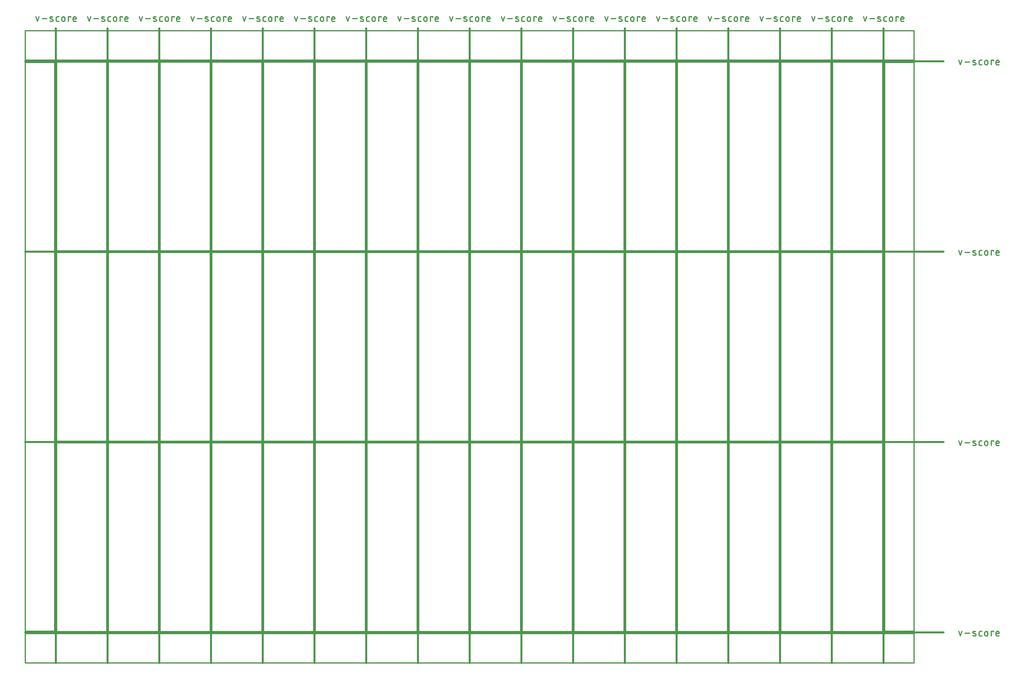
<source format=gko>
G04 EAGLE Gerber RS-274X export*
G75*
%MOMM*%
%FSLAX34Y34*%
%LPD*%
%IN*%
%IPPOS*%
%AMOC8*
5,1,8,0,0,1.08239X$1,22.5*%
G01*
%ADD10C,0.101600*%
%ADD11C,0.381000*%
%ADD12C,0.279400*%
%ADD13C,0.254000*%


D10*
X0Y406400D02*
X0Y0D01*
X106680Y0D01*
X106680Y406400D01*
X0Y406400D01*
X111760Y406400D02*
X111760Y0D01*
X218440Y0D01*
X218440Y406400D01*
X111760Y406400D01*
X223520Y406400D02*
X223520Y0D01*
X330200Y0D01*
X330200Y406400D01*
X223520Y406400D01*
X335280Y406400D02*
X335280Y0D01*
X441960Y0D01*
X441960Y406400D01*
X335280Y406400D01*
X447040Y406400D02*
X447040Y0D01*
X553720Y0D01*
X553720Y406400D01*
X447040Y406400D01*
X558800Y406400D02*
X558800Y0D01*
X665480Y0D01*
X665480Y406400D01*
X558800Y406400D01*
X670560Y406400D02*
X670560Y0D01*
X777240Y0D01*
X777240Y406400D01*
X670560Y406400D01*
X782320Y406400D02*
X782320Y0D01*
X889000Y0D01*
X889000Y406400D01*
X782320Y406400D01*
X894080Y406400D02*
X894080Y0D01*
X1000760Y0D01*
X1000760Y406400D01*
X894080Y406400D01*
X1005840Y406400D02*
X1005840Y0D01*
X1112520Y0D01*
X1112520Y406400D01*
X1005840Y406400D01*
X1117600Y406400D02*
X1117600Y0D01*
X1224280Y0D01*
X1224280Y406400D01*
X1117600Y406400D01*
X1229360Y406400D02*
X1229360Y0D01*
X1336040Y0D01*
X1336040Y406400D01*
X1229360Y406400D01*
X1341120Y406400D02*
X1341120Y0D01*
X1447800Y0D01*
X1447800Y406400D01*
X1341120Y406400D01*
X1452880Y406400D02*
X1452880Y0D01*
X1559560Y0D01*
X1559560Y406400D01*
X1452880Y406400D01*
X1564640Y406400D02*
X1564640Y0D01*
X1671320Y0D01*
X1671320Y406400D01*
X1564640Y406400D01*
X1676400Y406400D02*
X1676400Y0D01*
X1783080Y0D01*
X1783080Y406400D01*
X1676400Y406400D01*
X0Y411480D02*
X0Y817880D01*
X0Y411480D02*
X106680Y411480D01*
X106680Y817880D01*
X0Y817880D01*
X111760Y817880D02*
X111760Y411480D01*
X218440Y411480D01*
X218440Y817880D01*
X111760Y817880D01*
X223520Y817880D02*
X223520Y411480D01*
X330200Y411480D01*
X330200Y817880D01*
X223520Y817880D01*
X335280Y817880D02*
X335280Y411480D01*
X441960Y411480D01*
X441960Y817880D01*
X335280Y817880D01*
X447040Y817880D02*
X447040Y411480D01*
X553720Y411480D01*
X553720Y817880D01*
X447040Y817880D01*
X558800Y817880D02*
X558800Y411480D01*
X665480Y411480D01*
X665480Y817880D01*
X558800Y817880D01*
X670560Y817880D02*
X670560Y411480D01*
X777240Y411480D01*
X777240Y817880D01*
X670560Y817880D01*
X782320Y817880D02*
X782320Y411480D01*
X889000Y411480D01*
X889000Y817880D01*
X782320Y817880D01*
X894080Y817880D02*
X894080Y411480D01*
X1000760Y411480D01*
X1000760Y817880D01*
X894080Y817880D01*
X1005840Y817880D02*
X1005840Y411480D01*
X1112520Y411480D01*
X1112520Y817880D01*
X1005840Y817880D01*
X1117600Y817880D02*
X1117600Y411480D01*
X1224280Y411480D01*
X1224280Y817880D01*
X1117600Y817880D01*
X1229360Y817880D02*
X1229360Y411480D01*
X1336040Y411480D01*
X1336040Y817880D01*
X1229360Y817880D01*
X1341120Y817880D02*
X1341120Y411480D01*
X1447800Y411480D01*
X1447800Y817880D01*
X1341120Y817880D01*
X1452880Y817880D02*
X1452880Y411480D01*
X1559560Y411480D01*
X1559560Y817880D01*
X1452880Y817880D01*
X1564640Y817880D02*
X1564640Y411480D01*
X1671320Y411480D01*
X1671320Y817880D01*
X1564640Y817880D01*
X1676400Y817880D02*
X1676400Y411480D01*
X1783080Y411480D01*
X1783080Y817880D01*
X1676400Y817880D01*
X0Y822960D02*
X0Y1229360D01*
X0Y822960D02*
X106680Y822960D01*
X106680Y1229360D01*
X0Y1229360D01*
X111760Y1229360D02*
X111760Y822960D01*
X218440Y822960D01*
X218440Y1229360D01*
X111760Y1229360D01*
X223520Y1229360D02*
X223520Y822960D01*
X330200Y822960D01*
X330200Y1229360D01*
X223520Y1229360D01*
X335280Y1229360D02*
X335280Y822960D01*
X441960Y822960D01*
X441960Y1229360D01*
X335280Y1229360D01*
X447040Y1229360D02*
X447040Y822960D01*
X553720Y822960D01*
X553720Y1229360D01*
X447040Y1229360D01*
X558800Y1229360D02*
X558800Y822960D01*
X665480Y822960D01*
X665480Y1229360D01*
X558800Y1229360D01*
X670560Y1229360D02*
X670560Y822960D01*
X777240Y822960D01*
X777240Y1229360D01*
X670560Y1229360D01*
X782320Y1229360D02*
X782320Y822960D01*
X889000Y822960D01*
X889000Y1229360D01*
X782320Y1229360D01*
X894080Y1229360D02*
X894080Y822960D01*
X1000760Y822960D01*
X1000760Y1229360D01*
X894080Y1229360D01*
X1005840Y1229360D02*
X1005840Y822960D01*
X1112520Y822960D01*
X1112520Y1229360D01*
X1005840Y1229360D01*
X1117600Y1229360D02*
X1117600Y822960D01*
X1224280Y822960D01*
X1224280Y1229360D01*
X1117600Y1229360D01*
X1229360Y1229360D02*
X1229360Y822960D01*
X1336040Y822960D01*
X1336040Y1229360D01*
X1229360Y1229360D01*
X1341120Y1229360D02*
X1341120Y822960D01*
X1447800Y822960D01*
X1447800Y1229360D01*
X1341120Y1229360D01*
X1452880Y1229360D02*
X1452880Y822960D01*
X1559560Y822960D01*
X1559560Y1229360D01*
X1452880Y1229360D01*
X1564640Y1229360D02*
X1564640Y822960D01*
X1671320Y822960D01*
X1671320Y1229360D01*
X1564640Y1229360D01*
X1676400Y1229360D02*
X1676400Y822960D01*
X1783080Y822960D01*
X1783080Y1229360D01*
X1676400Y1229360D01*
D11*
X-2540Y1303020D02*
X-2540Y-68580D01*
D12*
X-42921Y1318387D02*
X-46251Y1328378D01*
X-39590Y1328378D02*
X-42921Y1318387D01*
X-32806Y1324215D02*
X-22815Y1324215D01*
X-14261Y1324215D02*
X-10098Y1322550D01*
X-14261Y1324214D02*
X-14346Y1324250D01*
X-14429Y1324290D01*
X-14510Y1324333D01*
X-14590Y1324380D01*
X-14667Y1324430D01*
X-14743Y1324483D01*
X-14816Y1324539D01*
X-14886Y1324599D01*
X-14954Y1324661D01*
X-15019Y1324726D01*
X-15081Y1324794D01*
X-15141Y1324865D01*
X-15197Y1324938D01*
X-15250Y1325013D01*
X-15300Y1325091D01*
X-15346Y1325170D01*
X-15389Y1325252D01*
X-15429Y1325335D01*
X-15465Y1325420D01*
X-15497Y1325506D01*
X-15526Y1325594D01*
X-15550Y1325683D01*
X-15571Y1325773D01*
X-15588Y1325863D01*
X-15602Y1325954D01*
X-15611Y1326046D01*
X-15616Y1326138D01*
X-15618Y1326230D01*
X-15616Y1326322D01*
X-15609Y1326414D01*
X-15599Y1326506D01*
X-15585Y1326597D01*
X-15567Y1326688D01*
X-15545Y1326777D01*
X-15519Y1326866D01*
X-15489Y1326953D01*
X-15456Y1327039D01*
X-15419Y1327123D01*
X-15379Y1327206D01*
X-15335Y1327287D01*
X-15288Y1327366D01*
X-15237Y1327443D01*
X-15183Y1327518D01*
X-15126Y1327591D01*
X-15066Y1327661D01*
X-15003Y1327728D01*
X-14937Y1327792D01*
X-14869Y1327854D01*
X-14798Y1327913D01*
X-14724Y1327968D01*
X-14648Y1328021D01*
X-14570Y1328070D01*
X-14490Y1328116D01*
X-14409Y1328158D01*
X-14325Y1328197D01*
X-14240Y1328232D01*
X-14153Y1328263D01*
X-14065Y1328291D01*
X-13976Y1328315D01*
X-13886Y1328335D01*
X-13796Y1328352D01*
X-13704Y1328364D01*
X-13612Y1328373D01*
X-13520Y1328377D01*
X-13428Y1328378D01*
X-13201Y1328372D01*
X-12974Y1328361D01*
X-12747Y1328344D01*
X-12521Y1328321D01*
X-12295Y1328294D01*
X-12070Y1328260D01*
X-11846Y1328222D01*
X-11623Y1328178D01*
X-11401Y1328129D01*
X-11180Y1328074D01*
X-10961Y1328014D01*
X-10743Y1327949D01*
X-10527Y1327878D01*
X-10313Y1327803D01*
X-10100Y1327722D01*
X-9890Y1327636D01*
X-9681Y1327545D01*
X-10098Y1322550D02*
X-10013Y1322514D01*
X-9930Y1322474D01*
X-9849Y1322431D01*
X-9769Y1322384D01*
X-9692Y1322334D01*
X-9616Y1322281D01*
X-9543Y1322225D01*
X-9473Y1322165D01*
X-9405Y1322103D01*
X-9340Y1322038D01*
X-9278Y1321970D01*
X-9218Y1321899D01*
X-9162Y1321826D01*
X-9109Y1321751D01*
X-9059Y1321673D01*
X-9013Y1321594D01*
X-8970Y1321512D01*
X-8930Y1321429D01*
X-8894Y1321344D01*
X-8862Y1321258D01*
X-8833Y1321170D01*
X-8809Y1321081D01*
X-8788Y1320991D01*
X-8771Y1320901D01*
X-8757Y1320810D01*
X-8748Y1320718D01*
X-8743Y1320626D01*
X-8741Y1320534D01*
X-8743Y1320442D01*
X-8750Y1320350D01*
X-8760Y1320258D01*
X-8774Y1320167D01*
X-8792Y1320076D01*
X-8814Y1319987D01*
X-8840Y1319898D01*
X-8870Y1319811D01*
X-8903Y1319725D01*
X-8940Y1319641D01*
X-8980Y1319558D01*
X-9024Y1319477D01*
X-9071Y1319398D01*
X-9122Y1319321D01*
X-9176Y1319246D01*
X-9233Y1319173D01*
X-9293Y1319103D01*
X-9356Y1319036D01*
X-9422Y1318972D01*
X-9490Y1318910D01*
X-9561Y1318851D01*
X-9635Y1318796D01*
X-9711Y1318743D01*
X-9789Y1318694D01*
X-9869Y1318648D01*
X-9950Y1318606D01*
X-10034Y1318567D01*
X-10119Y1318532D01*
X-10206Y1318501D01*
X-10294Y1318473D01*
X-10383Y1318449D01*
X-10473Y1318429D01*
X-10563Y1318412D01*
X-10655Y1318400D01*
X-10747Y1318391D01*
X-10839Y1318387D01*
X-10931Y1318386D01*
X-10931Y1318387D02*
X-11265Y1318396D01*
X-11598Y1318413D01*
X-11931Y1318437D01*
X-12264Y1318470D01*
X-12595Y1318510D01*
X-12926Y1318558D01*
X-13255Y1318614D01*
X-13583Y1318677D01*
X-13909Y1318749D01*
X-14233Y1318828D01*
X-14556Y1318914D01*
X-14876Y1319009D01*
X-15194Y1319111D01*
X-15510Y1319220D01*
X562Y1318387D02*
X3892Y1318387D01*
X562Y1318387D02*
X464Y1318389D01*
X366Y1318395D01*
X268Y1318404D01*
X171Y1318418D01*
X75Y1318435D01*
X-21Y1318456D01*
X-116Y1318481D01*
X-210Y1318509D01*
X-303Y1318541D01*
X-394Y1318577D01*
X-484Y1318616D01*
X-572Y1318659D01*
X-659Y1318706D01*
X-743Y1318755D01*
X-826Y1318808D01*
X-906Y1318864D01*
X-985Y1318923D01*
X-1060Y1318986D01*
X-1134Y1319051D01*
X-1204Y1319119D01*
X-1272Y1319189D01*
X-1338Y1319263D01*
X-1400Y1319339D01*
X-1459Y1319417D01*
X-1515Y1319497D01*
X-1568Y1319580D01*
X-1618Y1319664D01*
X-1664Y1319751D01*
X-1707Y1319839D01*
X-1746Y1319929D01*
X-1782Y1320020D01*
X-1814Y1320113D01*
X-1842Y1320207D01*
X-1867Y1320302D01*
X-1888Y1320398D01*
X-1905Y1320494D01*
X-1919Y1320591D01*
X-1928Y1320689D01*
X-1934Y1320787D01*
X-1936Y1320885D01*
X-1936Y1325880D01*
X-1934Y1325978D01*
X-1928Y1326076D01*
X-1919Y1326174D01*
X-1905Y1326271D01*
X-1888Y1326367D01*
X-1867Y1326463D01*
X-1842Y1326558D01*
X-1814Y1326652D01*
X-1782Y1326745D01*
X-1746Y1326836D01*
X-1707Y1326926D01*
X-1664Y1327014D01*
X-1617Y1327101D01*
X-1568Y1327185D01*
X-1515Y1327268D01*
X-1459Y1327348D01*
X-1400Y1327426D01*
X-1337Y1327502D01*
X-1272Y1327576D01*
X-1204Y1327646D01*
X-1134Y1327714D01*
X-1060Y1327779D01*
X-984Y1327842D01*
X-906Y1327901D01*
X-826Y1327957D01*
X-743Y1328010D01*
X-659Y1328059D01*
X-572Y1328106D01*
X-484Y1328149D01*
X-394Y1328188D01*
X-303Y1328224D01*
X-210Y1328256D01*
X-116Y1328284D01*
X-21Y1328309D01*
X75Y1328330D01*
X171Y1328347D01*
X268Y1328361D01*
X366Y1328370D01*
X464Y1328376D01*
X562Y1328378D01*
X3892Y1328378D01*
X10022Y1325047D02*
X10022Y1321717D01*
X10022Y1325047D02*
X10024Y1325161D01*
X10030Y1325274D01*
X10039Y1325388D01*
X10053Y1325500D01*
X10070Y1325613D01*
X10092Y1325725D01*
X10117Y1325835D01*
X10145Y1325945D01*
X10178Y1326054D01*
X10214Y1326162D01*
X10254Y1326269D01*
X10298Y1326374D01*
X10345Y1326477D01*
X10395Y1326579D01*
X10449Y1326679D01*
X10507Y1326777D01*
X10568Y1326873D01*
X10631Y1326967D01*
X10699Y1327059D01*
X10769Y1327149D01*
X10842Y1327235D01*
X10918Y1327320D01*
X10997Y1327402D01*
X11079Y1327481D01*
X11164Y1327557D01*
X11250Y1327630D01*
X11340Y1327700D01*
X11432Y1327768D01*
X11526Y1327831D01*
X11622Y1327892D01*
X11720Y1327950D01*
X11820Y1328004D01*
X11922Y1328054D01*
X12025Y1328101D01*
X12130Y1328145D01*
X12237Y1328185D01*
X12345Y1328221D01*
X12454Y1328254D01*
X12564Y1328282D01*
X12674Y1328307D01*
X12786Y1328329D01*
X12899Y1328346D01*
X13011Y1328360D01*
X13125Y1328369D01*
X13238Y1328375D01*
X13352Y1328377D01*
X13466Y1328375D01*
X13579Y1328369D01*
X13693Y1328360D01*
X13805Y1328346D01*
X13918Y1328329D01*
X14030Y1328307D01*
X14140Y1328282D01*
X14250Y1328254D01*
X14359Y1328221D01*
X14467Y1328185D01*
X14574Y1328145D01*
X14679Y1328101D01*
X14782Y1328054D01*
X14884Y1328004D01*
X14984Y1327950D01*
X15082Y1327892D01*
X15178Y1327831D01*
X15272Y1327768D01*
X15364Y1327700D01*
X15454Y1327630D01*
X15540Y1327557D01*
X15625Y1327481D01*
X15707Y1327402D01*
X15786Y1327320D01*
X15862Y1327235D01*
X15935Y1327149D01*
X16005Y1327059D01*
X16073Y1326967D01*
X16136Y1326873D01*
X16197Y1326777D01*
X16255Y1326679D01*
X16309Y1326579D01*
X16359Y1326477D01*
X16406Y1326374D01*
X16450Y1326269D01*
X16490Y1326162D01*
X16526Y1326054D01*
X16559Y1325945D01*
X16587Y1325835D01*
X16612Y1325725D01*
X16634Y1325613D01*
X16651Y1325500D01*
X16665Y1325388D01*
X16674Y1325274D01*
X16680Y1325161D01*
X16682Y1325047D01*
X16682Y1321717D01*
X16680Y1321603D01*
X16674Y1321490D01*
X16665Y1321376D01*
X16651Y1321264D01*
X16634Y1321151D01*
X16612Y1321039D01*
X16587Y1320929D01*
X16559Y1320819D01*
X16526Y1320710D01*
X16490Y1320602D01*
X16450Y1320495D01*
X16406Y1320390D01*
X16359Y1320287D01*
X16309Y1320185D01*
X16255Y1320085D01*
X16197Y1319987D01*
X16136Y1319891D01*
X16073Y1319797D01*
X16005Y1319705D01*
X15935Y1319615D01*
X15862Y1319529D01*
X15786Y1319444D01*
X15707Y1319362D01*
X15625Y1319283D01*
X15540Y1319207D01*
X15454Y1319134D01*
X15364Y1319064D01*
X15272Y1318996D01*
X15178Y1318933D01*
X15082Y1318872D01*
X14984Y1318814D01*
X14884Y1318760D01*
X14782Y1318710D01*
X14679Y1318663D01*
X14574Y1318619D01*
X14467Y1318579D01*
X14359Y1318543D01*
X14250Y1318510D01*
X14140Y1318482D01*
X14030Y1318457D01*
X13918Y1318435D01*
X13805Y1318418D01*
X13693Y1318404D01*
X13579Y1318395D01*
X13466Y1318389D01*
X13352Y1318387D01*
X13238Y1318389D01*
X13125Y1318395D01*
X13011Y1318404D01*
X12899Y1318418D01*
X12786Y1318435D01*
X12674Y1318457D01*
X12564Y1318482D01*
X12454Y1318510D01*
X12345Y1318543D01*
X12237Y1318579D01*
X12130Y1318619D01*
X12025Y1318663D01*
X11922Y1318710D01*
X11820Y1318760D01*
X11720Y1318814D01*
X11622Y1318872D01*
X11526Y1318933D01*
X11432Y1318996D01*
X11340Y1319064D01*
X11250Y1319134D01*
X11164Y1319207D01*
X11079Y1319283D01*
X10997Y1319362D01*
X10918Y1319444D01*
X10842Y1319529D01*
X10769Y1319615D01*
X10699Y1319705D01*
X10631Y1319797D01*
X10568Y1319891D01*
X10507Y1319987D01*
X10449Y1320085D01*
X10395Y1320185D01*
X10345Y1320287D01*
X10298Y1320390D01*
X10254Y1320495D01*
X10214Y1320602D01*
X10178Y1320710D01*
X10145Y1320819D01*
X10117Y1320929D01*
X10092Y1321039D01*
X10070Y1321151D01*
X10053Y1321264D01*
X10039Y1321376D01*
X10030Y1321490D01*
X10024Y1321603D01*
X10022Y1321717D01*
X24218Y1318387D02*
X24218Y1328378D01*
X29213Y1328378D01*
X29213Y1326713D01*
X37008Y1318387D02*
X41171Y1318387D01*
X37008Y1318387D02*
X36910Y1318389D01*
X36812Y1318395D01*
X36714Y1318404D01*
X36617Y1318418D01*
X36521Y1318435D01*
X36425Y1318456D01*
X36330Y1318481D01*
X36236Y1318509D01*
X36143Y1318541D01*
X36052Y1318577D01*
X35962Y1318616D01*
X35874Y1318659D01*
X35787Y1318706D01*
X35703Y1318755D01*
X35620Y1318808D01*
X35540Y1318864D01*
X35462Y1318923D01*
X35386Y1318986D01*
X35312Y1319051D01*
X35242Y1319119D01*
X35174Y1319189D01*
X35109Y1319263D01*
X35046Y1319339D01*
X34987Y1319417D01*
X34931Y1319497D01*
X34878Y1319580D01*
X34829Y1319664D01*
X34782Y1319751D01*
X34739Y1319839D01*
X34700Y1319929D01*
X34664Y1320020D01*
X34632Y1320113D01*
X34604Y1320207D01*
X34579Y1320302D01*
X34558Y1320398D01*
X34541Y1320494D01*
X34527Y1320591D01*
X34518Y1320689D01*
X34512Y1320787D01*
X34510Y1320885D01*
X34510Y1325047D01*
X34511Y1325047D02*
X34513Y1325161D01*
X34519Y1325274D01*
X34528Y1325388D01*
X34542Y1325500D01*
X34559Y1325613D01*
X34581Y1325725D01*
X34606Y1325835D01*
X34634Y1325945D01*
X34667Y1326054D01*
X34703Y1326162D01*
X34743Y1326269D01*
X34787Y1326374D01*
X34834Y1326477D01*
X34884Y1326579D01*
X34938Y1326679D01*
X34996Y1326777D01*
X35057Y1326873D01*
X35120Y1326967D01*
X35188Y1327059D01*
X35258Y1327149D01*
X35331Y1327235D01*
X35407Y1327320D01*
X35486Y1327402D01*
X35568Y1327481D01*
X35653Y1327557D01*
X35739Y1327630D01*
X35829Y1327700D01*
X35921Y1327768D01*
X36015Y1327831D01*
X36111Y1327892D01*
X36209Y1327950D01*
X36309Y1328004D01*
X36411Y1328054D01*
X36514Y1328101D01*
X36619Y1328145D01*
X36726Y1328185D01*
X36834Y1328221D01*
X36943Y1328254D01*
X37053Y1328282D01*
X37163Y1328307D01*
X37275Y1328329D01*
X37388Y1328346D01*
X37500Y1328360D01*
X37614Y1328369D01*
X37727Y1328375D01*
X37841Y1328377D01*
X37955Y1328375D01*
X38068Y1328369D01*
X38182Y1328360D01*
X38294Y1328346D01*
X38407Y1328329D01*
X38519Y1328307D01*
X38629Y1328282D01*
X38739Y1328254D01*
X38848Y1328221D01*
X38956Y1328185D01*
X39063Y1328145D01*
X39168Y1328101D01*
X39271Y1328054D01*
X39373Y1328004D01*
X39473Y1327950D01*
X39571Y1327892D01*
X39667Y1327831D01*
X39761Y1327768D01*
X39853Y1327700D01*
X39943Y1327630D01*
X40029Y1327557D01*
X40114Y1327481D01*
X40196Y1327402D01*
X40275Y1327320D01*
X40351Y1327235D01*
X40424Y1327149D01*
X40494Y1327059D01*
X40562Y1326967D01*
X40625Y1326873D01*
X40686Y1326777D01*
X40744Y1326679D01*
X40798Y1326579D01*
X40848Y1326477D01*
X40895Y1326374D01*
X40939Y1326269D01*
X40979Y1326162D01*
X41015Y1326054D01*
X41048Y1325945D01*
X41076Y1325835D01*
X41101Y1325725D01*
X41123Y1325613D01*
X41140Y1325500D01*
X41154Y1325388D01*
X41163Y1325274D01*
X41169Y1325161D01*
X41171Y1325047D01*
X41171Y1323382D01*
X34510Y1323382D01*
D11*
X109220Y1303020D02*
X109220Y-68580D01*
D12*
X68839Y1318387D02*
X65509Y1328378D01*
X72170Y1328378D02*
X68839Y1318387D01*
X78954Y1324215D02*
X88945Y1324215D01*
X97499Y1324215D02*
X101662Y1322550D01*
X97499Y1324214D02*
X97414Y1324250D01*
X97331Y1324290D01*
X97250Y1324333D01*
X97170Y1324380D01*
X97093Y1324430D01*
X97017Y1324483D01*
X96944Y1324539D01*
X96874Y1324599D01*
X96806Y1324661D01*
X96741Y1324726D01*
X96679Y1324794D01*
X96619Y1324865D01*
X96563Y1324938D01*
X96510Y1325013D01*
X96460Y1325091D01*
X96414Y1325170D01*
X96371Y1325252D01*
X96331Y1325335D01*
X96295Y1325420D01*
X96263Y1325506D01*
X96234Y1325594D01*
X96210Y1325683D01*
X96189Y1325773D01*
X96172Y1325863D01*
X96158Y1325954D01*
X96149Y1326046D01*
X96144Y1326138D01*
X96142Y1326230D01*
X96144Y1326322D01*
X96151Y1326414D01*
X96161Y1326506D01*
X96175Y1326597D01*
X96193Y1326688D01*
X96215Y1326777D01*
X96241Y1326866D01*
X96271Y1326953D01*
X96304Y1327039D01*
X96341Y1327123D01*
X96381Y1327206D01*
X96425Y1327287D01*
X96472Y1327366D01*
X96523Y1327443D01*
X96577Y1327518D01*
X96634Y1327591D01*
X96694Y1327661D01*
X96757Y1327728D01*
X96823Y1327792D01*
X96891Y1327854D01*
X96962Y1327913D01*
X97036Y1327968D01*
X97112Y1328021D01*
X97190Y1328070D01*
X97270Y1328116D01*
X97351Y1328158D01*
X97435Y1328197D01*
X97520Y1328232D01*
X97607Y1328263D01*
X97695Y1328291D01*
X97784Y1328315D01*
X97874Y1328335D01*
X97964Y1328352D01*
X98056Y1328364D01*
X98148Y1328373D01*
X98240Y1328377D01*
X98332Y1328378D01*
X98559Y1328372D01*
X98786Y1328361D01*
X99013Y1328344D01*
X99239Y1328321D01*
X99465Y1328294D01*
X99690Y1328260D01*
X99914Y1328222D01*
X100137Y1328178D01*
X100359Y1328129D01*
X100580Y1328074D01*
X100799Y1328014D01*
X101017Y1327949D01*
X101233Y1327878D01*
X101447Y1327803D01*
X101660Y1327722D01*
X101870Y1327636D01*
X102079Y1327545D01*
X101662Y1322550D02*
X101747Y1322514D01*
X101830Y1322474D01*
X101911Y1322431D01*
X101991Y1322384D01*
X102068Y1322334D01*
X102144Y1322281D01*
X102217Y1322225D01*
X102287Y1322165D01*
X102355Y1322103D01*
X102420Y1322038D01*
X102482Y1321970D01*
X102542Y1321899D01*
X102598Y1321826D01*
X102651Y1321751D01*
X102701Y1321673D01*
X102747Y1321594D01*
X102790Y1321512D01*
X102830Y1321429D01*
X102866Y1321344D01*
X102898Y1321258D01*
X102927Y1321170D01*
X102951Y1321081D01*
X102972Y1320991D01*
X102989Y1320901D01*
X103003Y1320810D01*
X103012Y1320718D01*
X103017Y1320626D01*
X103019Y1320534D01*
X103017Y1320442D01*
X103010Y1320350D01*
X103000Y1320258D01*
X102986Y1320167D01*
X102968Y1320076D01*
X102946Y1319987D01*
X102920Y1319898D01*
X102890Y1319811D01*
X102857Y1319725D01*
X102820Y1319641D01*
X102780Y1319558D01*
X102736Y1319477D01*
X102689Y1319398D01*
X102638Y1319321D01*
X102584Y1319246D01*
X102527Y1319173D01*
X102467Y1319103D01*
X102404Y1319036D01*
X102338Y1318972D01*
X102270Y1318910D01*
X102199Y1318851D01*
X102125Y1318796D01*
X102049Y1318743D01*
X101971Y1318694D01*
X101891Y1318648D01*
X101810Y1318606D01*
X101726Y1318567D01*
X101641Y1318532D01*
X101554Y1318501D01*
X101466Y1318473D01*
X101377Y1318449D01*
X101287Y1318429D01*
X101197Y1318412D01*
X101105Y1318400D01*
X101013Y1318391D01*
X100921Y1318387D01*
X100829Y1318386D01*
X100829Y1318387D02*
X100495Y1318396D01*
X100162Y1318413D01*
X99829Y1318437D01*
X99496Y1318470D01*
X99165Y1318510D01*
X98834Y1318558D01*
X98505Y1318614D01*
X98177Y1318677D01*
X97851Y1318749D01*
X97527Y1318828D01*
X97204Y1318914D01*
X96884Y1319009D01*
X96566Y1319111D01*
X96250Y1319220D01*
X112322Y1318387D02*
X115652Y1318387D01*
X112322Y1318387D02*
X112224Y1318389D01*
X112126Y1318395D01*
X112028Y1318404D01*
X111931Y1318418D01*
X111835Y1318435D01*
X111739Y1318456D01*
X111644Y1318481D01*
X111550Y1318509D01*
X111457Y1318541D01*
X111366Y1318577D01*
X111276Y1318616D01*
X111188Y1318659D01*
X111101Y1318706D01*
X111017Y1318755D01*
X110934Y1318808D01*
X110854Y1318864D01*
X110776Y1318923D01*
X110700Y1318986D01*
X110626Y1319051D01*
X110556Y1319119D01*
X110488Y1319189D01*
X110423Y1319263D01*
X110360Y1319339D01*
X110301Y1319417D01*
X110245Y1319497D01*
X110192Y1319580D01*
X110143Y1319664D01*
X110096Y1319751D01*
X110053Y1319839D01*
X110014Y1319929D01*
X109978Y1320020D01*
X109946Y1320113D01*
X109918Y1320207D01*
X109893Y1320302D01*
X109872Y1320398D01*
X109855Y1320494D01*
X109841Y1320591D01*
X109832Y1320689D01*
X109826Y1320787D01*
X109824Y1320885D01*
X109824Y1325880D01*
X109826Y1325978D01*
X109832Y1326076D01*
X109841Y1326174D01*
X109855Y1326271D01*
X109872Y1326367D01*
X109893Y1326463D01*
X109918Y1326558D01*
X109946Y1326652D01*
X109978Y1326745D01*
X110014Y1326836D01*
X110053Y1326926D01*
X110096Y1327014D01*
X110143Y1327101D01*
X110192Y1327185D01*
X110245Y1327268D01*
X110301Y1327348D01*
X110360Y1327427D01*
X110423Y1327502D01*
X110488Y1327576D01*
X110556Y1327646D01*
X110626Y1327714D01*
X110700Y1327780D01*
X110776Y1327842D01*
X110854Y1327901D01*
X110934Y1327957D01*
X111017Y1328010D01*
X111101Y1328060D01*
X111188Y1328106D01*
X111276Y1328149D01*
X111366Y1328188D01*
X111457Y1328224D01*
X111550Y1328256D01*
X111644Y1328284D01*
X111739Y1328309D01*
X111835Y1328330D01*
X111931Y1328347D01*
X112028Y1328361D01*
X112126Y1328370D01*
X112224Y1328376D01*
X112322Y1328378D01*
X115652Y1328378D01*
X121782Y1325047D02*
X121782Y1321717D01*
X121782Y1325047D02*
X121784Y1325161D01*
X121790Y1325274D01*
X121799Y1325388D01*
X121813Y1325500D01*
X121830Y1325613D01*
X121852Y1325725D01*
X121877Y1325835D01*
X121905Y1325945D01*
X121938Y1326054D01*
X121974Y1326162D01*
X122014Y1326269D01*
X122058Y1326374D01*
X122105Y1326477D01*
X122155Y1326579D01*
X122209Y1326679D01*
X122267Y1326777D01*
X122328Y1326873D01*
X122391Y1326967D01*
X122459Y1327059D01*
X122529Y1327149D01*
X122602Y1327235D01*
X122678Y1327320D01*
X122757Y1327402D01*
X122839Y1327481D01*
X122924Y1327557D01*
X123010Y1327630D01*
X123100Y1327700D01*
X123192Y1327768D01*
X123286Y1327831D01*
X123382Y1327892D01*
X123480Y1327950D01*
X123580Y1328004D01*
X123682Y1328054D01*
X123785Y1328101D01*
X123890Y1328145D01*
X123997Y1328185D01*
X124105Y1328221D01*
X124214Y1328254D01*
X124324Y1328282D01*
X124434Y1328307D01*
X124546Y1328329D01*
X124659Y1328346D01*
X124771Y1328360D01*
X124885Y1328369D01*
X124998Y1328375D01*
X125112Y1328377D01*
X125226Y1328375D01*
X125339Y1328369D01*
X125453Y1328360D01*
X125565Y1328346D01*
X125678Y1328329D01*
X125790Y1328307D01*
X125900Y1328282D01*
X126010Y1328254D01*
X126119Y1328221D01*
X126227Y1328185D01*
X126334Y1328145D01*
X126439Y1328101D01*
X126542Y1328054D01*
X126644Y1328004D01*
X126744Y1327950D01*
X126842Y1327892D01*
X126938Y1327831D01*
X127032Y1327768D01*
X127124Y1327700D01*
X127214Y1327630D01*
X127300Y1327557D01*
X127385Y1327481D01*
X127467Y1327402D01*
X127546Y1327320D01*
X127622Y1327235D01*
X127695Y1327149D01*
X127765Y1327059D01*
X127833Y1326967D01*
X127896Y1326873D01*
X127957Y1326777D01*
X128015Y1326679D01*
X128069Y1326579D01*
X128119Y1326477D01*
X128166Y1326374D01*
X128210Y1326269D01*
X128250Y1326162D01*
X128286Y1326054D01*
X128319Y1325945D01*
X128347Y1325835D01*
X128372Y1325725D01*
X128394Y1325613D01*
X128411Y1325500D01*
X128425Y1325388D01*
X128434Y1325274D01*
X128440Y1325161D01*
X128442Y1325047D01*
X128442Y1321717D01*
X128440Y1321603D01*
X128434Y1321490D01*
X128425Y1321376D01*
X128411Y1321264D01*
X128394Y1321151D01*
X128372Y1321039D01*
X128347Y1320929D01*
X128319Y1320819D01*
X128286Y1320710D01*
X128250Y1320602D01*
X128210Y1320495D01*
X128166Y1320390D01*
X128119Y1320287D01*
X128069Y1320185D01*
X128015Y1320085D01*
X127957Y1319987D01*
X127896Y1319891D01*
X127833Y1319797D01*
X127765Y1319705D01*
X127695Y1319615D01*
X127622Y1319529D01*
X127546Y1319444D01*
X127467Y1319362D01*
X127385Y1319283D01*
X127300Y1319207D01*
X127214Y1319134D01*
X127124Y1319064D01*
X127032Y1318996D01*
X126938Y1318933D01*
X126842Y1318872D01*
X126744Y1318814D01*
X126644Y1318760D01*
X126542Y1318710D01*
X126439Y1318663D01*
X126334Y1318619D01*
X126227Y1318579D01*
X126119Y1318543D01*
X126010Y1318510D01*
X125900Y1318482D01*
X125790Y1318457D01*
X125678Y1318435D01*
X125565Y1318418D01*
X125453Y1318404D01*
X125339Y1318395D01*
X125226Y1318389D01*
X125112Y1318387D01*
X124998Y1318389D01*
X124885Y1318395D01*
X124771Y1318404D01*
X124659Y1318418D01*
X124546Y1318435D01*
X124434Y1318457D01*
X124324Y1318482D01*
X124214Y1318510D01*
X124105Y1318543D01*
X123997Y1318579D01*
X123890Y1318619D01*
X123785Y1318663D01*
X123682Y1318710D01*
X123580Y1318760D01*
X123480Y1318814D01*
X123382Y1318872D01*
X123286Y1318933D01*
X123192Y1318996D01*
X123100Y1319064D01*
X123010Y1319134D01*
X122924Y1319207D01*
X122839Y1319283D01*
X122757Y1319362D01*
X122678Y1319444D01*
X122602Y1319529D01*
X122529Y1319615D01*
X122459Y1319705D01*
X122391Y1319797D01*
X122328Y1319891D01*
X122267Y1319987D01*
X122209Y1320085D01*
X122155Y1320185D01*
X122105Y1320287D01*
X122058Y1320390D01*
X122014Y1320495D01*
X121974Y1320602D01*
X121938Y1320710D01*
X121905Y1320819D01*
X121877Y1320929D01*
X121852Y1321039D01*
X121830Y1321151D01*
X121813Y1321264D01*
X121799Y1321376D01*
X121790Y1321490D01*
X121784Y1321603D01*
X121782Y1321717D01*
X135978Y1318387D02*
X135978Y1328378D01*
X140973Y1328378D01*
X140973Y1326713D01*
X148768Y1318387D02*
X152931Y1318387D01*
X148768Y1318387D02*
X148670Y1318389D01*
X148572Y1318395D01*
X148474Y1318404D01*
X148377Y1318418D01*
X148281Y1318435D01*
X148185Y1318456D01*
X148090Y1318481D01*
X147996Y1318509D01*
X147903Y1318541D01*
X147812Y1318577D01*
X147722Y1318616D01*
X147634Y1318659D01*
X147547Y1318706D01*
X147463Y1318755D01*
X147380Y1318808D01*
X147300Y1318864D01*
X147222Y1318923D01*
X147146Y1318986D01*
X147072Y1319051D01*
X147002Y1319119D01*
X146934Y1319189D01*
X146869Y1319263D01*
X146806Y1319339D01*
X146747Y1319417D01*
X146691Y1319497D01*
X146638Y1319580D01*
X146589Y1319664D01*
X146542Y1319751D01*
X146499Y1319839D01*
X146460Y1319929D01*
X146424Y1320020D01*
X146392Y1320113D01*
X146364Y1320207D01*
X146339Y1320302D01*
X146318Y1320398D01*
X146301Y1320494D01*
X146287Y1320591D01*
X146278Y1320689D01*
X146272Y1320787D01*
X146270Y1320885D01*
X146270Y1325047D01*
X146271Y1325047D02*
X146273Y1325161D01*
X146279Y1325274D01*
X146288Y1325388D01*
X146302Y1325500D01*
X146319Y1325613D01*
X146341Y1325725D01*
X146366Y1325835D01*
X146394Y1325945D01*
X146427Y1326054D01*
X146463Y1326162D01*
X146503Y1326269D01*
X146547Y1326374D01*
X146594Y1326477D01*
X146644Y1326579D01*
X146698Y1326679D01*
X146756Y1326777D01*
X146817Y1326873D01*
X146880Y1326967D01*
X146948Y1327059D01*
X147018Y1327149D01*
X147091Y1327235D01*
X147167Y1327320D01*
X147246Y1327402D01*
X147328Y1327481D01*
X147413Y1327557D01*
X147499Y1327630D01*
X147589Y1327700D01*
X147681Y1327768D01*
X147775Y1327831D01*
X147871Y1327892D01*
X147969Y1327950D01*
X148069Y1328004D01*
X148171Y1328054D01*
X148274Y1328101D01*
X148379Y1328145D01*
X148486Y1328185D01*
X148594Y1328221D01*
X148703Y1328254D01*
X148813Y1328282D01*
X148923Y1328307D01*
X149035Y1328329D01*
X149148Y1328346D01*
X149260Y1328360D01*
X149374Y1328369D01*
X149487Y1328375D01*
X149601Y1328377D01*
X149715Y1328375D01*
X149828Y1328369D01*
X149942Y1328360D01*
X150054Y1328346D01*
X150167Y1328329D01*
X150279Y1328307D01*
X150389Y1328282D01*
X150499Y1328254D01*
X150608Y1328221D01*
X150716Y1328185D01*
X150823Y1328145D01*
X150928Y1328101D01*
X151031Y1328054D01*
X151133Y1328004D01*
X151233Y1327950D01*
X151331Y1327892D01*
X151427Y1327831D01*
X151521Y1327768D01*
X151613Y1327700D01*
X151703Y1327630D01*
X151789Y1327557D01*
X151874Y1327481D01*
X151956Y1327402D01*
X152035Y1327320D01*
X152111Y1327235D01*
X152184Y1327149D01*
X152254Y1327059D01*
X152322Y1326967D01*
X152385Y1326873D01*
X152446Y1326777D01*
X152504Y1326679D01*
X152558Y1326579D01*
X152608Y1326477D01*
X152655Y1326374D01*
X152699Y1326269D01*
X152739Y1326162D01*
X152775Y1326054D01*
X152808Y1325945D01*
X152836Y1325835D01*
X152861Y1325725D01*
X152883Y1325613D01*
X152900Y1325500D01*
X152914Y1325388D01*
X152923Y1325274D01*
X152929Y1325161D01*
X152931Y1325047D01*
X152931Y1323382D01*
X146270Y1323382D01*
D11*
X220980Y1303020D02*
X220980Y-68580D01*
D12*
X180599Y1318387D02*
X177269Y1328378D01*
X183930Y1328378D02*
X180599Y1318387D01*
X190714Y1324215D02*
X200705Y1324215D01*
X209259Y1324215D02*
X213422Y1322550D01*
X209259Y1324214D02*
X209174Y1324250D01*
X209091Y1324290D01*
X209010Y1324333D01*
X208930Y1324380D01*
X208853Y1324430D01*
X208777Y1324483D01*
X208704Y1324539D01*
X208634Y1324599D01*
X208566Y1324661D01*
X208501Y1324726D01*
X208439Y1324794D01*
X208379Y1324865D01*
X208323Y1324938D01*
X208270Y1325013D01*
X208220Y1325091D01*
X208174Y1325170D01*
X208131Y1325252D01*
X208091Y1325335D01*
X208055Y1325420D01*
X208023Y1325506D01*
X207994Y1325594D01*
X207970Y1325683D01*
X207949Y1325773D01*
X207932Y1325863D01*
X207918Y1325954D01*
X207909Y1326046D01*
X207904Y1326138D01*
X207902Y1326230D01*
X207904Y1326322D01*
X207911Y1326414D01*
X207921Y1326506D01*
X207935Y1326597D01*
X207953Y1326688D01*
X207975Y1326777D01*
X208001Y1326866D01*
X208031Y1326953D01*
X208064Y1327039D01*
X208101Y1327123D01*
X208141Y1327206D01*
X208185Y1327287D01*
X208232Y1327366D01*
X208283Y1327443D01*
X208337Y1327518D01*
X208394Y1327591D01*
X208454Y1327661D01*
X208517Y1327728D01*
X208583Y1327792D01*
X208651Y1327854D01*
X208722Y1327913D01*
X208796Y1327968D01*
X208872Y1328021D01*
X208950Y1328070D01*
X209030Y1328116D01*
X209111Y1328158D01*
X209195Y1328197D01*
X209280Y1328232D01*
X209367Y1328263D01*
X209455Y1328291D01*
X209544Y1328315D01*
X209634Y1328335D01*
X209724Y1328352D01*
X209816Y1328364D01*
X209908Y1328373D01*
X210000Y1328377D01*
X210092Y1328378D01*
X210319Y1328372D01*
X210546Y1328361D01*
X210773Y1328344D01*
X210999Y1328321D01*
X211225Y1328294D01*
X211450Y1328260D01*
X211674Y1328222D01*
X211897Y1328178D01*
X212119Y1328129D01*
X212340Y1328074D01*
X212559Y1328014D01*
X212777Y1327949D01*
X212993Y1327878D01*
X213207Y1327803D01*
X213420Y1327722D01*
X213630Y1327636D01*
X213839Y1327545D01*
X213422Y1322550D02*
X213507Y1322514D01*
X213590Y1322474D01*
X213671Y1322431D01*
X213751Y1322384D01*
X213828Y1322334D01*
X213904Y1322281D01*
X213977Y1322225D01*
X214047Y1322165D01*
X214115Y1322103D01*
X214180Y1322038D01*
X214242Y1321970D01*
X214302Y1321899D01*
X214358Y1321826D01*
X214411Y1321751D01*
X214461Y1321673D01*
X214507Y1321594D01*
X214550Y1321512D01*
X214590Y1321429D01*
X214626Y1321344D01*
X214658Y1321258D01*
X214687Y1321170D01*
X214711Y1321081D01*
X214732Y1320991D01*
X214749Y1320901D01*
X214763Y1320810D01*
X214772Y1320718D01*
X214777Y1320626D01*
X214779Y1320534D01*
X214777Y1320442D01*
X214770Y1320350D01*
X214760Y1320258D01*
X214746Y1320167D01*
X214728Y1320076D01*
X214706Y1319987D01*
X214680Y1319898D01*
X214650Y1319811D01*
X214617Y1319725D01*
X214580Y1319641D01*
X214540Y1319558D01*
X214496Y1319477D01*
X214449Y1319398D01*
X214398Y1319321D01*
X214344Y1319246D01*
X214287Y1319173D01*
X214227Y1319103D01*
X214164Y1319036D01*
X214098Y1318972D01*
X214030Y1318910D01*
X213959Y1318851D01*
X213885Y1318796D01*
X213809Y1318743D01*
X213731Y1318694D01*
X213651Y1318648D01*
X213570Y1318606D01*
X213486Y1318567D01*
X213401Y1318532D01*
X213314Y1318501D01*
X213226Y1318473D01*
X213137Y1318449D01*
X213047Y1318429D01*
X212957Y1318412D01*
X212865Y1318400D01*
X212773Y1318391D01*
X212681Y1318387D01*
X212589Y1318386D01*
X212589Y1318387D02*
X212255Y1318396D01*
X211922Y1318413D01*
X211589Y1318437D01*
X211256Y1318470D01*
X210925Y1318510D01*
X210594Y1318558D01*
X210265Y1318614D01*
X209937Y1318677D01*
X209611Y1318749D01*
X209287Y1318828D01*
X208964Y1318914D01*
X208644Y1319009D01*
X208326Y1319111D01*
X208010Y1319220D01*
X224082Y1318387D02*
X227412Y1318387D01*
X224082Y1318387D02*
X223984Y1318389D01*
X223886Y1318395D01*
X223788Y1318404D01*
X223691Y1318418D01*
X223595Y1318435D01*
X223499Y1318456D01*
X223404Y1318481D01*
X223310Y1318509D01*
X223217Y1318541D01*
X223126Y1318577D01*
X223036Y1318616D01*
X222948Y1318659D01*
X222861Y1318706D01*
X222777Y1318755D01*
X222694Y1318808D01*
X222614Y1318864D01*
X222536Y1318923D01*
X222460Y1318986D01*
X222386Y1319051D01*
X222316Y1319119D01*
X222248Y1319189D01*
X222183Y1319263D01*
X222120Y1319339D01*
X222061Y1319417D01*
X222005Y1319497D01*
X221952Y1319580D01*
X221903Y1319664D01*
X221856Y1319751D01*
X221813Y1319839D01*
X221774Y1319929D01*
X221738Y1320020D01*
X221706Y1320113D01*
X221678Y1320207D01*
X221653Y1320302D01*
X221632Y1320398D01*
X221615Y1320494D01*
X221601Y1320591D01*
X221592Y1320689D01*
X221586Y1320787D01*
X221584Y1320885D01*
X221584Y1325880D01*
X221586Y1325978D01*
X221592Y1326076D01*
X221601Y1326174D01*
X221615Y1326271D01*
X221632Y1326367D01*
X221653Y1326463D01*
X221678Y1326558D01*
X221706Y1326652D01*
X221738Y1326745D01*
X221774Y1326836D01*
X221813Y1326926D01*
X221856Y1327014D01*
X221903Y1327101D01*
X221952Y1327185D01*
X222005Y1327268D01*
X222061Y1327348D01*
X222120Y1327427D01*
X222183Y1327502D01*
X222248Y1327576D01*
X222316Y1327646D01*
X222386Y1327714D01*
X222460Y1327780D01*
X222536Y1327842D01*
X222614Y1327901D01*
X222694Y1327957D01*
X222777Y1328010D01*
X222861Y1328060D01*
X222948Y1328106D01*
X223036Y1328149D01*
X223126Y1328188D01*
X223217Y1328224D01*
X223310Y1328256D01*
X223404Y1328284D01*
X223499Y1328309D01*
X223595Y1328330D01*
X223691Y1328347D01*
X223788Y1328361D01*
X223886Y1328370D01*
X223984Y1328376D01*
X224082Y1328378D01*
X227412Y1328378D01*
X233542Y1325047D02*
X233542Y1321717D01*
X233542Y1325047D02*
X233544Y1325161D01*
X233550Y1325274D01*
X233559Y1325388D01*
X233573Y1325500D01*
X233590Y1325613D01*
X233612Y1325725D01*
X233637Y1325835D01*
X233665Y1325945D01*
X233698Y1326054D01*
X233734Y1326162D01*
X233774Y1326269D01*
X233818Y1326374D01*
X233865Y1326477D01*
X233915Y1326579D01*
X233969Y1326679D01*
X234027Y1326777D01*
X234088Y1326873D01*
X234151Y1326967D01*
X234219Y1327059D01*
X234289Y1327149D01*
X234362Y1327235D01*
X234438Y1327320D01*
X234517Y1327402D01*
X234599Y1327481D01*
X234684Y1327557D01*
X234770Y1327630D01*
X234860Y1327700D01*
X234952Y1327768D01*
X235046Y1327831D01*
X235142Y1327892D01*
X235240Y1327950D01*
X235340Y1328004D01*
X235442Y1328054D01*
X235545Y1328101D01*
X235650Y1328145D01*
X235757Y1328185D01*
X235865Y1328221D01*
X235974Y1328254D01*
X236084Y1328282D01*
X236194Y1328307D01*
X236306Y1328329D01*
X236419Y1328346D01*
X236531Y1328360D01*
X236645Y1328369D01*
X236758Y1328375D01*
X236872Y1328377D01*
X236986Y1328375D01*
X237099Y1328369D01*
X237213Y1328360D01*
X237325Y1328346D01*
X237438Y1328329D01*
X237550Y1328307D01*
X237660Y1328282D01*
X237770Y1328254D01*
X237879Y1328221D01*
X237987Y1328185D01*
X238094Y1328145D01*
X238199Y1328101D01*
X238302Y1328054D01*
X238404Y1328004D01*
X238504Y1327950D01*
X238602Y1327892D01*
X238698Y1327831D01*
X238792Y1327768D01*
X238884Y1327700D01*
X238974Y1327630D01*
X239060Y1327557D01*
X239145Y1327481D01*
X239227Y1327402D01*
X239306Y1327320D01*
X239382Y1327235D01*
X239455Y1327149D01*
X239525Y1327059D01*
X239593Y1326967D01*
X239656Y1326873D01*
X239717Y1326777D01*
X239775Y1326679D01*
X239829Y1326579D01*
X239879Y1326477D01*
X239926Y1326374D01*
X239970Y1326269D01*
X240010Y1326162D01*
X240046Y1326054D01*
X240079Y1325945D01*
X240107Y1325835D01*
X240132Y1325725D01*
X240154Y1325613D01*
X240171Y1325500D01*
X240185Y1325388D01*
X240194Y1325274D01*
X240200Y1325161D01*
X240202Y1325047D01*
X240202Y1321717D01*
X240200Y1321603D01*
X240194Y1321490D01*
X240185Y1321376D01*
X240171Y1321264D01*
X240154Y1321151D01*
X240132Y1321039D01*
X240107Y1320929D01*
X240079Y1320819D01*
X240046Y1320710D01*
X240010Y1320602D01*
X239970Y1320495D01*
X239926Y1320390D01*
X239879Y1320287D01*
X239829Y1320185D01*
X239775Y1320085D01*
X239717Y1319987D01*
X239656Y1319891D01*
X239593Y1319797D01*
X239525Y1319705D01*
X239455Y1319615D01*
X239382Y1319529D01*
X239306Y1319444D01*
X239227Y1319362D01*
X239145Y1319283D01*
X239060Y1319207D01*
X238974Y1319134D01*
X238884Y1319064D01*
X238792Y1318996D01*
X238698Y1318933D01*
X238602Y1318872D01*
X238504Y1318814D01*
X238404Y1318760D01*
X238302Y1318710D01*
X238199Y1318663D01*
X238094Y1318619D01*
X237987Y1318579D01*
X237879Y1318543D01*
X237770Y1318510D01*
X237660Y1318482D01*
X237550Y1318457D01*
X237438Y1318435D01*
X237325Y1318418D01*
X237213Y1318404D01*
X237099Y1318395D01*
X236986Y1318389D01*
X236872Y1318387D01*
X236758Y1318389D01*
X236645Y1318395D01*
X236531Y1318404D01*
X236419Y1318418D01*
X236306Y1318435D01*
X236194Y1318457D01*
X236084Y1318482D01*
X235974Y1318510D01*
X235865Y1318543D01*
X235757Y1318579D01*
X235650Y1318619D01*
X235545Y1318663D01*
X235442Y1318710D01*
X235340Y1318760D01*
X235240Y1318814D01*
X235142Y1318872D01*
X235046Y1318933D01*
X234952Y1318996D01*
X234860Y1319064D01*
X234770Y1319134D01*
X234684Y1319207D01*
X234599Y1319283D01*
X234517Y1319362D01*
X234438Y1319444D01*
X234362Y1319529D01*
X234289Y1319615D01*
X234219Y1319705D01*
X234151Y1319797D01*
X234088Y1319891D01*
X234027Y1319987D01*
X233969Y1320085D01*
X233915Y1320185D01*
X233865Y1320287D01*
X233818Y1320390D01*
X233774Y1320495D01*
X233734Y1320602D01*
X233698Y1320710D01*
X233665Y1320819D01*
X233637Y1320929D01*
X233612Y1321039D01*
X233590Y1321151D01*
X233573Y1321264D01*
X233559Y1321376D01*
X233550Y1321490D01*
X233544Y1321603D01*
X233542Y1321717D01*
X247738Y1318387D02*
X247738Y1328378D01*
X252733Y1328378D01*
X252733Y1326713D01*
X260528Y1318387D02*
X264691Y1318387D01*
X260528Y1318387D02*
X260430Y1318389D01*
X260332Y1318395D01*
X260234Y1318404D01*
X260137Y1318418D01*
X260041Y1318435D01*
X259945Y1318456D01*
X259850Y1318481D01*
X259756Y1318509D01*
X259663Y1318541D01*
X259572Y1318577D01*
X259482Y1318616D01*
X259394Y1318659D01*
X259307Y1318706D01*
X259223Y1318755D01*
X259140Y1318808D01*
X259060Y1318864D01*
X258982Y1318923D01*
X258906Y1318986D01*
X258832Y1319051D01*
X258762Y1319119D01*
X258694Y1319189D01*
X258629Y1319263D01*
X258566Y1319339D01*
X258507Y1319417D01*
X258451Y1319497D01*
X258398Y1319580D01*
X258349Y1319664D01*
X258302Y1319751D01*
X258259Y1319839D01*
X258220Y1319929D01*
X258184Y1320020D01*
X258152Y1320113D01*
X258124Y1320207D01*
X258099Y1320302D01*
X258078Y1320398D01*
X258061Y1320494D01*
X258047Y1320591D01*
X258038Y1320689D01*
X258032Y1320787D01*
X258030Y1320885D01*
X258030Y1325047D01*
X258031Y1325047D02*
X258033Y1325161D01*
X258039Y1325274D01*
X258048Y1325388D01*
X258062Y1325500D01*
X258079Y1325613D01*
X258101Y1325725D01*
X258126Y1325835D01*
X258154Y1325945D01*
X258187Y1326054D01*
X258223Y1326162D01*
X258263Y1326269D01*
X258307Y1326374D01*
X258354Y1326477D01*
X258404Y1326579D01*
X258458Y1326679D01*
X258516Y1326777D01*
X258577Y1326873D01*
X258640Y1326967D01*
X258708Y1327059D01*
X258778Y1327149D01*
X258851Y1327235D01*
X258927Y1327320D01*
X259006Y1327402D01*
X259088Y1327481D01*
X259173Y1327557D01*
X259259Y1327630D01*
X259349Y1327700D01*
X259441Y1327768D01*
X259535Y1327831D01*
X259631Y1327892D01*
X259729Y1327950D01*
X259829Y1328004D01*
X259931Y1328054D01*
X260034Y1328101D01*
X260139Y1328145D01*
X260246Y1328185D01*
X260354Y1328221D01*
X260463Y1328254D01*
X260573Y1328282D01*
X260683Y1328307D01*
X260795Y1328329D01*
X260908Y1328346D01*
X261020Y1328360D01*
X261134Y1328369D01*
X261247Y1328375D01*
X261361Y1328377D01*
X261475Y1328375D01*
X261588Y1328369D01*
X261702Y1328360D01*
X261814Y1328346D01*
X261927Y1328329D01*
X262039Y1328307D01*
X262149Y1328282D01*
X262259Y1328254D01*
X262368Y1328221D01*
X262476Y1328185D01*
X262583Y1328145D01*
X262688Y1328101D01*
X262791Y1328054D01*
X262893Y1328004D01*
X262993Y1327950D01*
X263091Y1327892D01*
X263187Y1327831D01*
X263281Y1327768D01*
X263373Y1327700D01*
X263463Y1327630D01*
X263549Y1327557D01*
X263634Y1327481D01*
X263716Y1327402D01*
X263795Y1327320D01*
X263871Y1327235D01*
X263944Y1327149D01*
X264014Y1327059D01*
X264082Y1326967D01*
X264145Y1326873D01*
X264206Y1326777D01*
X264264Y1326679D01*
X264318Y1326579D01*
X264368Y1326477D01*
X264415Y1326374D01*
X264459Y1326269D01*
X264499Y1326162D01*
X264535Y1326054D01*
X264568Y1325945D01*
X264596Y1325835D01*
X264621Y1325725D01*
X264643Y1325613D01*
X264660Y1325500D01*
X264674Y1325388D01*
X264683Y1325274D01*
X264689Y1325161D01*
X264691Y1325047D01*
X264691Y1323382D01*
X258030Y1323382D01*
D11*
X332740Y1303020D02*
X332740Y-68580D01*
D12*
X292359Y1318387D02*
X289029Y1328378D01*
X295690Y1328378D02*
X292359Y1318387D01*
X302474Y1324215D02*
X312465Y1324215D01*
X321019Y1324215D02*
X325182Y1322550D01*
X321019Y1324214D02*
X320934Y1324250D01*
X320851Y1324290D01*
X320770Y1324333D01*
X320690Y1324380D01*
X320613Y1324430D01*
X320537Y1324483D01*
X320464Y1324539D01*
X320394Y1324599D01*
X320326Y1324661D01*
X320261Y1324726D01*
X320199Y1324794D01*
X320139Y1324865D01*
X320083Y1324938D01*
X320030Y1325013D01*
X319980Y1325091D01*
X319934Y1325170D01*
X319891Y1325252D01*
X319851Y1325335D01*
X319815Y1325420D01*
X319783Y1325506D01*
X319754Y1325594D01*
X319730Y1325683D01*
X319709Y1325773D01*
X319692Y1325863D01*
X319678Y1325954D01*
X319669Y1326046D01*
X319664Y1326138D01*
X319662Y1326230D01*
X319664Y1326322D01*
X319671Y1326414D01*
X319681Y1326506D01*
X319695Y1326597D01*
X319713Y1326688D01*
X319735Y1326777D01*
X319761Y1326866D01*
X319791Y1326953D01*
X319824Y1327039D01*
X319861Y1327123D01*
X319901Y1327206D01*
X319945Y1327287D01*
X319992Y1327366D01*
X320043Y1327443D01*
X320097Y1327518D01*
X320154Y1327591D01*
X320214Y1327661D01*
X320277Y1327728D01*
X320343Y1327792D01*
X320411Y1327854D01*
X320482Y1327913D01*
X320556Y1327968D01*
X320632Y1328021D01*
X320710Y1328070D01*
X320790Y1328116D01*
X320871Y1328158D01*
X320955Y1328197D01*
X321040Y1328232D01*
X321127Y1328263D01*
X321215Y1328291D01*
X321304Y1328315D01*
X321394Y1328335D01*
X321484Y1328352D01*
X321576Y1328364D01*
X321668Y1328373D01*
X321760Y1328377D01*
X321852Y1328378D01*
X322079Y1328372D01*
X322306Y1328361D01*
X322533Y1328344D01*
X322759Y1328321D01*
X322985Y1328294D01*
X323210Y1328260D01*
X323434Y1328222D01*
X323657Y1328178D01*
X323879Y1328129D01*
X324100Y1328074D01*
X324319Y1328014D01*
X324537Y1327949D01*
X324753Y1327878D01*
X324967Y1327803D01*
X325180Y1327722D01*
X325390Y1327636D01*
X325599Y1327545D01*
X325182Y1322550D02*
X325267Y1322514D01*
X325350Y1322474D01*
X325431Y1322431D01*
X325511Y1322384D01*
X325588Y1322334D01*
X325664Y1322281D01*
X325737Y1322225D01*
X325807Y1322165D01*
X325875Y1322103D01*
X325940Y1322038D01*
X326002Y1321970D01*
X326062Y1321899D01*
X326118Y1321826D01*
X326171Y1321751D01*
X326221Y1321673D01*
X326267Y1321594D01*
X326310Y1321512D01*
X326350Y1321429D01*
X326386Y1321344D01*
X326418Y1321258D01*
X326447Y1321170D01*
X326471Y1321081D01*
X326492Y1320991D01*
X326509Y1320901D01*
X326523Y1320810D01*
X326532Y1320718D01*
X326537Y1320626D01*
X326539Y1320534D01*
X326537Y1320442D01*
X326530Y1320350D01*
X326520Y1320258D01*
X326506Y1320167D01*
X326488Y1320076D01*
X326466Y1319987D01*
X326440Y1319898D01*
X326410Y1319811D01*
X326377Y1319725D01*
X326340Y1319641D01*
X326300Y1319558D01*
X326256Y1319477D01*
X326209Y1319398D01*
X326158Y1319321D01*
X326104Y1319246D01*
X326047Y1319173D01*
X325987Y1319103D01*
X325924Y1319036D01*
X325858Y1318972D01*
X325790Y1318910D01*
X325719Y1318851D01*
X325645Y1318796D01*
X325569Y1318743D01*
X325491Y1318694D01*
X325411Y1318648D01*
X325330Y1318606D01*
X325246Y1318567D01*
X325161Y1318532D01*
X325074Y1318501D01*
X324986Y1318473D01*
X324897Y1318449D01*
X324807Y1318429D01*
X324717Y1318412D01*
X324625Y1318400D01*
X324533Y1318391D01*
X324441Y1318387D01*
X324349Y1318386D01*
X324349Y1318387D02*
X324015Y1318396D01*
X323682Y1318413D01*
X323349Y1318437D01*
X323016Y1318470D01*
X322685Y1318510D01*
X322354Y1318558D01*
X322025Y1318614D01*
X321697Y1318677D01*
X321371Y1318749D01*
X321047Y1318828D01*
X320724Y1318914D01*
X320404Y1319009D01*
X320086Y1319111D01*
X319770Y1319220D01*
X335842Y1318387D02*
X339172Y1318387D01*
X335842Y1318387D02*
X335744Y1318389D01*
X335646Y1318395D01*
X335548Y1318404D01*
X335451Y1318418D01*
X335355Y1318435D01*
X335259Y1318456D01*
X335164Y1318481D01*
X335070Y1318509D01*
X334977Y1318541D01*
X334886Y1318577D01*
X334796Y1318616D01*
X334708Y1318659D01*
X334621Y1318706D01*
X334537Y1318755D01*
X334454Y1318808D01*
X334374Y1318864D01*
X334296Y1318923D01*
X334220Y1318986D01*
X334146Y1319051D01*
X334076Y1319119D01*
X334008Y1319189D01*
X333943Y1319263D01*
X333880Y1319339D01*
X333821Y1319417D01*
X333765Y1319497D01*
X333712Y1319580D01*
X333663Y1319664D01*
X333616Y1319751D01*
X333573Y1319839D01*
X333534Y1319929D01*
X333498Y1320020D01*
X333466Y1320113D01*
X333438Y1320207D01*
X333413Y1320302D01*
X333392Y1320398D01*
X333375Y1320494D01*
X333361Y1320591D01*
X333352Y1320689D01*
X333346Y1320787D01*
X333344Y1320885D01*
X333344Y1325880D01*
X333346Y1325978D01*
X333352Y1326076D01*
X333361Y1326174D01*
X333375Y1326271D01*
X333392Y1326367D01*
X333413Y1326463D01*
X333438Y1326558D01*
X333466Y1326652D01*
X333498Y1326745D01*
X333534Y1326836D01*
X333573Y1326926D01*
X333616Y1327014D01*
X333663Y1327101D01*
X333712Y1327185D01*
X333765Y1327268D01*
X333821Y1327348D01*
X333880Y1327427D01*
X333943Y1327502D01*
X334008Y1327576D01*
X334076Y1327646D01*
X334146Y1327714D01*
X334220Y1327780D01*
X334296Y1327842D01*
X334374Y1327901D01*
X334454Y1327957D01*
X334537Y1328010D01*
X334621Y1328060D01*
X334708Y1328106D01*
X334796Y1328149D01*
X334886Y1328188D01*
X334977Y1328224D01*
X335070Y1328256D01*
X335164Y1328284D01*
X335259Y1328309D01*
X335355Y1328330D01*
X335451Y1328347D01*
X335548Y1328361D01*
X335646Y1328370D01*
X335744Y1328376D01*
X335842Y1328378D01*
X339172Y1328378D01*
X345302Y1325047D02*
X345302Y1321717D01*
X345302Y1325047D02*
X345304Y1325161D01*
X345310Y1325274D01*
X345319Y1325388D01*
X345333Y1325500D01*
X345350Y1325613D01*
X345372Y1325725D01*
X345397Y1325835D01*
X345425Y1325945D01*
X345458Y1326054D01*
X345494Y1326162D01*
X345534Y1326269D01*
X345578Y1326374D01*
X345625Y1326477D01*
X345675Y1326579D01*
X345729Y1326679D01*
X345787Y1326777D01*
X345848Y1326873D01*
X345911Y1326967D01*
X345979Y1327059D01*
X346049Y1327149D01*
X346122Y1327235D01*
X346198Y1327320D01*
X346277Y1327402D01*
X346359Y1327481D01*
X346444Y1327557D01*
X346530Y1327630D01*
X346620Y1327700D01*
X346712Y1327768D01*
X346806Y1327831D01*
X346902Y1327892D01*
X347000Y1327950D01*
X347100Y1328004D01*
X347202Y1328054D01*
X347305Y1328101D01*
X347410Y1328145D01*
X347517Y1328185D01*
X347625Y1328221D01*
X347734Y1328254D01*
X347844Y1328282D01*
X347954Y1328307D01*
X348066Y1328329D01*
X348179Y1328346D01*
X348291Y1328360D01*
X348405Y1328369D01*
X348518Y1328375D01*
X348632Y1328377D01*
X348746Y1328375D01*
X348859Y1328369D01*
X348973Y1328360D01*
X349085Y1328346D01*
X349198Y1328329D01*
X349310Y1328307D01*
X349420Y1328282D01*
X349530Y1328254D01*
X349639Y1328221D01*
X349747Y1328185D01*
X349854Y1328145D01*
X349959Y1328101D01*
X350062Y1328054D01*
X350164Y1328004D01*
X350264Y1327950D01*
X350362Y1327892D01*
X350458Y1327831D01*
X350552Y1327768D01*
X350644Y1327700D01*
X350734Y1327630D01*
X350820Y1327557D01*
X350905Y1327481D01*
X350987Y1327402D01*
X351066Y1327320D01*
X351142Y1327235D01*
X351215Y1327149D01*
X351285Y1327059D01*
X351353Y1326967D01*
X351416Y1326873D01*
X351477Y1326777D01*
X351535Y1326679D01*
X351589Y1326579D01*
X351639Y1326477D01*
X351686Y1326374D01*
X351730Y1326269D01*
X351770Y1326162D01*
X351806Y1326054D01*
X351839Y1325945D01*
X351867Y1325835D01*
X351892Y1325725D01*
X351914Y1325613D01*
X351931Y1325500D01*
X351945Y1325388D01*
X351954Y1325274D01*
X351960Y1325161D01*
X351962Y1325047D01*
X351962Y1321717D01*
X351960Y1321603D01*
X351954Y1321490D01*
X351945Y1321376D01*
X351931Y1321264D01*
X351914Y1321151D01*
X351892Y1321039D01*
X351867Y1320929D01*
X351839Y1320819D01*
X351806Y1320710D01*
X351770Y1320602D01*
X351730Y1320495D01*
X351686Y1320390D01*
X351639Y1320287D01*
X351589Y1320185D01*
X351535Y1320085D01*
X351477Y1319987D01*
X351416Y1319891D01*
X351353Y1319797D01*
X351285Y1319705D01*
X351215Y1319615D01*
X351142Y1319529D01*
X351066Y1319444D01*
X350987Y1319362D01*
X350905Y1319283D01*
X350820Y1319207D01*
X350734Y1319134D01*
X350644Y1319064D01*
X350552Y1318996D01*
X350458Y1318933D01*
X350362Y1318872D01*
X350264Y1318814D01*
X350164Y1318760D01*
X350062Y1318710D01*
X349959Y1318663D01*
X349854Y1318619D01*
X349747Y1318579D01*
X349639Y1318543D01*
X349530Y1318510D01*
X349420Y1318482D01*
X349310Y1318457D01*
X349198Y1318435D01*
X349085Y1318418D01*
X348973Y1318404D01*
X348859Y1318395D01*
X348746Y1318389D01*
X348632Y1318387D01*
X348518Y1318389D01*
X348405Y1318395D01*
X348291Y1318404D01*
X348179Y1318418D01*
X348066Y1318435D01*
X347954Y1318457D01*
X347844Y1318482D01*
X347734Y1318510D01*
X347625Y1318543D01*
X347517Y1318579D01*
X347410Y1318619D01*
X347305Y1318663D01*
X347202Y1318710D01*
X347100Y1318760D01*
X347000Y1318814D01*
X346902Y1318872D01*
X346806Y1318933D01*
X346712Y1318996D01*
X346620Y1319064D01*
X346530Y1319134D01*
X346444Y1319207D01*
X346359Y1319283D01*
X346277Y1319362D01*
X346198Y1319444D01*
X346122Y1319529D01*
X346049Y1319615D01*
X345979Y1319705D01*
X345911Y1319797D01*
X345848Y1319891D01*
X345787Y1319987D01*
X345729Y1320085D01*
X345675Y1320185D01*
X345625Y1320287D01*
X345578Y1320390D01*
X345534Y1320495D01*
X345494Y1320602D01*
X345458Y1320710D01*
X345425Y1320819D01*
X345397Y1320929D01*
X345372Y1321039D01*
X345350Y1321151D01*
X345333Y1321264D01*
X345319Y1321376D01*
X345310Y1321490D01*
X345304Y1321603D01*
X345302Y1321717D01*
X359498Y1318387D02*
X359498Y1328378D01*
X364493Y1328378D01*
X364493Y1326713D01*
X372288Y1318387D02*
X376451Y1318387D01*
X372288Y1318387D02*
X372190Y1318389D01*
X372092Y1318395D01*
X371994Y1318404D01*
X371897Y1318418D01*
X371801Y1318435D01*
X371705Y1318456D01*
X371610Y1318481D01*
X371516Y1318509D01*
X371423Y1318541D01*
X371332Y1318577D01*
X371242Y1318616D01*
X371154Y1318659D01*
X371067Y1318706D01*
X370983Y1318755D01*
X370900Y1318808D01*
X370820Y1318864D01*
X370742Y1318923D01*
X370666Y1318986D01*
X370592Y1319051D01*
X370522Y1319119D01*
X370454Y1319189D01*
X370389Y1319263D01*
X370326Y1319339D01*
X370267Y1319417D01*
X370211Y1319497D01*
X370158Y1319580D01*
X370109Y1319664D01*
X370062Y1319751D01*
X370019Y1319839D01*
X369980Y1319929D01*
X369944Y1320020D01*
X369912Y1320113D01*
X369884Y1320207D01*
X369859Y1320302D01*
X369838Y1320398D01*
X369821Y1320494D01*
X369807Y1320591D01*
X369798Y1320689D01*
X369792Y1320787D01*
X369790Y1320885D01*
X369790Y1325047D01*
X369791Y1325047D02*
X369793Y1325161D01*
X369799Y1325274D01*
X369808Y1325388D01*
X369822Y1325500D01*
X369839Y1325613D01*
X369861Y1325725D01*
X369886Y1325835D01*
X369914Y1325945D01*
X369947Y1326054D01*
X369983Y1326162D01*
X370023Y1326269D01*
X370067Y1326374D01*
X370114Y1326477D01*
X370164Y1326579D01*
X370218Y1326679D01*
X370276Y1326777D01*
X370337Y1326873D01*
X370400Y1326967D01*
X370468Y1327059D01*
X370538Y1327149D01*
X370611Y1327235D01*
X370687Y1327320D01*
X370766Y1327402D01*
X370848Y1327481D01*
X370933Y1327557D01*
X371019Y1327630D01*
X371109Y1327700D01*
X371201Y1327768D01*
X371295Y1327831D01*
X371391Y1327892D01*
X371489Y1327950D01*
X371589Y1328004D01*
X371691Y1328054D01*
X371794Y1328101D01*
X371899Y1328145D01*
X372006Y1328185D01*
X372114Y1328221D01*
X372223Y1328254D01*
X372333Y1328282D01*
X372443Y1328307D01*
X372555Y1328329D01*
X372668Y1328346D01*
X372780Y1328360D01*
X372894Y1328369D01*
X373007Y1328375D01*
X373121Y1328377D01*
X373235Y1328375D01*
X373348Y1328369D01*
X373462Y1328360D01*
X373574Y1328346D01*
X373687Y1328329D01*
X373799Y1328307D01*
X373909Y1328282D01*
X374019Y1328254D01*
X374128Y1328221D01*
X374236Y1328185D01*
X374343Y1328145D01*
X374448Y1328101D01*
X374551Y1328054D01*
X374653Y1328004D01*
X374753Y1327950D01*
X374851Y1327892D01*
X374947Y1327831D01*
X375041Y1327768D01*
X375133Y1327700D01*
X375223Y1327630D01*
X375309Y1327557D01*
X375394Y1327481D01*
X375476Y1327402D01*
X375555Y1327320D01*
X375631Y1327235D01*
X375704Y1327149D01*
X375774Y1327059D01*
X375842Y1326967D01*
X375905Y1326873D01*
X375966Y1326777D01*
X376024Y1326679D01*
X376078Y1326579D01*
X376128Y1326477D01*
X376175Y1326374D01*
X376219Y1326269D01*
X376259Y1326162D01*
X376295Y1326054D01*
X376328Y1325945D01*
X376356Y1325835D01*
X376381Y1325725D01*
X376403Y1325613D01*
X376420Y1325500D01*
X376434Y1325388D01*
X376443Y1325274D01*
X376449Y1325161D01*
X376451Y1325047D01*
X376451Y1323382D01*
X369790Y1323382D01*
D11*
X444500Y1303020D02*
X444500Y-68580D01*
D12*
X404119Y1318387D02*
X400789Y1328378D01*
X407450Y1328378D02*
X404119Y1318387D01*
X414234Y1324215D02*
X424225Y1324215D01*
X432779Y1324215D02*
X436942Y1322550D01*
X432779Y1324214D02*
X432694Y1324250D01*
X432611Y1324290D01*
X432530Y1324333D01*
X432450Y1324380D01*
X432373Y1324430D01*
X432297Y1324483D01*
X432224Y1324539D01*
X432154Y1324599D01*
X432086Y1324661D01*
X432021Y1324726D01*
X431959Y1324794D01*
X431899Y1324865D01*
X431843Y1324938D01*
X431790Y1325013D01*
X431740Y1325091D01*
X431694Y1325170D01*
X431651Y1325252D01*
X431611Y1325335D01*
X431575Y1325420D01*
X431543Y1325506D01*
X431514Y1325594D01*
X431490Y1325683D01*
X431469Y1325773D01*
X431452Y1325863D01*
X431438Y1325954D01*
X431429Y1326046D01*
X431424Y1326138D01*
X431422Y1326230D01*
X431424Y1326322D01*
X431431Y1326414D01*
X431441Y1326506D01*
X431455Y1326597D01*
X431473Y1326688D01*
X431495Y1326777D01*
X431521Y1326866D01*
X431551Y1326953D01*
X431584Y1327039D01*
X431621Y1327123D01*
X431661Y1327206D01*
X431705Y1327287D01*
X431752Y1327366D01*
X431803Y1327443D01*
X431857Y1327518D01*
X431914Y1327591D01*
X431974Y1327661D01*
X432037Y1327728D01*
X432103Y1327792D01*
X432171Y1327854D01*
X432242Y1327913D01*
X432316Y1327968D01*
X432392Y1328021D01*
X432470Y1328070D01*
X432550Y1328116D01*
X432631Y1328158D01*
X432715Y1328197D01*
X432800Y1328232D01*
X432887Y1328263D01*
X432975Y1328291D01*
X433064Y1328315D01*
X433154Y1328335D01*
X433244Y1328352D01*
X433336Y1328364D01*
X433428Y1328373D01*
X433520Y1328377D01*
X433612Y1328378D01*
X433839Y1328372D01*
X434066Y1328361D01*
X434293Y1328344D01*
X434519Y1328321D01*
X434745Y1328294D01*
X434970Y1328260D01*
X435194Y1328222D01*
X435417Y1328178D01*
X435639Y1328129D01*
X435860Y1328074D01*
X436079Y1328014D01*
X436297Y1327949D01*
X436513Y1327878D01*
X436727Y1327803D01*
X436940Y1327722D01*
X437150Y1327636D01*
X437359Y1327545D01*
X436942Y1322550D02*
X437027Y1322514D01*
X437110Y1322474D01*
X437191Y1322431D01*
X437271Y1322384D01*
X437348Y1322334D01*
X437424Y1322281D01*
X437497Y1322225D01*
X437567Y1322165D01*
X437635Y1322103D01*
X437700Y1322038D01*
X437762Y1321970D01*
X437822Y1321899D01*
X437878Y1321826D01*
X437931Y1321751D01*
X437981Y1321673D01*
X438027Y1321594D01*
X438070Y1321512D01*
X438110Y1321429D01*
X438146Y1321344D01*
X438178Y1321258D01*
X438207Y1321170D01*
X438231Y1321081D01*
X438252Y1320991D01*
X438269Y1320901D01*
X438283Y1320810D01*
X438292Y1320718D01*
X438297Y1320626D01*
X438299Y1320534D01*
X438297Y1320442D01*
X438290Y1320350D01*
X438280Y1320258D01*
X438266Y1320167D01*
X438248Y1320076D01*
X438226Y1319987D01*
X438200Y1319898D01*
X438170Y1319811D01*
X438137Y1319725D01*
X438100Y1319641D01*
X438060Y1319558D01*
X438016Y1319477D01*
X437969Y1319398D01*
X437918Y1319321D01*
X437864Y1319246D01*
X437807Y1319173D01*
X437747Y1319103D01*
X437684Y1319036D01*
X437618Y1318972D01*
X437550Y1318910D01*
X437479Y1318851D01*
X437405Y1318796D01*
X437329Y1318743D01*
X437251Y1318694D01*
X437171Y1318648D01*
X437090Y1318606D01*
X437006Y1318567D01*
X436921Y1318532D01*
X436834Y1318501D01*
X436746Y1318473D01*
X436657Y1318449D01*
X436567Y1318429D01*
X436477Y1318412D01*
X436385Y1318400D01*
X436293Y1318391D01*
X436201Y1318387D01*
X436109Y1318386D01*
X436109Y1318387D02*
X435775Y1318396D01*
X435442Y1318413D01*
X435109Y1318437D01*
X434776Y1318470D01*
X434445Y1318510D01*
X434114Y1318558D01*
X433785Y1318614D01*
X433457Y1318677D01*
X433131Y1318749D01*
X432807Y1318828D01*
X432484Y1318914D01*
X432164Y1319009D01*
X431846Y1319111D01*
X431530Y1319220D01*
X447602Y1318387D02*
X450932Y1318387D01*
X447602Y1318387D02*
X447504Y1318389D01*
X447406Y1318395D01*
X447308Y1318404D01*
X447211Y1318418D01*
X447115Y1318435D01*
X447019Y1318456D01*
X446924Y1318481D01*
X446830Y1318509D01*
X446737Y1318541D01*
X446646Y1318577D01*
X446556Y1318616D01*
X446468Y1318659D01*
X446381Y1318706D01*
X446297Y1318755D01*
X446214Y1318808D01*
X446134Y1318864D01*
X446056Y1318923D01*
X445980Y1318986D01*
X445906Y1319051D01*
X445836Y1319119D01*
X445768Y1319189D01*
X445703Y1319263D01*
X445640Y1319339D01*
X445581Y1319417D01*
X445525Y1319497D01*
X445472Y1319580D01*
X445423Y1319664D01*
X445376Y1319751D01*
X445333Y1319839D01*
X445294Y1319929D01*
X445258Y1320020D01*
X445226Y1320113D01*
X445198Y1320207D01*
X445173Y1320302D01*
X445152Y1320398D01*
X445135Y1320494D01*
X445121Y1320591D01*
X445112Y1320689D01*
X445106Y1320787D01*
X445104Y1320885D01*
X445104Y1325880D01*
X445106Y1325978D01*
X445112Y1326076D01*
X445121Y1326174D01*
X445135Y1326271D01*
X445152Y1326367D01*
X445173Y1326463D01*
X445198Y1326558D01*
X445226Y1326652D01*
X445258Y1326745D01*
X445294Y1326836D01*
X445333Y1326926D01*
X445376Y1327014D01*
X445423Y1327101D01*
X445472Y1327185D01*
X445525Y1327268D01*
X445581Y1327348D01*
X445640Y1327427D01*
X445703Y1327502D01*
X445768Y1327576D01*
X445836Y1327646D01*
X445906Y1327714D01*
X445980Y1327780D01*
X446056Y1327842D01*
X446134Y1327901D01*
X446214Y1327957D01*
X446297Y1328010D01*
X446381Y1328060D01*
X446468Y1328106D01*
X446556Y1328149D01*
X446646Y1328188D01*
X446737Y1328224D01*
X446830Y1328256D01*
X446924Y1328284D01*
X447019Y1328309D01*
X447115Y1328330D01*
X447211Y1328347D01*
X447308Y1328361D01*
X447406Y1328370D01*
X447504Y1328376D01*
X447602Y1328378D01*
X450932Y1328378D01*
X457062Y1325047D02*
X457062Y1321717D01*
X457062Y1325047D02*
X457064Y1325161D01*
X457070Y1325274D01*
X457079Y1325388D01*
X457093Y1325500D01*
X457110Y1325613D01*
X457132Y1325725D01*
X457157Y1325835D01*
X457185Y1325945D01*
X457218Y1326054D01*
X457254Y1326162D01*
X457294Y1326269D01*
X457338Y1326374D01*
X457385Y1326477D01*
X457435Y1326579D01*
X457489Y1326679D01*
X457547Y1326777D01*
X457608Y1326873D01*
X457671Y1326967D01*
X457739Y1327059D01*
X457809Y1327149D01*
X457882Y1327235D01*
X457958Y1327320D01*
X458037Y1327402D01*
X458119Y1327481D01*
X458204Y1327557D01*
X458290Y1327630D01*
X458380Y1327700D01*
X458472Y1327768D01*
X458566Y1327831D01*
X458662Y1327892D01*
X458760Y1327950D01*
X458860Y1328004D01*
X458962Y1328054D01*
X459065Y1328101D01*
X459170Y1328145D01*
X459277Y1328185D01*
X459385Y1328221D01*
X459494Y1328254D01*
X459604Y1328282D01*
X459714Y1328307D01*
X459826Y1328329D01*
X459939Y1328346D01*
X460051Y1328360D01*
X460165Y1328369D01*
X460278Y1328375D01*
X460392Y1328377D01*
X460506Y1328375D01*
X460619Y1328369D01*
X460733Y1328360D01*
X460845Y1328346D01*
X460958Y1328329D01*
X461070Y1328307D01*
X461180Y1328282D01*
X461290Y1328254D01*
X461399Y1328221D01*
X461507Y1328185D01*
X461614Y1328145D01*
X461719Y1328101D01*
X461822Y1328054D01*
X461924Y1328004D01*
X462024Y1327950D01*
X462122Y1327892D01*
X462218Y1327831D01*
X462312Y1327768D01*
X462404Y1327700D01*
X462494Y1327630D01*
X462580Y1327557D01*
X462665Y1327481D01*
X462747Y1327402D01*
X462826Y1327320D01*
X462902Y1327235D01*
X462975Y1327149D01*
X463045Y1327059D01*
X463113Y1326967D01*
X463176Y1326873D01*
X463237Y1326777D01*
X463295Y1326679D01*
X463349Y1326579D01*
X463399Y1326477D01*
X463446Y1326374D01*
X463490Y1326269D01*
X463530Y1326162D01*
X463566Y1326054D01*
X463599Y1325945D01*
X463627Y1325835D01*
X463652Y1325725D01*
X463674Y1325613D01*
X463691Y1325500D01*
X463705Y1325388D01*
X463714Y1325274D01*
X463720Y1325161D01*
X463722Y1325047D01*
X463722Y1321717D01*
X463720Y1321603D01*
X463714Y1321490D01*
X463705Y1321376D01*
X463691Y1321264D01*
X463674Y1321151D01*
X463652Y1321039D01*
X463627Y1320929D01*
X463599Y1320819D01*
X463566Y1320710D01*
X463530Y1320602D01*
X463490Y1320495D01*
X463446Y1320390D01*
X463399Y1320287D01*
X463349Y1320185D01*
X463295Y1320085D01*
X463237Y1319987D01*
X463176Y1319891D01*
X463113Y1319797D01*
X463045Y1319705D01*
X462975Y1319615D01*
X462902Y1319529D01*
X462826Y1319444D01*
X462747Y1319362D01*
X462665Y1319283D01*
X462580Y1319207D01*
X462494Y1319134D01*
X462404Y1319064D01*
X462312Y1318996D01*
X462218Y1318933D01*
X462122Y1318872D01*
X462024Y1318814D01*
X461924Y1318760D01*
X461822Y1318710D01*
X461719Y1318663D01*
X461614Y1318619D01*
X461507Y1318579D01*
X461399Y1318543D01*
X461290Y1318510D01*
X461180Y1318482D01*
X461070Y1318457D01*
X460958Y1318435D01*
X460845Y1318418D01*
X460733Y1318404D01*
X460619Y1318395D01*
X460506Y1318389D01*
X460392Y1318387D01*
X460278Y1318389D01*
X460165Y1318395D01*
X460051Y1318404D01*
X459939Y1318418D01*
X459826Y1318435D01*
X459714Y1318457D01*
X459604Y1318482D01*
X459494Y1318510D01*
X459385Y1318543D01*
X459277Y1318579D01*
X459170Y1318619D01*
X459065Y1318663D01*
X458962Y1318710D01*
X458860Y1318760D01*
X458760Y1318814D01*
X458662Y1318872D01*
X458566Y1318933D01*
X458472Y1318996D01*
X458380Y1319064D01*
X458290Y1319134D01*
X458204Y1319207D01*
X458119Y1319283D01*
X458037Y1319362D01*
X457958Y1319444D01*
X457882Y1319529D01*
X457809Y1319615D01*
X457739Y1319705D01*
X457671Y1319797D01*
X457608Y1319891D01*
X457547Y1319987D01*
X457489Y1320085D01*
X457435Y1320185D01*
X457385Y1320287D01*
X457338Y1320390D01*
X457294Y1320495D01*
X457254Y1320602D01*
X457218Y1320710D01*
X457185Y1320819D01*
X457157Y1320929D01*
X457132Y1321039D01*
X457110Y1321151D01*
X457093Y1321264D01*
X457079Y1321376D01*
X457070Y1321490D01*
X457064Y1321603D01*
X457062Y1321717D01*
X471258Y1318387D02*
X471258Y1328378D01*
X476253Y1328378D01*
X476253Y1326713D01*
X484048Y1318387D02*
X488211Y1318387D01*
X484048Y1318387D02*
X483950Y1318389D01*
X483852Y1318395D01*
X483754Y1318404D01*
X483657Y1318418D01*
X483561Y1318435D01*
X483465Y1318456D01*
X483370Y1318481D01*
X483276Y1318509D01*
X483183Y1318541D01*
X483092Y1318577D01*
X483002Y1318616D01*
X482914Y1318659D01*
X482827Y1318706D01*
X482743Y1318755D01*
X482660Y1318808D01*
X482580Y1318864D01*
X482502Y1318923D01*
X482426Y1318986D01*
X482352Y1319051D01*
X482282Y1319119D01*
X482214Y1319189D01*
X482149Y1319263D01*
X482086Y1319339D01*
X482027Y1319417D01*
X481971Y1319497D01*
X481918Y1319580D01*
X481869Y1319664D01*
X481822Y1319751D01*
X481779Y1319839D01*
X481740Y1319929D01*
X481704Y1320020D01*
X481672Y1320113D01*
X481644Y1320207D01*
X481619Y1320302D01*
X481598Y1320398D01*
X481581Y1320494D01*
X481567Y1320591D01*
X481558Y1320689D01*
X481552Y1320787D01*
X481550Y1320885D01*
X481550Y1325047D01*
X481551Y1325047D02*
X481553Y1325161D01*
X481559Y1325274D01*
X481568Y1325388D01*
X481582Y1325500D01*
X481599Y1325613D01*
X481621Y1325725D01*
X481646Y1325835D01*
X481674Y1325945D01*
X481707Y1326054D01*
X481743Y1326162D01*
X481783Y1326269D01*
X481827Y1326374D01*
X481874Y1326477D01*
X481924Y1326579D01*
X481978Y1326679D01*
X482036Y1326777D01*
X482097Y1326873D01*
X482160Y1326967D01*
X482228Y1327059D01*
X482298Y1327149D01*
X482371Y1327235D01*
X482447Y1327320D01*
X482526Y1327402D01*
X482608Y1327481D01*
X482693Y1327557D01*
X482779Y1327630D01*
X482869Y1327700D01*
X482961Y1327768D01*
X483055Y1327831D01*
X483151Y1327892D01*
X483249Y1327950D01*
X483349Y1328004D01*
X483451Y1328054D01*
X483554Y1328101D01*
X483659Y1328145D01*
X483766Y1328185D01*
X483874Y1328221D01*
X483983Y1328254D01*
X484093Y1328282D01*
X484203Y1328307D01*
X484315Y1328329D01*
X484428Y1328346D01*
X484540Y1328360D01*
X484654Y1328369D01*
X484767Y1328375D01*
X484881Y1328377D01*
X484995Y1328375D01*
X485108Y1328369D01*
X485222Y1328360D01*
X485334Y1328346D01*
X485447Y1328329D01*
X485559Y1328307D01*
X485669Y1328282D01*
X485779Y1328254D01*
X485888Y1328221D01*
X485996Y1328185D01*
X486103Y1328145D01*
X486208Y1328101D01*
X486311Y1328054D01*
X486413Y1328004D01*
X486513Y1327950D01*
X486611Y1327892D01*
X486707Y1327831D01*
X486801Y1327768D01*
X486893Y1327700D01*
X486983Y1327630D01*
X487069Y1327557D01*
X487154Y1327481D01*
X487236Y1327402D01*
X487315Y1327320D01*
X487391Y1327235D01*
X487464Y1327149D01*
X487534Y1327059D01*
X487602Y1326967D01*
X487665Y1326873D01*
X487726Y1326777D01*
X487784Y1326679D01*
X487838Y1326579D01*
X487888Y1326477D01*
X487935Y1326374D01*
X487979Y1326269D01*
X488019Y1326162D01*
X488055Y1326054D01*
X488088Y1325945D01*
X488116Y1325835D01*
X488141Y1325725D01*
X488163Y1325613D01*
X488180Y1325500D01*
X488194Y1325388D01*
X488203Y1325274D01*
X488209Y1325161D01*
X488211Y1325047D01*
X488211Y1323382D01*
X481550Y1323382D01*
D11*
X556260Y1303020D02*
X556260Y-68580D01*
D12*
X515879Y1318387D02*
X512549Y1328378D01*
X519210Y1328378D02*
X515879Y1318387D01*
X525994Y1324215D02*
X535985Y1324215D01*
X544539Y1324215D02*
X548702Y1322550D01*
X544539Y1324214D02*
X544454Y1324250D01*
X544371Y1324290D01*
X544290Y1324333D01*
X544210Y1324380D01*
X544133Y1324430D01*
X544057Y1324483D01*
X543984Y1324539D01*
X543914Y1324599D01*
X543846Y1324661D01*
X543781Y1324726D01*
X543719Y1324794D01*
X543659Y1324865D01*
X543603Y1324938D01*
X543550Y1325013D01*
X543500Y1325091D01*
X543454Y1325170D01*
X543411Y1325252D01*
X543371Y1325335D01*
X543335Y1325420D01*
X543303Y1325506D01*
X543274Y1325594D01*
X543250Y1325683D01*
X543229Y1325773D01*
X543212Y1325863D01*
X543198Y1325954D01*
X543189Y1326046D01*
X543184Y1326138D01*
X543182Y1326230D01*
X543184Y1326322D01*
X543191Y1326414D01*
X543201Y1326506D01*
X543215Y1326597D01*
X543233Y1326688D01*
X543255Y1326777D01*
X543281Y1326866D01*
X543311Y1326953D01*
X543344Y1327039D01*
X543381Y1327123D01*
X543421Y1327206D01*
X543465Y1327287D01*
X543512Y1327366D01*
X543563Y1327443D01*
X543617Y1327518D01*
X543674Y1327591D01*
X543734Y1327661D01*
X543797Y1327728D01*
X543863Y1327792D01*
X543931Y1327854D01*
X544002Y1327913D01*
X544076Y1327968D01*
X544152Y1328021D01*
X544230Y1328070D01*
X544310Y1328116D01*
X544391Y1328158D01*
X544475Y1328197D01*
X544560Y1328232D01*
X544647Y1328263D01*
X544735Y1328291D01*
X544824Y1328315D01*
X544914Y1328335D01*
X545004Y1328352D01*
X545096Y1328364D01*
X545188Y1328373D01*
X545280Y1328377D01*
X545372Y1328378D01*
X545599Y1328372D01*
X545826Y1328361D01*
X546053Y1328344D01*
X546279Y1328321D01*
X546505Y1328294D01*
X546730Y1328260D01*
X546954Y1328222D01*
X547177Y1328178D01*
X547399Y1328129D01*
X547620Y1328074D01*
X547839Y1328014D01*
X548057Y1327949D01*
X548273Y1327878D01*
X548487Y1327803D01*
X548700Y1327722D01*
X548910Y1327636D01*
X549119Y1327545D01*
X548702Y1322550D02*
X548787Y1322514D01*
X548870Y1322474D01*
X548951Y1322431D01*
X549031Y1322384D01*
X549108Y1322334D01*
X549184Y1322281D01*
X549257Y1322225D01*
X549327Y1322165D01*
X549395Y1322103D01*
X549460Y1322038D01*
X549522Y1321970D01*
X549582Y1321899D01*
X549638Y1321826D01*
X549691Y1321751D01*
X549741Y1321673D01*
X549787Y1321594D01*
X549830Y1321512D01*
X549870Y1321429D01*
X549906Y1321344D01*
X549938Y1321258D01*
X549967Y1321170D01*
X549991Y1321081D01*
X550012Y1320991D01*
X550029Y1320901D01*
X550043Y1320810D01*
X550052Y1320718D01*
X550057Y1320626D01*
X550059Y1320534D01*
X550057Y1320442D01*
X550050Y1320350D01*
X550040Y1320258D01*
X550026Y1320167D01*
X550008Y1320076D01*
X549986Y1319987D01*
X549960Y1319898D01*
X549930Y1319811D01*
X549897Y1319725D01*
X549860Y1319641D01*
X549820Y1319558D01*
X549776Y1319477D01*
X549729Y1319398D01*
X549678Y1319321D01*
X549624Y1319246D01*
X549567Y1319173D01*
X549507Y1319103D01*
X549444Y1319036D01*
X549378Y1318972D01*
X549310Y1318910D01*
X549239Y1318851D01*
X549165Y1318796D01*
X549089Y1318743D01*
X549011Y1318694D01*
X548931Y1318648D01*
X548850Y1318606D01*
X548766Y1318567D01*
X548681Y1318532D01*
X548594Y1318501D01*
X548506Y1318473D01*
X548417Y1318449D01*
X548327Y1318429D01*
X548237Y1318412D01*
X548145Y1318400D01*
X548053Y1318391D01*
X547961Y1318387D01*
X547869Y1318386D01*
X547869Y1318387D02*
X547535Y1318396D01*
X547202Y1318413D01*
X546869Y1318437D01*
X546536Y1318470D01*
X546205Y1318510D01*
X545874Y1318558D01*
X545545Y1318614D01*
X545217Y1318677D01*
X544891Y1318749D01*
X544567Y1318828D01*
X544244Y1318914D01*
X543924Y1319009D01*
X543606Y1319111D01*
X543290Y1319220D01*
X559362Y1318387D02*
X562692Y1318387D01*
X559362Y1318387D02*
X559264Y1318389D01*
X559166Y1318395D01*
X559068Y1318404D01*
X558971Y1318418D01*
X558875Y1318435D01*
X558779Y1318456D01*
X558684Y1318481D01*
X558590Y1318509D01*
X558497Y1318541D01*
X558406Y1318577D01*
X558316Y1318616D01*
X558228Y1318659D01*
X558141Y1318706D01*
X558057Y1318755D01*
X557974Y1318808D01*
X557894Y1318864D01*
X557816Y1318923D01*
X557740Y1318986D01*
X557666Y1319051D01*
X557596Y1319119D01*
X557528Y1319189D01*
X557463Y1319263D01*
X557400Y1319339D01*
X557341Y1319417D01*
X557285Y1319497D01*
X557232Y1319580D01*
X557183Y1319664D01*
X557136Y1319751D01*
X557093Y1319839D01*
X557054Y1319929D01*
X557018Y1320020D01*
X556986Y1320113D01*
X556958Y1320207D01*
X556933Y1320302D01*
X556912Y1320398D01*
X556895Y1320494D01*
X556881Y1320591D01*
X556872Y1320689D01*
X556866Y1320787D01*
X556864Y1320885D01*
X556864Y1325880D01*
X556866Y1325978D01*
X556872Y1326076D01*
X556881Y1326174D01*
X556895Y1326271D01*
X556912Y1326367D01*
X556933Y1326463D01*
X556958Y1326558D01*
X556986Y1326652D01*
X557018Y1326745D01*
X557054Y1326836D01*
X557093Y1326926D01*
X557136Y1327014D01*
X557183Y1327101D01*
X557232Y1327185D01*
X557285Y1327268D01*
X557341Y1327348D01*
X557400Y1327427D01*
X557463Y1327502D01*
X557528Y1327576D01*
X557596Y1327646D01*
X557666Y1327714D01*
X557740Y1327780D01*
X557816Y1327842D01*
X557894Y1327901D01*
X557974Y1327957D01*
X558057Y1328010D01*
X558141Y1328060D01*
X558228Y1328106D01*
X558316Y1328149D01*
X558406Y1328188D01*
X558497Y1328224D01*
X558590Y1328256D01*
X558684Y1328284D01*
X558779Y1328309D01*
X558875Y1328330D01*
X558971Y1328347D01*
X559068Y1328361D01*
X559166Y1328370D01*
X559264Y1328376D01*
X559362Y1328378D01*
X562692Y1328378D01*
X568822Y1325047D02*
X568822Y1321717D01*
X568822Y1325047D02*
X568824Y1325161D01*
X568830Y1325274D01*
X568839Y1325388D01*
X568853Y1325500D01*
X568870Y1325613D01*
X568892Y1325725D01*
X568917Y1325835D01*
X568945Y1325945D01*
X568978Y1326054D01*
X569014Y1326162D01*
X569054Y1326269D01*
X569098Y1326374D01*
X569145Y1326477D01*
X569195Y1326579D01*
X569249Y1326679D01*
X569307Y1326777D01*
X569368Y1326873D01*
X569431Y1326967D01*
X569499Y1327059D01*
X569569Y1327149D01*
X569642Y1327235D01*
X569718Y1327320D01*
X569797Y1327402D01*
X569879Y1327481D01*
X569964Y1327557D01*
X570050Y1327630D01*
X570140Y1327700D01*
X570232Y1327768D01*
X570326Y1327831D01*
X570422Y1327892D01*
X570520Y1327950D01*
X570620Y1328004D01*
X570722Y1328054D01*
X570825Y1328101D01*
X570930Y1328145D01*
X571037Y1328185D01*
X571145Y1328221D01*
X571254Y1328254D01*
X571364Y1328282D01*
X571474Y1328307D01*
X571586Y1328329D01*
X571699Y1328346D01*
X571811Y1328360D01*
X571925Y1328369D01*
X572038Y1328375D01*
X572152Y1328377D01*
X572266Y1328375D01*
X572379Y1328369D01*
X572493Y1328360D01*
X572605Y1328346D01*
X572718Y1328329D01*
X572830Y1328307D01*
X572940Y1328282D01*
X573050Y1328254D01*
X573159Y1328221D01*
X573267Y1328185D01*
X573374Y1328145D01*
X573479Y1328101D01*
X573582Y1328054D01*
X573684Y1328004D01*
X573784Y1327950D01*
X573882Y1327892D01*
X573978Y1327831D01*
X574072Y1327768D01*
X574164Y1327700D01*
X574254Y1327630D01*
X574340Y1327557D01*
X574425Y1327481D01*
X574507Y1327402D01*
X574586Y1327320D01*
X574662Y1327235D01*
X574735Y1327149D01*
X574805Y1327059D01*
X574873Y1326967D01*
X574936Y1326873D01*
X574997Y1326777D01*
X575055Y1326679D01*
X575109Y1326579D01*
X575159Y1326477D01*
X575206Y1326374D01*
X575250Y1326269D01*
X575290Y1326162D01*
X575326Y1326054D01*
X575359Y1325945D01*
X575387Y1325835D01*
X575412Y1325725D01*
X575434Y1325613D01*
X575451Y1325500D01*
X575465Y1325388D01*
X575474Y1325274D01*
X575480Y1325161D01*
X575482Y1325047D01*
X575482Y1321717D01*
X575480Y1321603D01*
X575474Y1321490D01*
X575465Y1321376D01*
X575451Y1321264D01*
X575434Y1321151D01*
X575412Y1321039D01*
X575387Y1320929D01*
X575359Y1320819D01*
X575326Y1320710D01*
X575290Y1320602D01*
X575250Y1320495D01*
X575206Y1320390D01*
X575159Y1320287D01*
X575109Y1320185D01*
X575055Y1320085D01*
X574997Y1319987D01*
X574936Y1319891D01*
X574873Y1319797D01*
X574805Y1319705D01*
X574735Y1319615D01*
X574662Y1319529D01*
X574586Y1319444D01*
X574507Y1319362D01*
X574425Y1319283D01*
X574340Y1319207D01*
X574254Y1319134D01*
X574164Y1319064D01*
X574072Y1318996D01*
X573978Y1318933D01*
X573882Y1318872D01*
X573784Y1318814D01*
X573684Y1318760D01*
X573582Y1318710D01*
X573479Y1318663D01*
X573374Y1318619D01*
X573267Y1318579D01*
X573159Y1318543D01*
X573050Y1318510D01*
X572940Y1318482D01*
X572830Y1318457D01*
X572718Y1318435D01*
X572605Y1318418D01*
X572493Y1318404D01*
X572379Y1318395D01*
X572266Y1318389D01*
X572152Y1318387D01*
X572038Y1318389D01*
X571925Y1318395D01*
X571811Y1318404D01*
X571699Y1318418D01*
X571586Y1318435D01*
X571474Y1318457D01*
X571364Y1318482D01*
X571254Y1318510D01*
X571145Y1318543D01*
X571037Y1318579D01*
X570930Y1318619D01*
X570825Y1318663D01*
X570722Y1318710D01*
X570620Y1318760D01*
X570520Y1318814D01*
X570422Y1318872D01*
X570326Y1318933D01*
X570232Y1318996D01*
X570140Y1319064D01*
X570050Y1319134D01*
X569964Y1319207D01*
X569879Y1319283D01*
X569797Y1319362D01*
X569718Y1319444D01*
X569642Y1319529D01*
X569569Y1319615D01*
X569499Y1319705D01*
X569431Y1319797D01*
X569368Y1319891D01*
X569307Y1319987D01*
X569249Y1320085D01*
X569195Y1320185D01*
X569145Y1320287D01*
X569098Y1320390D01*
X569054Y1320495D01*
X569014Y1320602D01*
X568978Y1320710D01*
X568945Y1320819D01*
X568917Y1320929D01*
X568892Y1321039D01*
X568870Y1321151D01*
X568853Y1321264D01*
X568839Y1321376D01*
X568830Y1321490D01*
X568824Y1321603D01*
X568822Y1321717D01*
X583018Y1318387D02*
X583018Y1328378D01*
X588013Y1328378D01*
X588013Y1326713D01*
X595808Y1318387D02*
X599971Y1318387D01*
X595808Y1318387D02*
X595710Y1318389D01*
X595612Y1318395D01*
X595514Y1318404D01*
X595417Y1318418D01*
X595321Y1318435D01*
X595225Y1318456D01*
X595130Y1318481D01*
X595036Y1318509D01*
X594943Y1318541D01*
X594852Y1318577D01*
X594762Y1318616D01*
X594674Y1318659D01*
X594587Y1318706D01*
X594503Y1318755D01*
X594420Y1318808D01*
X594340Y1318864D01*
X594262Y1318923D01*
X594186Y1318986D01*
X594112Y1319051D01*
X594042Y1319119D01*
X593974Y1319189D01*
X593909Y1319263D01*
X593846Y1319339D01*
X593787Y1319417D01*
X593731Y1319497D01*
X593678Y1319580D01*
X593629Y1319664D01*
X593582Y1319751D01*
X593539Y1319839D01*
X593500Y1319929D01*
X593464Y1320020D01*
X593432Y1320113D01*
X593404Y1320207D01*
X593379Y1320302D01*
X593358Y1320398D01*
X593341Y1320494D01*
X593327Y1320591D01*
X593318Y1320689D01*
X593312Y1320787D01*
X593310Y1320885D01*
X593310Y1325047D01*
X593311Y1325047D02*
X593313Y1325161D01*
X593319Y1325274D01*
X593328Y1325388D01*
X593342Y1325500D01*
X593359Y1325613D01*
X593381Y1325725D01*
X593406Y1325835D01*
X593434Y1325945D01*
X593467Y1326054D01*
X593503Y1326162D01*
X593543Y1326269D01*
X593587Y1326374D01*
X593634Y1326477D01*
X593684Y1326579D01*
X593738Y1326679D01*
X593796Y1326777D01*
X593857Y1326873D01*
X593920Y1326967D01*
X593988Y1327059D01*
X594058Y1327149D01*
X594131Y1327235D01*
X594207Y1327320D01*
X594286Y1327402D01*
X594368Y1327481D01*
X594453Y1327557D01*
X594539Y1327630D01*
X594629Y1327700D01*
X594721Y1327768D01*
X594815Y1327831D01*
X594911Y1327892D01*
X595009Y1327950D01*
X595109Y1328004D01*
X595211Y1328054D01*
X595314Y1328101D01*
X595419Y1328145D01*
X595526Y1328185D01*
X595634Y1328221D01*
X595743Y1328254D01*
X595853Y1328282D01*
X595963Y1328307D01*
X596075Y1328329D01*
X596188Y1328346D01*
X596300Y1328360D01*
X596414Y1328369D01*
X596527Y1328375D01*
X596641Y1328377D01*
X596755Y1328375D01*
X596868Y1328369D01*
X596982Y1328360D01*
X597094Y1328346D01*
X597207Y1328329D01*
X597319Y1328307D01*
X597429Y1328282D01*
X597539Y1328254D01*
X597648Y1328221D01*
X597756Y1328185D01*
X597863Y1328145D01*
X597968Y1328101D01*
X598071Y1328054D01*
X598173Y1328004D01*
X598273Y1327950D01*
X598371Y1327892D01*
X598467Y1327831D01*
X598561Y1327768D01*
X598653Y1327700D01*
X598743Y1327630D01*
X598829Y1327557D01*
X598914Y1327481D01*
X598996Y1327402D01*
X599075Y1327320D01*
X599151Y1327235D01*
X599224Y1327149D01*
X599294Y1327059D01*
X599362Y1326967D01*
X599425Y1326873D01*
X599486Y1326777D01*
X599544Y1326679D01*
X599598Y1326579D01*
X599648Y1326477D01*
X599695Y1326374D01*
X599739Y1326269D01*
X599779Y1326162D01*
X599815Y1326054D01*
X599848Y1325945D01*
X599876Y1325835D01*
X599901Y1325725D01*
X599923Y1325613D01*
X599940Y1325500D01*
X599954Y1325388D01*
X599963Y1325274D01*
X599969Y1325161D01*
X599971Y1325047D01*
X599971Y1323382D01*
X593310Y1323382D01*
D11*
X668020Y1303020D02*
X668020Y-68580D01*
D12*
X627639Y1318387D02*
X624309Y1328378D01*
X630970Y1328378D02*
X627639Y1318387D01*
X637754Y1324215D02*
X647745Y1324215D01*
X656299Y1324215D02*
X660462Y1322550D01*
X656299Y1324214D02*
X656214Y1324250D01*
X656131Y1324290D01*
X656050Y1324333D01*
X655970Y1324380D01*
X655893Y1324430D01*
X655817Y1324483D01*
X655744Y1324539D01*
X655674Y1324599D01*
X655606Y1324661D01*
X655541Y1324726D01*
X655479Y1324794D01*
X655419Y1324865D01*
X655363Y1324938D01*
X655310Y1325013D01*
X655260Y1325091D01*
X655214Y1325170D01*
X655171Y1325252D01*
X655131Y1325335D01*
X655095Y1325420D01*
X655063Y1325506D01*
X655034Y1325594D01*
X655010Y1325683D01*
X654989Y1325773D01*
X654972Y1325863D01*
X654958Y1325954D01*
X654949Y1326046D01*
X654944Y1326138D01*
X654942Y1326230D01*
X654944Y1326322D01*
X654951Y1326414D01*
X654961Y1326506D01*
X654975Y1326597D01*
X654993Y1326688D01*
X655015Y1326777D01*
X655041Y1326866D01*
X655071Y1326953D01*
X655104Y1327039D01*
X655141Y1327123D01*
X655181Y1327206D01*
X655225Y1327287D01*
X655272Y1327366D01*
X655323Y1327443D01*
X655377Y1327518D01*
X655434Y1327591D01*
X655494Y1327661D01*
X655557Y1327728D01*
X655623Y1327792D01*
X655691Y1327854D01*
X655762Y1327913D01*
X655836Y1327968D01*
X655912Y1328021D01*
X655990Y1328070D01*
X656070Y1328116D01*
X656151Y1328158D01*
X656235Y1328197D01*
X656320Y1328232D01*
X656407Y1328263D01*
X656495Y1328291D01*
X656584Y1328315D01*
X656674Y1328335D01*
X656764Y1328352D01*
X656856Y1328364D01*
X656948Y1328373D01*
X657040Y1328377D01*
X657132Y1328378D01*
X657359Y1328372D01*
X657586Y1328361D01*
X657813Y1328344D01*
X658039Y1328321D01*
X658265Y1328294D01*
X658490Y1328260D01*
X658714Y1328222D01*
X658937Y1328178D01*
X659159Y1328129D01*
X659380Y1328074D01*
X659599Y1328014D01*
X659817Y1327949D01*
X660033Y1327878D01*
X660247Y1327803D01*
X660460Y1327722D01*
X660670Y1327636D01*
X660879Y1327545D01*
X660462Y1322550D02*
X660547Y1322514D01*
X660630Y1322474D01*
X660711Y1322431D01*
X660791Y1322384D01*
X660868Y1322334D01*
X660944Y1322281D01*
X661017Y1322225D01*
X661087Y1322165D01*
X661155Y1322103D01*
X661220Y1322038D01*
X661282Y1321970D01*
X661342Y1321899D01*
X661398Y1321826D01*
X661451Y1321751D01*
X661501Y1321673D01*
X661547Y1321594D01*
X661590Y1321512D01*
X661630Y1321429D01*
X661666Y1321344D01*
X661698Y1321258D01*
X661727Y1321170D01*
X661751Y1321081D01*
X661772Y1320991D01*
X661789Y1320901D01*
X661803Y1320810D01*
X661812Y1320718D01*
X661817Y1320626D01*
X661819Y1320534D01*
X661817Y1320442D01*
X661810Y1320350D01*
X661800Y1320258D01*
X661786Y1320167D01*
X661768Y1320076D01*
X661746Y1319987D01*
X661720Y1319898D01*
X661690Y1319811D01*
X661657Y1319725D01*
X661620Y1319641D01*
X661580Y1319558D01*
X661536Y1319477D01*
X661489Y1319398D01*
X661438Y1319321D01*
X661384Y1319246D01*
X661327Y1319173D01*
X661267Y1319103D01*
X661204Y1319036D01*
X661138Y1318972D01*
X661070Y1318910D01*
X660999Y1318851D01*
X660925Y1318796D01*
X660849Y1318743D01*
X660771Y1318694D01*
X660691Y1318648D01*
X660610Y1318606D01*
X660526Y1318567D01*
X660441Y1318532D01*
X660354Y1318501D01*
X660266Y1318473D01*
X660177Y1318449D01*
X660087Y1318429D01*
X659997Y1318412D01*
X659905Y1318400D01*
X659813Y1318391D01*
X659721Y1318387D01*
X659629Y1318386D01*
X659629Y1318387D02*
X659295Y1318396D01*
X658962Y1318413D01*
X658629Y1318437D01*
X658296Y1318470D01*
X657965Y1318510D01*
X657634Y1318558D01*
X657305Y1318614D01*
X656977Y1318677D01*
X656651Y1318749D01*
X656327Y1318828D01*
X656004Y1318914D01*
X655684Y1319009D01*
X655366Y1319111D01*
X655050Y1319220D01*
X671122Y1318387D02*
X674452Y1318387D01*
X671122Y1318387D02*
X671024Y1318389D01*
X670926Y1318395D01*
X670828Y1318404D01*
X670731Y1318418D01*
X670635Y1318435D01*
X670539Y1318456D01*
X670444Y1318481D01*
X670350Y1318509D01*
X670257Y1318541D01*
X670166Y1318577D01*
X670076Y1318616D01*
X669988Y1318659D01*
X669901Y1318706D01*
X669817Y1318755D01*
X669734Y1318808D01*
X669654Y1318864D01*
X669576Y1318923D01*
X669500Y1318986D01*
X669426Y1319051D01*
X669356Y1319119D01*
X669288Y1319189D01*
X669223Y1319263D01*
X669160Y1319339D01*
X669101Y1319417D01*
X669045Y1319497D01*
X668992Y1319580D01*
X668943Y1319664D01*
X668896Y1319751D01*
X668853Y1319839D01*
X668814Y1319929D01*
X668778Y1320020D01*
X668746Y1320113D01*
X668718Y1320207D01*
X668693Y1320302D01*
X668672Y1320398D01*
X668655Y1320494D01*
X668641Y1320591D01*
X668632Y1320689D01*
X668626Y1320787D01*
X668624Y1320885D01*
X668624Y1325880D01*
X668626Y1325978D01*
X668632Y1326076D01*
X668641Y1326174D01*
X668655Y1326271D01*
X668672Y1326367D01*
X668693Y1326463D01*
X668718Y1326558D01*
X668746Y1326652D01*
X668778Y1326745D01*
X668814Y1326836D01*
X668853Y1326926D01*
X668896Y1327014D01*
X668943Y1327101D01*
X668992Y1327185D01*
X669045Y1327268D01*
X669101Y1327348D01*
X669160Y1327427D01*
X669223Y1327502D01*
X669288Y1327576D01*
X669356Y1327646D01*
X669426Y1327714D01*
X669500Y1327780D01*
X669576Y1327842D01*
X669654Y1327901D01*
X669734Y1327957D01*
X669817Y1328010D01*
X669901Y1328060D01*
X669988Y1328106D01*
X670076Y1328149D01*
X670166Y1328188D01*
X670257Y1328224D01*
X670350Y1328256D01*
X670444Y1328284D01*
X670539Y1328309D01*
X670635Y1328330D01*
X670731Y1328347D01*
X670828Y1328361D01*
X670926Y1328370D01*
X671024Y1328376D01*
X671122Y1328378D01*
X674452Y1328378D01*
X680582Y1325047D02*
X680582Y1321717D01*
X680582Y1325047D02*
X680584Y1325161D01*
X680590Y1325274D01*
X680599Y1325388D01*
X680613Y1325500D01*
X680630Y1325613D01*
X680652Y1325725D01*
X680677Y1325835D01*
X680705Y1325945D01*
X680738Y1326054D01*
X680774Y1326162D01*
X680814Y1326269D01*
X680858Y1326374D01*
X680905Y1326477D01*
X680955Y1326579D01*
X681009Y1326679D01*
X681067Y1326777D01*
X681128Y1326873D01*
X681191Y1326967D01*
X681259Y1327059D01*
X681329Y1327149D01*
X681402Y1327235D01*
X681478Y1327320D01*
X681557Y1327402D01*
X681639Y1327481D01*
X681724Y1327557D01*
X681810Y1327630D01*
X681900Y1327700D01*
X681992Y1327768D01*
X682086Y1327831D01*
X682182Y1327892D01*
X682280Y1327950D01*
X682380Y1328004D01*
X682482Y1328054D01*
X682585Y1328101D01*
X682690Y1328145D01*
X682797Y1328185D01*
X682905Y1328221D01*
X683014Y1328254D01*
X683124Y1328282D01*
X683234Y1328307D01*
X683346Y1328329D01*
X683459Y1328346D01*
X683571Y1328360D01*
X683685Y1328369D01*
X683798Y1328375D01*
X683912Y1328377D01*
X684026Y1328375D01*
X684139Y1328369D01*
X684253Y1328360D01*
X684365Y1328346D01*
X684478Y1328329D01*
X684590Y1328307D01*
X684700Y1328282D01*
X684810Y1328254D01*
X684919Y1328221D01*
X685027Y1328185D01*
X685134Y1328145D01*
X685239Y1328101D01*
X685342Y1328054D01*
X685444Y1328004D01*
X685544Y1327950D01*
X685642Y1327892D01*
X685738Y1327831D01*
X685832Y1327768D01*
X685924Y1327700D01*
X686014Y1327630D01*
X686100Y1327557D01*
X686185Y1327481D01*
X686267Y1327402D01*
X686346Y1327320D01*
X686422Y1327235D01*
X686495Y1327149D01*
X686565Y1327059D01*
X686633Y1326967D01*
X686696Y1326873D01*
X686757Y1326777D01*
X686815Y1326679D01*
X686869Y1326579D01*
X686919Y1326477D01*
X686966Y1326374D01*
X687010Y1326269D01*
X687050Y1326162D01*
X687086Y1326054D01*
X687119Y1325945D01*
X687147Y1325835D01*
X687172Y1325725D01*
X687194Y1325613D01*
X687211Y1325500D01*
X687225Y1325388D01*
X687234Y1325274D01*
X687240Y1325161D01*
X687242Y1325047D01*
X687242Y1321717D01*
X687240Y1321603D01*
X687234Y1321490D01*
X687225Y1321376D01*
X687211Y1321264D01*
X687194Y1321151D01*
X687172Y1321039D01*
X687147Y1320929D01*
X687119Y1320819D01*
X687086Y1320710D01*
X687050Y1320602D01*
X687010Y1320495D01*
X686966Y1320390D01*
X686919Y1320287D01*
X686869Y1320185D01*
X686815Y1320085D01*
X686757Y1319987D01*
X686696Y1319891D01*
X686633Y1319797D01*
X686565Y1319705D01*
X686495Y1319615D01*
X686422Y1319529D01*
X686346Y1319444D01*
X686267Y1319362D01*
X686185Y1319283D01*
X686100Y1319207D01*
X686014Y1319134D01*
X685924Y1319064D01*
X685832Y1318996D01*
X685738Y1318933D01*
X685642Y1318872D01*
X685544Y1318814D01*
X685444Y1318760D01*
X685342Y1318710D01*
X685239Y1318663D01*
X685134Y1318619D01*
X685027Y1318579D01*
X684919Y1318543D01*
X684810Y1318510D01*
X684700Y1318482D01*
X684590Y1318457D01*
X684478Y1318435D01*
X684365Y1318418D01*
X684253Y1318404D01*
X684139Y1318395D01*
X684026Y1318389D01*
X683912Y1318387D01*
X683798Y1318389D01*
X683685Y1318395D01*
X683571Y1318404D01*
X683459Y1318418D01*
X683346Y1318435D01*
X683234Y1318457D01*
X683124Y1318482D01*
X683014Y1318510D01*
X682905Y1318543D01*
X682797Y1318579D01*
X682690Y1318619D01*
X682585Y1318663D01*
X682482Y1318710D01*
X682380Y1318760D01*
X682280Y1318814D01*
X682182Y1318872D01*
X682086Y1318933D01*
X681992Y1318996D01*
X681900Y1319064D01*
X681810Y1319134D01*
X681724Y1319207D01*
X681639Y1319283D01*
X681557Y1319362D01*
X681478Y1319444D01*
X681402Y1319529D01*
X681329Y1319615D01*
X681259Y1319705D01*
X681191Y1319797D01*
X681128Y1319891D01*
X681067Y1319987D01*
X681009Y1320085D01*
X680955Y1320185D01*
X680905Y1320287D01*
X680858Y1320390D01*
X680814Y1320495D01*
X680774Y1320602D01*
X680738Y1320710D01*
X680705Y1320819D01*
X680677Y1320929D01*
X680652Y1321039D01*
X680630Y1321151D01*
X680613Y1321264D01*
X680599Y1321376D01*
X680590Y1321490D01*
X680584Y1321603D01*
X680582Y1321717D01*
X694778Y1318387D02*
X694778Y1328378D01*
X699773Y1328378D01*
X699773Y1326713D01*
X707568Y1318387D02*
X711731Y1318387D01*
X707568Y1318387D02*
X707470Y1318389D01*
X707372Y1318395D01*
X707274Y1318404D01*
X707177Y1318418D01*
X707081Y1318435D01*
X706985Y1318456D01*
X706890Y1318481D01*
X706796Y1318509D01*
X706703Y1318541D01*
X706612Y1318577D01*
X706522Y1318616D01*
X706434Y1318659D01*
X706347Y1318706D01*
X706263Y1318755D01*
X706180Y1318808D01*
X706100Y1318864D01*
X706022Y1318923D01*
X705946Y1318986D01*
X705872Y1319051D01*
X705802Y1319119D01*
X705734Y1319189D01*
X705669Y1319263D01*
X705606Y1319339D01*
X705547Y1319417D01*
X705491Y1319497D01*
X705438Y1319580D01*
X705389Y1319664D01*
X705342Y1319751D01*
X705299Y1319839D01*
X705260Y1319929D01*
X705224Y1320020D01*
X705192Y1320113D01*
X705164Y1320207D01*
X705139Y1320302D01*
X705118Y1320398D01*
X705101Y1320494D01*
X705087Y1320591D01*
X705078Y1320689D01*
X705072Y1320787D01*
X705070Y1320885D01*
X705070Y1325047D01*
X705071Y1325047D02*
X705073Y1325161D01*
X705079Y1325274D01*
X705088Y1325388D01*
X705102Y1325500D01*
X705119Y1325613D01*
X705141Y1325725D01*
X705166Y1325835D01*
X705194Y1325945D01*
X705227Y1326054D01*
X705263Y1326162D01*
X705303Y1326269D01*
X705347Y1326374D01*
X705394Y1326477D01*
X705444Y1326579D01*
X705498Y1326679D01*
X705556Y1326777D01*
X705617Y1326873D01*
X705680Y1326967D01*
X705748Y1327059D01*
X705818Y1327149D01*
X705891Y1327235D01*
X705967Y1327320D01*
X706046Y1327402D01*
X706128Y1327481D01*
X706213Y1327557D01*
X706299Y1327630D01*
X706389Y1327700D01*
X706481Y1327768D01*
X706575Y1327831D01*
X706671Y1327892D01*
X706769Y1327950D01*
X706869Y1328004D01*
X706971Y1328054D01*
X707074Y1328101D01*
X707179Y1328145D01*
X707286Y1328185D01*
X707394Y1328221D01*
X707503Y1328254D01*
X707613Y1328282D01*
X707723Y1328307D01*
X707835Y1328329D01*
X707948Y1328346D01*
X708060Y1328360D01*
X708174Y1328369D01*
X708287Y1328375D01*
X708401Y1328377D01*
X708515Y1328375D01*
X708628Y1328369D01*
X708742Y1328360D01*
X708854Y1328346D01*
X708967Y1328329D01*
X709079Y1328307D01*
X709189Y1328282D01*
X709299Y1328254D01*
X709408Y1328221D01*
X709516Y1328185D01*
X709623Y1328145D01*
X709728Y1328101D01*
X709831Y1328054D01*
X709933Y1328004D01*
X710033Y1327950D01*
X710131Y1327892D01*
X710227Y1327831D01*
X710321Y1327768D01*
X710413Y1327700D01*
X710503Y1327630D01*
X710589Y1327557D01*
X710674Y1327481D01*
X710756Y1327402D01*
X710835Y1327320D01*
X710911Y1327235D01*
X710984Y1327149D01*
X711054Y1327059D01*
X711122Y1326967D01*
X711185Y1326873D01*
X711246Y1326777D01*
X711304Y1326679D01*
X711358Y1326579D01*
X711408Y1326477D01*
X711455Y1326374D01*
X711499Y1326269D01*
X711539Y1326162D01*
X711575Y1326054D01*
X711608Y1325945D01*
X711636Y1325835D01*
X711661Y1325725D01*
X711683Y1325613D01*
X711700Y1325500D01*
X711714Y1325388D01*
X711723Y1325274D01*
X711729Y1325161D01*
X711731Y1325047D01*
X711731Y1323382D01*
X705070Y1323382D01*
D11*
X779780Y1303020D02*
X779780Y-68580D01*
D12*
X739399Y1318387D02*
X736069Y1328378D01*
X742730Y1328378D02*
X739399Y1318387D01*
X749514Y1324215D02*
X759505Y1324215D01*
X768059Y1324215D02*
X772222Y1322550D01*
X768059Y1324214D02*
X767974Y1324250D01*
X767891Y1324290D01*
X767810Y1324333D01*
X767730Y1324380D01*
X767653Y1324430D01*
X767577Y1324483D01*
X767504Y1324539D01*
X767434Y1324599D01*
X767366Y1324661D01*
X767301Y1324726D01*
X767239Y1324794D01*
X767179Y1324865D01*
X767123Y1324938D01*
X767070Y1325013D01*
X767020Y1325091D01*
X766974Y1325170D01*
X766931Y1325252D01*
X766891Y1325335D01*
X766855Y1325420D01*
X766823Y1325506D01*
X766794Y1325594D01*
X766770Y1325683D01*
X766749Y1325773D01*
X766732Y1325863D01*
X766718Y1325954D01*
X766709Y1326046D01*
X766704Y1326138D01*
X766702Y1326230D01*
X766704Y1326322D01*
X766711Y1326414D01*
X766721Y1326506D01*
X766735Y1326597D01*
X766753Y1326688D01*
X766775Y1326777D01*
X766801Y1326866D01*
X766831Y1326953D01*
X766864Y1327039D01*
X766901Y1327123D01*
X766941Y1327206D01*
X766985Y1327287D01*
X767032Y1327366D01*
X767083Y1327443D01*
X767137Y1327518D01*
X767194Y1327591D01*
X767254Y1327661D01*
X767317Y1327728D01*
X767383Y1327792D01*
X767451Y1327854D01*
X767522Y1327913D01*
X767596Y1327968D01*
X767672Y1328021D01*
X767750Y1328070D01*
X767830Y1328116D01*
X767911Y1328158D01*
X767995Y1328197D01*
X768080Y1328232D01*
X768167Y1328263D01*
X768255Y1328291D01*
X768344Y1328315D01*
X768434Y1328335D01*
X768524Y1328352D01*
X768616Y1328364D01*
X768708Y1328373D01*
X768800Y1328377D01*
X768892Y1328378D01*
X769119Y1328372D01*
X769346Y1328361D01*
X769573Y1328344D01*
X769799Y1328321D01*
X770025Y1328294D01*
X770250Y1328260D01*
X770474Y1328222D01*
X770697Y1328178D01*
X770919Y1328129D01*
X771140Y1328074D01*
X771359Y1328014D01*
X771577Y1327949D01*
X771793Y1327878D01*
X772007Y1327803D01*
X772220Y1327722D01*
X772430Y1327636D01*
X772639Y1327545D01*
X772222Y1322550D02*
X772307Y1322514D01*
X772390Y1322474D01*
X772471Y1322431D01*
X772551Y1322384D01*
X772628Y1322334D01*
X772704Y1322281D01*
X772777Y1322225D01*
X772847Y1322165D01*
X772915Y1322103D01*
X772980Y1322038D01*
X773042Y1321970D01*
X773102Y1321899D01*
X773158Y1321826D01*
X773211Y1321751D01*
X773261Y1321673D01*
X773307Y1321594D01*
X773350Y1321512D01*
X773390Y1321429D01*
X773426Y1321344D01*
X773458Y1321258D01*
X773487Y1321170D01*
X773511Y1321081D01*
X773532Y1320991D01*
X773549Y1320901D01*
X773563Y1320810D01*
X773572Y1320718D01*
X773577Y1320626D01*
X773579Y1320534D01*
X773577Y1320442D01*
X773570Y1320350D01*
X773560Y1320258D01*
X773546Y1320167D01*
X773528Y1320076D01*
X773506Y1319987D01*
X773480Y1319898D01*
X773450Y1319811D01*
X773417Y1319725D01*
X773380Y1319641D01*
X773340Y1319558D01*
X773296Y1319477D01*
X773249Y1319398D01*
X773198Y1319321D01*
X773144Y1319246D01*
X773087Y1319173D01*
X773027Y1319103D01*
X772964Y1319036D01*
X772898Y1318972D01*
X772830Y1318910D01*
X772759Y1318851D01*
X772685Y1318796D01*
X772609Y1318743D01*
X772531Y1318694D01*
X772451Y1318648D01*
X772370Y1318606D01*
X772286Y1318567D01*
X772201Y1318532D01*
X772114Y1318501D01*
X772026Y1318473D01*
X771937Y1318449D01*
X771847Y1318429D01*
X771757Y1318412D01*
X771665Y1318400D01*
X771573Y1318391D01*
X771481Y1318387D01*
X771389Y1318386D01*
X771389Y1318387D02*
X771055Y1318396D01*
X770722Y1318413D01*
X770389Y1318437D01*
X770056Y1318470D01*
X769725Y1318510D01*
X769394Y1318558D01*
X769065Y1318614D01*
X768737Y1318677D01*
X768411Y1318749D01*
X768087Y1318828D01*
X767764Y1318914D01*
X767444Y1319009D01*
X767126Y1319111D01*
X766810Y1319220D01*
X782882Y1318387D02*
X786212Y1318387D01*
X782882Y1318387D02*
X782784Y1318389D01*
X782686Y1318395D01*
X782588Y1318404D01*
X782491Y1318418D01*
X782395Y1318435D01*
X782299Y1318456D01*
X782204Y1318481D01*
X782110Y1318509D01*
X782017Y1318541D01*
X781926Y1318577D01*
X781836Y1318616D01*
X781748Y1318659D01*
X781661Y1318706D01*
X781577Y1318755D01*
X781494Y1318808D01*
X781414Y1318864D01*
X781336Y1318923D01*
X781260Y1318986D01*
X781186Y1319051D01*
X781116Y1319119D01*
X781048Y1319189D01*
X780983Y1319263D01*
X780920Y1319339D01*
X780861Y1319417D01*
X780805Y1319497D01*
X780752Y1319580D01*
X780703Y1319664D01*
X780656Y1319751D01*
X780613Y1319839D01*
X780574Y1319929D01*
X780538Y1320020D01*
X780506Y1320113D01*
X780478Y1320207D01*
X780453Y1320302D01*
X780432Y1320398D01*
X780415Y1320494D01*
X780401Y1320591D01*
X780392Y1320689D01*
X780386Y1320787D01*
X780384Y1320885D01*
X780384Y1325880D01*
X780386Y1325978D01*
X780392Y1326076D01*
X780401Y1326174D01*
X780415Y1326271D01*
X780432Y1326367D01*
X780453Y1326463D01*
X780478Y1326558D01*
X780506Y1326652D01*
X780538Y1326745D01*
X780574Y1326836D01*
X780613Y1326926D01*
X780656Y1327014D01*
X780703Y1327101D01*
X780752Y1327185D01*
X780805Y1327268D01*
X780861Y1327348D01*
X780920Y1327427D01*
X780983Y1327502D01*
X781048Y1327576D01*
X781116Y1327646D01*
X781186Y1327714D01*
X781260Y1327780D01*
X781336Y1327842D01*
X781414Y1327901D01*
X781494Y1327957D01*
X781577Y1328010D01*
X781661Y1328060D01*
X781748Y1328106D01*
X781836Y1328149D01*
X781926Y1328188D01*
X782017Y1328224D01*
X782110Y1328256D01*
X782204Y1328284D01*
X782299Y1328309D01*
X782395Y1328330D01*
X782491Y1328347D01*
X782588Y1328361D01*
X782686Y1328370D01*
X782784Y1328376D01*
X782882Y1328378D01*
X786212Y1328378D01*
X792342Y1325047D02*
X792342Y1321717D01*
X792342Y1325047D02*
X792344Y1325161D01*
X792350Y1325274D01*
X792359Y1325388D01*
X792373Y1325500D01*
X792390Y1325613D01*
X792412Y1325725D01*
X792437Y1325835D01*
X792465Y1325945D01*
X792498Y1326054D01*
X792534Y1326162D01*
X792574Y1326269D01*
X792618Y1326374D01*
X792665Y1326477D01*
X792715Y1326579D01*
X792769Y1326679D01*
X792827Y1326777D01*
X792888Y1326873D01*
X792951Y1326967D01*
X793019Y1327059D01*
X793089Y1327149D01*
X793162Y1327235D01*
X793238Y1327320D01*
X793317Y1327402D01*
X793399Y1327481D01*
X793484Y1327557D01*
X793570Y1327630D01*
X793660Y1327700D01*
X793752Y1327768D01*
X793846Y1327831D01*
X793942Y1327892D01*
X794040Y1327950D01*
X794140Y1328004D01*
X794242Y1328054D01*
X794345Y1328101D01*
X794450Y1328145D01*
X794557Y1328185D01*
X794665Y1328221D01*
X794774Y1328254D01*
X794884Y1328282D01*
X794994Y1328307D01*
X795106Y1328329D01*
X795219Y1328346D01*
X795331Y1328360D01*
X795445Y1328369D01*
X795558Y1328375D01*
X795672Y1328377D01*
X795786Y1328375D01*
X795899Y1328369D01*
X796013Y1328360D01*
X796125Y1328346D01*
X796238Y1328329D01*
X796350Y1328307D01*
X796460Y1328282D01*
X796570Y1328254D01*
X796679Y1328221D01*
X796787Y1328185D01*
X796894Y1328145D01*
X796999Y1328101D01*
X797102Y1328054D01*
X797204Y1328004D01*
X797304Y1327950D01*
X797402Y1327892D01*
X797498Y1327831D01*
X797592Y1327768D01*
X797684Y1327700D01*
X797774Y1327630D01*
X797860Y1327557D01*
X797945Y1327481D01*
X798027Y1327402D01*
X798106Y1327320D01*
X798182Y1327235D01*
X798255Y1327149D01*
X798325Y1327059D01*
X798393Y1326967D01*
X798456Y1326873D01*
X798517Y1326777D01*
X798575Y1326679D01*
X798629Y1326579D01*
X798679Y1326477D01*
X798726Y1326374D01*
X798770Y1326269D01*
X798810Y1326162D01*
X798846Y1326054D01*
X798879Y1325945D01*
X798907Y1325835D01*
X798932Y1325725D01*
X798954Y1325613D01*
X798971Y1325500D01*
X798985Y1325388D01*
X798994Y1325274D01*
X799000Y1325161D01*
X799002Y1325047D01*
X799002Y1321717D01*
X799000Y1321603D01*
X798994Y1321490D01*
X798985Y1321376D01*
X798971Y1321264D01*
X798954Y1321151D01*
X798932Y1321039D01*
X798907Y1320929D01*
X798879Y1320819D01*
X798846Y1320710D01*
X798810Y1320602D01*
X798770Y1320495D01*
X798726Y1320390D01*
X798679Y1320287D01*
X798629Y1320185D01*
X798575Y1320085D01*
X798517Y1319987D01*
X798456Y1319891D01*
X798393Y1319797D01*
X798325Y1319705D01*
X798255Y1319615D01*
X798182Y1319529D01*
X798106Y1319444D01*
X798027Y1319362D01*
X797945Y1319283D01*
X797860Y1319207D01*
X797774Y1319134D01*
X797684Y1319064D01*
X797592Y1318996D01*
X797498Y1318933D01*
X797402Y1318872D01*
X797304Y1318814D01*
X797204Y1318760D01*
X797102Y1318710D01*
X796999Y1318663D01*
X796894Y1318619D01*
X796787Y1318579D01*
X796679Y1318543D01*
X796570Y1318510D01*
X796460Y1318482D01*
X796350Y1318457D01*
X796238Y1318435D01*
X796125Y1318418D01*
X796013Y1318404D01*
X795899Y1318395D01*
X795786Y1318389D01*
X795672Y1318387D01*
X795558Y1318389D01*
X795445Y1318395D01*
X795331Y1318404D01*
X795219Y1318418D01*
X795106Y1318435D01*
X794994Y1318457D01*
X794884Y1318482D01*
X794774Y1318510D01*
X794665Y1318543D01*
X794557Y1318579D01*
X794450Y1318619D01*
X794345Y1318663D01*
X794242Y1318710D01*
X794140Y1318760D01*
X794040Y1318814D01*
X793942Y1318872D01*
X793846Y1318933D01*
X793752Y1318996D01*
X793660Y1319064D01*
X793570Y1319134D01*
X793484Y1319207D01*
X793399Y1319283D01*
X793317Y1319362D01*
X793238Y1319444D01*
X793162Y1319529D01*
X793089Y1319615D01*
X793019Y1319705D01*
X792951Y1319797D01*
X792888Y1319891D01*
X792827Y1319987D01*
X792769Y1320085D01*
X792715Y1320185D01*
X792665Y1320287D01*
X792618Y1320390D01*
X792574Y1320495D01*
X792534Y1320602D01*
X792498Y1320710D01*
X792465Y1320819D01*
X792437Y1320929D01*
X792412Y1321039D01*
X792390Y1321151D01*
X792373Y1321264D01*
X792359Y1321376D01*
X792350Y1321490D01*
X792344Y1321603D01*
X792342Y1321717D01*
X806538Y1318387D02*
X806538Y1328378D01*
X811533Y1328378D01*
X811533Y1326713D01*
X819328Y1318387D02*
X823491Y1318387D01*
X819328Y1318387D02*
X819230Y1318389D01*
X819132Y1318395D01*
X819034Y1318404D01*
X818937Y1318418D01*
X818841Y1318435D01*
X818745Y1318456D01*
X818650Y1318481D01*
X818556Y1318509D01*
X818463Y1318541D01*
X818372Y1318577D01*
X818282Y1318616D01*
X818194Y1318659D01*
X818107Y1318706D01*
X818023Y1318755D01*
X817940Y1318808D01*
X817860Y1318864D01*
X817782Y1318923D01*
X817706Y1318986D01*
X817632Y1319051D01*
X817562Y1319119D01*
X817494Y1319189D01*
X817429Y1319263D01*
X817366Y1319339D01*
X817307Y1319417D01*
X817251Y1319497D01*
X817198Y1319580D01*
X817149Y1319664D01*
X817102Y1319751D01*
X817059Y1319839D01*
X817020Y1319929D01*
X816984Y1320020D01*
X816952Y1320113D01*
X816924Y1320207D01*
X816899Y1320302D01*
X816878Y1320398D01*
X816861Y1320494D01*
X816847Y1320591D01*
X816838Y1320689D01*
X816832Y1320787D01*
X816830Y1320885D01*
X816830Y1325047D01*
X816831Y1325047D02*
X816833Y1325161D01*
X816839Y1325274D01*
X816848Y1325388D01*
X816862Y1325500D01*
X816879Y1325613D01*
X816901Y1325725D01*
X816926Y1325835D01*
X816954Y1325945D01*
X816987Y1326054D01*
X817023Y1326162D01*
X817063Y1326269D01*
X817107Y1326374D01*
X817154Y1326477D01*
X817204Y1326579D01*
X817258Y1326679D01*
X817316Y1326777D01*
X817377Y1326873D01*
X817440Y1326967D01*
X817508Y1327059D01*
X817578Y1327149D01*
X817651Y1327235D01*
X817727Y1327320D01*
X817806Y1327402D01*
X817888Y1327481D01*
X817973Y1327557D01*
X818059Y1327630D01*
X818149Y1327700D01*
X818241Y1327768D01*
X818335Y1327831D01*
X818431Y1327892D01*
X818529Y1327950D01*
X818629Y1328004D01*
X818731Y1328054D01*
X818834Y1328101D01*
X818939Y1328145D01*
X819046Y1328185D01*
X819154Y1328221D01*
X819263Y1328254D01*
X819373Y1328282D01*
X819483Y1328307D01*
X819595Y1328329D01*
X819708Y1328346D01*
X819820Y1328360D01*
X819934Y1328369D01*
X820047Y1328375D01*
X820161Y1328377D01*
X820275Y1328375D01*
X820388Y1328369D01*
X820502Y1328360D01*
X820614Y1328346D01*
X820727Y1328329D01*
X820839Y1328307D01*
X820949Y1328282D01*
X821059Y1328254D01*
X821168Y1328221D01*
X821276Y1328185D01*
X821383Y1328145D01*
X821488Y1328101D01*
X821591Y1328054D01*
X821693Y1328004D01*
X821793Y1327950D01*
X821891Y1327892D01*
X821987Y1327831D01*
X822081Y1327768D01*
X822173Y1327700D01*
X822263Y1327630D01*
X822349Y1327557D01*
X822434Y1327481D01*
X822516Y1327402D01*
X822595Y1327320D01*
X822671Y1327235D01*
X822744Y1327149D01*
X822814Y1327059D01*
X822882Y1326967D01*
X822945Y1326873D01*
X823006Y1326777D01*
X823064Y1326679D01*
X823118Y1326579D01*
X823168Y1326477D01*
X823215Y1326374D01*
X823259Y1326269D01*
X823299Y1326162D01*
X823335Y1326054D01*
X823368Y1325945D01*
X823396Y1325835D01*
X823421Y1325725D01*
X823443Y1325613D01*
X823460Y1325500D01*
X823474Y1325388D01*
X823483Y1325274D01*
X823489Y1325161D01*
X823491Y1325047D01*
X823491Y1323382D01*
X816830Y1323382D01*
D11*
X891540Y1303020D02*
X891540Y-68580D01*
D12*
X851159Y1318387D02*
X847829Y1328378D01*
X854490Y1328378D02*
X851159Y1318387D01*
X861274Y1324215D02*
X871265Y1324215D01*
X879819Y1324215D02*
X883982Y1322550D01*
X879819Y1324214D02*
X879734Y1324250D01*
X879651Y1324290D01*
X879570Y1324333D01*
X879490Y1324380D01*
X879413Y1324430D01*
X879337Y1324483D01*
X879264Y1324539D01*
X879194Y1324599D01*
X879126Y1324661D01*
X879061Y1324726D01*
X878999Y1324794D01*
X878939Y1324865D01*
X878883Y1324938D01*
X878830Y1325013D01*
X878780Y1325091D01*
X878734Y1325170D01*
X878691Y1325252D01*
X878651Y1325335D01*
X878615Y1325420D01*
X878583Y1325506D01*
X878554Y1325594D01*
X878530Y1325683D01*
X878509Y1325773D01*
X878492Y1325863D01*
X878478Y1325954D01*
X878469Y1326046D01*
X878464Y1326138D01*
X878462Y1326230D01*
X878464Y1326322D01*
X878471Y1326414D01*
X878481Y1326506D01*
X878495Y1326597D01*
X878513Y1326688D01*
X878535Y1326777D01*
X878561Y1326866D01*
X878591Y1326953D01*
X878624Y1327039D01*
X878661Y1327123D01*
X878701Y1327206D01*
X878745Y1327287D01*
X878792Y1327366D01*
X878843Y1327443D01*
X878897Y1327518D01*
X878954Y1327591D01*
X879014Y1327661D01*
X879077Y1327728D01*
X879143Y1327792D01*
X879211Y1327854D01*
X879282Y1327913D01*
X879356Y1327968D01*
X879432Y1328021D01*
X879510Y1328070D01*
X879590Y1328116D01*
X879671Y1328158D01*
X879755Y1328197D01*
X879840Y1328232D01*
X879927Y1328263D01*
X880015Y1328291D01*
X880104Y1328315D01*
X880194Y1328335D01*
X880284Y1328352D01*
X880376Y1328364D01*
X880468Y1328373D01*
X880560Y1328377D01*
X880652Y1328378D01*
X880879Y1328372D01*
X881106Y1328361D01*
X881333Y1328344D01*
X881559Y1328321D01*
X881785Y1328294D01*
X882010Y1328260D01*
X882234Y1328222D01*
X882457Y1328178D01*
X882679Y1328129D01*
X882900Y1328074D01*
X883119Y1328014D01*
X883337Y1327949D01*
X883553Y1327878D01*
X883767Y1327803D01*
X883980Y1327722D01*
X884190Y1327636D01*
X884399Y1327545D01*
X883982Y1322550D02*
X884067Y1322514D01*
X884150Y1322474D01*
X884231Y1322431D01*
X884311Y1322384D01*
X884388Y1322334D01*
X884464Y1322281D01*
X884537Y1322225D01*
X884607Y1322165D01*
X884675Y1322103D01*
X884740Y1322038D01*
X884802Y1321970D01*
X884862Y1321899D01*
X884918Y1321826D01*
X884971Y1321751D01*
X885021Y1321673D01*
X885067Y1321594D01*
X885110Y1321512D01*
X885150Y1321429D01*
X885186Y1321344D01*
X885218Y1321258D01*
X885247Y1321170D01*
X885271Y1321081D01*
X885292Y1320991D01*
X885309Y1320901D01*
X885323Y1320810D01*
X885332Y1320718D01*
X885337Y1320626D01*
X885339Y1320534D01*
X885337Y1320442D01*
X885330Y1320350D01*
X885320Y1320258D01*
X885306Y1320167D01*
X885288Y1320076D01*
X885266Y1319987D01*
X885240Y1319898D01*
X885210Y1319811D01*
X885177Y1319725D01*
X885140Y1319641D01*
X885100Y1319558D01*
X885056Y1319477D01*
X885009Y1319398D01*
X884958Y1319321D01*
X884904Y1319246D01*
X884847Y1319173D01*
X884787Y1319103D01*
X884724Y1319036D01*
X884658Y1318972D01*
X884590Y1318910D01*
X884519Y1318851D01*
X884445Y1318796D01*
X884369Y1318743D01*
X884291Y1318694D01*
X884211Y1318648D01*
X884130Y1318606D01*
X884046Y1318567D01*
X883961Y1318532D01*
X883874Y1318501D01*
X883786Y1318473D01*
X883697Y1318449D01*
X883607Y1318429D01*
X883517Y1318412D01*
X883425Y1318400D01*
X883333Y1318391D01*
X883241Y1318387D01*
X883149Y1318386D01*
X883149Y1318387D02*
X882815Y1318396D01*
X882482Y1318413D01*
X882149Y1318437D01*
X881816Y1318470D01*
X881485Y1318510D01*
X881154Y1318558D01*
X880825Y1318614D01*
X880497Y1318677D01*
X880171Y1318749D01*
X879847Y1318828D01*
X879524Y1318914D01*
X879204Y1319009D01*
X878886Y1319111D01*
X878570Y1319220D01*
X894642Y1318387D02*
X897972Y1318387D01*
X894642Y1318387D02*
X894544Y1318389D01*
X894446Y1318395D01*
X894348Y1318404D01*
X894251Y1318418D01*
X894155Y1318435D01*
X894059Y1318456D01*
X893964Y1318481D01*
X893870Y1318509D01*
X893777Y1318541D01*
X893686Y1318577D01*
X893596Y1318616D01*
X893508Y1318659D01*
X893421Y1318706D01*
X893337Y1318755D01*
X893254Y1318808D01*
X893174Y1318864D01*
X893096Y1318923D01*
X893020Y1318986D01*
X892946Y1319051D01*
X892876Y1319119D01*
X892808Y1319189D01*
X892743Y1319263D01*
X892680Y1319339D01*
X892621Y1319417D01*
X892565Y1319497D01*
X892512Y1319580D01*
X892463Y1319664D01*
X892416Y1319751D01*
X892373Y1319839D01*
X892334Y1319929D01*
X892298Y1320020D01*
X892266Y1320113D01*
X892238Y1320207D01*
X892213Y1320302D01*
X892192Y1320398D01*
X892175Y1320494D01*
X892161Y1320591D01*
X892152Y1320689D01*
X892146Y1320787D01*
X892144Y1320885D01*
X892144Y1325880D01*
X892146Y1325978D01*
X892152Y1326076D01*
X892161Y1326174D01*
X892175Y1326271D01*
X892192Y1326367D01*
X892213Y1326463D01*
X892238Y1326558D01*
X892266Y1326652D01*
X892298Y1326745D01*
X892334Y1326836D01*
X892373Y1326926D01*
X892416Y1327014D01*
X892463Y1327101D01*
X892512Y1327185D01*
X892565Y1327268D01*
X892621Y1327348D01*
X892680Y1327427D01*
X892743Y1327502D01*
X892808Y1327576D01*
X892876Y1327646D01*
X892946Y1327714D01*
X893020Y1327780D01*
X893096Y1327842D01*
X893174Y1327901D01*
X893254Y1327957D01*
X893337Y1328010D01*
X893421Y1328060D01*
X893508Y1328106D01*
X893596Y1328149D01*
X893686Y1328188D01*
X893777Y1328224D01*
X893870Y1328256D01*
X893964Y1328284D01*
X894059Y1328309D01*
X894155Y1328330D01*
X894251Y1328347D01*
X894348Y1328361D01*
X894446Y1328370D01*
X894544Y1328376D01*
X894642Y1328378D01*
X897972Y1328378D01*
X904102Y1325047D02*
X904102Y1321717D01*
X904102Y1325047D02*
X904104Y1325161D01*
X904110Y1325274D01*
X904119Y1325388D01*
X904133Y1325500D01*
X904150Y1325613D01*
X904172Y1325725D01*
X904197Y1325835D01*
X904225Y1325945D01*
X904258Y1326054D01*
X904294Y1326162D01*
X904334Y1326269D01*
X904378Y1326374D01*
X904425Y1326477D01*
X904475Y1326579D01*
X904529Y1326679D01*
X904587Y1326777D01*
X904648Y1326873D01*
X904711Y1326967D01*
X904779Y1327059D01*
X904849Y1327149D01*
X904922Y1327235D01*
X904998Y1327320D01*
X905077Y1327402D01*
X905159Y1327481D01*
X905244Y1327557D01*
X905330Y1327630D01*
X905420Y1327700D01*
X905512Y1327768D01*
X905606Y1327831D01*
X905702Y1327892D01*
X905800Y1327950D01*
X905900Y1328004D01*
X906002Y1328054D01*
X906105Y1328101D01*
X906210Y1328145D01*
X906317Y1328185D01*
X906425Y1328221D01*
X906534Y1328254D01*
X906644Y1328282D01*
X906754Y1328307D01*
X906866Y1328329D01*
X906979Y1328346D01*
X907091Y1328360D01*
X907205Y1328369D01*
X907318Y1328375D01*
X907432Y1328377D01*
X907546Y1328375D01*
X907659Y1328369D01*
X907773Y1328360D01*
X907885Y1328346D01*
X907998Y1328329D01*
X908110Y1328307D01*
X908220Y1328282D01*
X908330Y1328254D01*
X908439Y1328221D01*
X908547Y1328185D01*
X908654Y1328145D01*
X908759Y1328101D01*
X908862Y1328054D01*
X908964Y1328004D01*
X909064Y1327950D01*
X909162Y1327892D01*
X909258Y1327831D01*
X909352Y1327768D01*
X909444Y1327700D01*
X909534Y1327630D01*
X909620Y1327557D01*
X909705Y1327481D01*
X909787Y1327402D01*
X909866Y1327320D01*
X909942Y1327235D01*
X910015Y1327149D01*
X910085Y1327059D01*
X910153Y1326967D01*
X910216Y1326873D01*
X910277Y1326777D01*
X910335Y1326679D01*
X910389Y1326579D01*
X910439Y1326477D01*
X910486Y1326374D01*
X910530Y1326269D01*
X910570Y1326162D01*
X910606Y1326054D01*
X910639Y1325945D01*
X910667Y1325835D01*
X910692Y1325725D01*
X910714Y1325613D01*
X910731Y1325500D01*
X910745Y1325388D01*
X910754Y1325274D01*
X910760Y1325161D01*
X910762Y1325047D01*
X910762Y1321717D01*
X910760Y1321603D01*
X910754Y1321490D01*
X910745Y1321376D01*
X910731Y1321264D01*
X910714Y1321151D01*
X910692Y1321039D01*
X910667Y1320929D01*
X910639Y1320819D01*
X910606Y1320710D01*
X910570Y1320602D01*
X910530Y1320495D01*
X910486Y1320390D01*
X910439Y1320287D01*
X910389Y1320185D01*
X910335Y1320085D01*
X910277Y1319987D01*
X910216Y1319891D01*
X910153Y1319797D01*
X910085Y1319705D01*
X910015Y1319615D01*
X909942Y1319529D01*
X909866Y1319444D01*
X909787Y1319362D01*
X909705Y1319283D01*
X909620Y1319207D01*
X909534Y1319134D01*
X909444Y1319064D01*
X909352Y1318996D01*
X909258Y1318933D01*
X909162Y1318872D01*
X909064Y1318814D01*
X908964Y1318760D01*
X908862Y1318710D01*
X908759Y1318663D01*
X908654Y1318619D01*
X908547Y1318579D01*
X908439Y1318543D01*
X908330Y1318510D01*
X908220Y1318482D01*
X908110Y1318457D01*
X907998Y1318435D01*
X907885Y1318418D01*
X907773Y1318404D01*
X907659Y1318395D01*
X907546Y1318389D01*
X907432Y1318387D01*
X907318Y1318389D01*
X907205Y1318395D01*
X907091Y1318404D01*
X906979Y1318418D01*
X906866Y1318435D01*
X906754Y1318457D01*
X906644Y1318482D01*
X906534Y1318510D01*
X906425Y1318543D01*
X906317Y1318579D01*
X906210Y1318619D01*
X906105Y1318663D01*
X906002Y1318710D01*
X905900Y1318760D01*
X905800Y1318814D01*
X905702Y1318872D01*
X905606Y1318933D01*
X905512Y1318996D01*
X905420Y1319064D01*
X905330Y1319134D01*
X905244Y1319207D01*
X905159Y1319283D01*
X905077Y1319362D01*
X904998Y1319444D01*
X904922Y1319529D01*
X904849Y1319615D01*
X904779Y1319705D01*
X904711Y1319797D01*
X904648Y1319891D01*
X904587Y1319987D01*
X904529Y1320085D01*
X904475Y1320185D01*
X904425Y1320287D01*
X904378Y1320390D01*
X904334Y1320495D01*
X904294Y1320602D01*
X904258Y1320710D01*
X904225Y1320819D01*
X904197Y1320929D01*
X904172Y1321039D01*
X904150Y1321151D01*
X904133Y1321264D01*
X904119Y1321376D01*
X904110Y1321490D01*
X904104Y1321603D01*
X904102Y1321717D01*
X918298Y1318387D02*
X918298Y1328378D01*
X923293Y1328378D01*
X923293Y1326713D01*
X931088Y1318387D02*
X935251Y1318387D01*
X931088Y1318387D02*
X930990Y1318389D01*
X930892Y1318395D01*
X930794Y1318404D01*
X930697Y1318418D01*
X930601Y1318435D01*
X930505Y1318456D01*
X930410Y1318481D01*
X930316Y1318509D01*
X930223Y1318541D01*
X930132Y1318577D01*
X930042Y1318616D01*
X929954Y1318659D01*
X929867Y1318706D01*
X929783Y1318755D01*
X929700Y1318808D01*
X929620Y1318864D01*
X929542Y1318923D01*
X929466Y1318986D01*
X929392Y1319051D01*
X929322Y1319119D01*
X929254Y1319189D01*
X929189Y1319263D01*
X929126Y1319339D01*
X929067Y1319417D01*
X929011Y1319497D01*
X928958Y1319580D01*
X928909Y1319664D01*
X928862Y1319751D01*
X928819Y1319839D01*
X928780Y1319929D01*
X928744Y1320020D01*
X928712Y1320113D01*
X928684Y1320207D01*
X928659Y1320302D01*
X928638Y1320398D01*
X928621Y1320494D01*
X928607Y1320591D01*
X928598Y1320689D01*
X928592Y1320787D01*
X928590Y1320885D01*
X928590Y1325047D01*
X928591Y1325047D02*
X928593Y1325161D01*
X928599Y1325274D01*
X928608Y1325388D01*
X928622Y1325500D01*
X928639Y1325613D01*
X928661Y1325725D01*
X928686Y1325835D01*
X928714Y1325945D01*
X928747Y1326054D01*
X928783Y1326162D01*
X928823Y1326269D01*
X928867Y1326374D01*
X928914Y1326477D01*
X928964Y1326579D01*
X929018Y1326679D01*
X929076Y1326777D01*
X929137Y1326873D01*
X929200Y1326967D01*
X929268Y1327059D01*
X929338Y1327149D01*
X929411Y1327235D01*
X929487Y1327320D01*
X929566Y1327402D01*
X929648Y1327481D01*
X929733Y1327557D01*
X929819Y1327630D01*
X929909Y1327700D01*
X930001Y1327768D01*
X930095Y1327831D01*
X930191Y1327892D01*
X930289Y1327950D01*
X930389Y1328004D01*
X930491Y1328054D01*
X930594Y1328101D01*
X930699Y1328145D01*
X930806Y1328185D01*
X930914Y1328221D01*
X931023Y1328254D01*
X931133Y1328282D01*
X931243Y1328307D01*
X931355Y1328329D01*
X931468Y1328346D01*
X931580Y1328360D01*
X931694Y1328369D01*
X931807Y1328375D01*
X931921Y1328377D01*
X932035Y1328375D01*
X932148Y1328369D01*
X932262Y1328360D01*
X932374Y1328346D01*
X932487Y1328329D01*
X932599Y1328307D01*
X932709Y1328282D01*
X932819Y1328254D01*
X932928Y1328221D01*
X933036Y1328185D01*
X933143Y1328145D01*
X933248Y1328101D01*
X933351Y1328054D01*
X933453Y1328004D01*
X933553Y1327950D01*
X933651Y1327892D01*
X933747Y1327831D01*
X933841Y1327768D01*
X933933Y1327700D01*
X934023Y1327630D01*
X934109Y1327557D01*
X934194Y1327481D01*
X934276Y1327402D01*
X934355Y1327320D01*
X934431Y1327235D01*
X934504Y1327149D01*
X934574Y1327059D01*
X934642Y1326967D01*
X934705Y1326873D01*
X934766Y1326777D01*
X934824Y1326679D01*
X934878Y1326579D01*
X934928Y1326477D01*
X934975Y1326374D01*
X935019Y1326269D01*
X935059Y1326162D01*
X935095Y1326054D01*
X935128Y1325945D01*
X935156Y1325835D01*
X935181Y1325725D01*
X935203Y1325613D01*
X935220Y1325500D01*
X935234Y1325388D01*
X935243Y1325274D01*
X935249Y1325161D01*
X935251Y1325047D01*
X935251Y1323382D01*
X928590Y1323382D01*
D11*
X1003300Y1303020D02*
X1003300Y-68580D01*
D12*
X962919Y1318387D02*
X959589Y1328378D01*
X966250Y1328378D02*
X962919Y1318387D01*
X973034Y1324215D02*
X983025Y1324215D01*
X991579Y1324215D02*
X995742Y1322550D01*
X991579Y1324214D02*
X991494Y1324250D01*
X991411Y1324290D01*
X991330Y1324333D01*
X991250Y1324380D01*
X991173Y1324430D01*
X991097Y1324483D01*
X991024Y1324539D01*
X990954Y1324599D01*
X990886Y1324661D01*
X990821Y1324726D01*
X990759Y1324794D01*
X990699Y1324865D01*
X990643Y1324938D01*
X990590Y1325013D01*
X990540Y1325091D01*
X990494Y1325170D01*
X990451Y1325252D01*
X990411Y1325335D01*
X990375Y1325420D01*
X990343Y1325506D01*
X990314Y1325594D01*
X990290Y1325683D01*
X990269Y1325773D01*
X990252Y1325863D01*
X990238Y1325954D01*
X990229Y1326046D01*
X990224Y1326138D01*
X990222Y1326230D01*
X990224Y1326322D01*
X990231Y1326414D01*
X990241Y1326506D01*
X990255Y1326597D01*
X990273Y1326688D01*
X990295Y1326777D01*
X990321Y1326866D01*
X990351Y1326953D01*
X990384Y1327039D01*
X990421Y1327123D01*
X990461Y1327206D01*
X990505Y1327287D01*
X990552Y1327366D01*
X990603Y1327443D01*
X990657Y1327518D01*
X990714Y1327591D01*
X990774Y1327661D01*
X990837Y1327728D01*
X990903Y1327792D01*
X990971Y1327854D01*
X991042Y1327913D01*
X991116Y1327968D01*
X991192Y1328021D01*
X991270Y1328070D01*
X991350Y1328116D01*
X991431Y1328158D01*
X991515Y1328197D01*
X991600Y1328232D01*
X991687Y1328263D01*
X991775Y1328291D01*
X991864Y1328315D01*
X991954Y1328335D01*
X992044Y1328352D01*
X992136Y1328364D01*
X992228Y1328373D01*
X992320Y1328377D01*
X992412Y1328378D01*
X992639Y1328372D01*
X992866Y1328361D01*
X993093Y1328344D01*
X993319Y1328321D01*
X993545Y1328294D01*
X993770Y1328260D01*
X993994Y1328222D01*
X994217Y1328178D01*
X994439Y1328129D01*
X994660Y1328074D01*
X994879Y1328014D01*
X995097Y1327949D01*
X995313Y1327878D01*
X995527Y1327803D01*
X995740Y1327722D01*
X995950Y1327636D01*
X996159Y1327545D01*
X995742Y1322550D02*
X995827Y1322514D01*
X995910Y1322474D01*
X995991Y1322431D01*
X996071Y1322384D01*
X996148Y1322334D01*
X996224Y1322281D01*
X996297Y1322225D01*
X996367Y1322165D01*
X996435Y1322103D01*
X996500Y1322038D01*
X996562Y1321970D01*
X996622Y1321899D01*
X996678Y1321826D01*
X996731Y1321751D01*
X996781Y1321673D01*
X996827Y1321594D01*
X996870Y1321512D01*
X996910Y1321429D01*
X996946Y1321344D01*
X996978Y1321258D01*
X997007Y1321170D01*
X997031Y1321081D01*
X997052Y1320991D01*
X997069Y1320901D01*
X997083Y1320810D01*
X997092Y1320718D01*
X997097Y1320626D01*
X997099Y1320534D01*
X997097Y1320442D01*
X997090Y1320350D01*
X997080Y1320258D01*
X997066Y1320167D01*
X997048Y1320076D01*
X997026Y1319987D01*
X997000Y1319898D01*
X996970Y1319811D01*
X996937Y1319725D01*
X996900Y1319641D01*
X996860Y1319558D01*
X996816Y1319477D01*
X996769Y1319398D01*
X996718Y1319321D01*
X996664Y1319246D01*
X996607Y1319173D01*
X996547Y1319103D01*
X996484Y1319036D01*
X996418Y1318972D01*
X996350Y1318910D01*
X996279Y1318851D01*
X996205Y1318796D01*
X996129Y1318743D01*
X996051Y1318694D01*
X995971Y1318648D01*
X995890Y1318606D01*
X995806Y1318567D01*
X995721Y1318532D01*
X995634Y1318501D01*
X995546Y1318473D01*
X995457Y1318449D01*
X995367Y1318429D01*
X995277Y1318412D01*
X995185Y1318400D01*
X995093Y1318391D01*
X995001Y1318387D01*
X994909Y1318386D01*
X994909Y1318387D02*
X994575Y1318396D01*
X994242Y1318413D01*
X993909Y1318437D01*
X993576Y1318470D01*
X993245Y1318510D01*
X992914Y1318558D01*
X992585Y1318614D01*
X992257Y1318677D01*
X991931Y1318749D01*
X991607Y1318828D01*
X991284Y1318914D01*
X990964Y1319009D01*
X990646Y1319111D01*
X990330Y1319220D01*
X1006402Y1318387D02*
X1009732Y1318387D01*
X1006402Y1318387D02*
X1006304Y1318389D01*
X1006206Y1318395D01*
X1006108Y1318404D01*
X1006011Y1318418D01*
X1005915Y1318435D01*
X1005819Y1318456D01*
X1005724Y1318481D01*
X1005630Y1318509D01*
X1005537Y1318541D01*
X1005446Y1318577D01*
X1005356Y1318616D01*
X1005268Y1318659D01*
X1005181Y1318706D01*
X1005097Y1318755D01*
X1005014Y1318808D01*
X1004934Y1318864D01*
X1004856Y1318923D01*
X1004780Y1318986D01*
X1004706Y1319051D01*
X1004636Y1319119D01*
X1004568Y1319189D01*
X1004503Y1319263D01*
X1004440Y1319339D01*
X1004381Y1319417D01*
X1004325Y1319497D01*
X1004272Y1319580D01*
X1004223Y1319664D01*
X1004176Y1319751D01*
X1004133Y1319839D01*
X1004094Y1319929D01*
X1004058Y1320020D01*
X1004026Y1320113D01*
X1003998Y1320207D01*
X1003973Y1320302D01*
X1003952Y1320398D01*
X1003935Y1320494D01*
X1003921Y1320591D01*
X1003912Y1320689D01*
X1003906Y1320787D01*
X1003904Y1320885D01*
X1003904Y1325880D01*
X1003906Y1325978D01*
X1003912Y1326076D01*
X1003921Y1326174D01*
X1003935Y1326271D01*
X1003952Y1326367D01*
X1003973Y1326463D01*
X1003998Y1326558D01*
X1004026Y1326652D01*
X1004058Y1326745D01*
X1004094Y1326836D01*
X1004133Y1326926D01*
X1004176Y1327014D01*
X1004223Y1327101D01*
X1004272Y1327185D01*
X1004325Y1327268D01*
X1004381Y1327348D01*
X1004440Y1327427D01*
X1004503Y1327502D01*
X1004568Y1327576D01*
X1004636Y1327646D01*
X1004706Y1327714D01*
X1004780Y1327780D01*
X1004856Y1327842D01*
X1004934Y1327901D01*
X1005014Y1327957D01*
X1005097Y1328010D01*
X1005181Y1328060D01*
X1005268Y1328106D01*
X1005356Y1328149D01*
X1005446Y1328188D01*
X1005537Y1328224D01*
X1005630Y1328256D01*
X1005724Y1328284D01*
X1005819Y1328309D01*
X1005915Y1328330D01*
X1006011Y1328347D01*
X1006108Y1328361D01*
X1006206Y1328370D01*
X1006304Y1328376D01*
X1006402Y1328378D01*
X1009732Y1328378D01*
X1015862Y1325047D02*
X1015862Y1321717D01*
X1015862Y1325047D02*
X1015864Y1325161D01*
X1015870Y1325274D01*
X1015879Y1325388D01*
X1015893Y1325500D01*
X1015910Y1325613D01*
X1015932Y1325725D01*
X1015957Y1325835D01*
X1015985Y1325945D01*
X1016018Y1326054D01*
X1016054Y1326162D01*
X1016094Y1326269D01*
X1016138Y1326374D01*
X1016185Y1326477D01*
X1016235Y1326579D01*
X1016289Y1326679D01*
X1016347Y1326777D01*
X1016408Y1326873D01*
X1016471Y1326967D01*
X1016539Y1327059D01*
X1016609Y1327149D01*
X1016682Y1327235D01*
X1016758Y1327320D01*
X1016837Y1327402D01*
X1016919Y1327481D01*
X1017004Y1327557D01*
X1017090Y1327630D01*
X1017180Y1327700D01*
X1017272Y1327768D01*
X1017366Y1327831D01*
X1017462Y1327892D01*
X1017560Y1327950D01*
X1017660Y1328004D01*
X1017762Y1328054D01*
X1017865Y1328101D01*
X1017970Y1328145D01*
X1018077Y1328185D01*
X1018185Y1328221D01*
X1018294Y1328254D01*
X1018404Y1328282D01*
X1018514Y1328307D01*
X1018626Y1328329D01*
X1018739Y1328346D01*
X1018851Y1328360D01*
X1018965Y1328369D01*
X1019078Y1328375D01*
X1019192Y1328377D01*
X1019306Y1328375D01*
X1019419Y1328369D01*
X1019533Y1328360D01*
X1019645Y1328346D01*
X1019758Y1328329D01*
X1019870Y1328307D01*
X1019980Y1328282D01*
X1020090Y1328254D01*
X1020199Y1328221D01*
X1020307Y1328185D01*
X1020414Y1328145D01*
X1020519Y1328101D01*
X1020622Y1328054D01*
X1020724Y1328004D01*
X1020824Y1327950D01*
X1020922Y1327892D01*
X1021018Y1327831D01*
X1021112Y1327768D01*
X1021204Y1327700D01*
X1021294Y1327630D01*
X1021380Y1327557D01*
X1021465Y1327481D01*
X1021547Y1327402D01*
X1021626Y1327320D01*
X1021702Y1327235D01*
X1021775Y1327149D01*
X1021845Y1327059D01*
X1021913Y1326967D01*
X1021976Y1326873D01*
X1022037Y1326777D01*
X1022095Y1326679D01*
X1022149Y1326579D01*
X1022199Y1326477D01*
X1022246Y1326374D01*
X1022290Y1326269D01*
X1022330Y1326162D01*
X1022366Y1326054D01*
X1022399Y1325945D01*
X1022427Y1325835D01*
X1022452Y1325725D01*
X1022474Y1325613D01*
X1022491Y1325500D01*
X1022505Y1325388D01*
X1022514Y1325274D01*
X1022520Y1325161D01*
X1022522Y1325047D01*
X1022522Y1321717D01*
X1022520Y1321603D01*
X1022514Y1321490D01*
X1022505Y1321376D01*
X1022491Y1321264D01*
X1022474Y1321151D01*
X1022452Y1321039D01*
X1022427Y1320929D01*
X1022399Y1320819D01*
X1022366Y1320710D01*
X1022330Y1320602D01*
X1022290Y1320495D01*
X1022246Y1320390D01*
X1022199Y1320287D01*
X1022149Y1320185D01*
X1022095Y1320085D01*
X1022037Y1319987D01*
X1021976Y1319891D01*
X1021913Y1319797D01*
X1021845Y1319705D01*
X1021775Y1319615D01*
X1021702Y1319529D01*
X1021626Y1319444D01*
X1021547Y1319362D01*
X1021465Y1319283D01*
X1021380Y1319207D01*
X1021294Y1319134D01*
X1021204Y1319064D01*
X1021112Y1318996D01*
X1021018Y1318933D01*
X1020922Y1318872D01*
X1020824Y1318814D01*
X1020724Y1318760D01*
X1020622Y1318710D01*
X1020519Y1318663D01*
X1020414Y1318619D01*
X1020307Y1318579D01*
X1020199Y1318543D01*
X1020090Y1318510D01*
X1019980Y1318482D01*
X1019870Y1318457D01*
X1019758Y1318435D01*
X1019645Y1318418D01*
X1019533Y1318404D01*
X1019419Y1318395D01*
X1019306Y1318389D01*
X1019192Y1318387D01*
X1019078Y1318389D01*
X1018965Y1318395D01*
X1018851Y1318404D01*
X1018739Y1318418D01*
X1018626Y1318435D01*
X1018514Y1318457D01*
X1018404Y1318482D01*
X1018294Y1318510D01*
X1018185Y1318543D01*
X1018077Y1318579D01*
X1017970Y1318619D01*
X1017865Y1318663D01*
X1017762Y1318710D01*
X1017660Y1318760D01*
X1017560Y1318814D01*
X1017462Y1318872D01*
X1017366Y1318933D01*
X1017272Y1318996D01*
X1017180Y1319064D01*
X1017090Y1319134D01*
X1017004Y1319207D01*
X1016919Y1319283D01*
X1016837Y1319362D01*
X1016758Y1319444D01*
X1016682Y1319529D01*
X1016609Y1319615D01*
X1016539Y1319705D01*
X1016471Y1319797D01*
X1016408Y1319891D01*
X1016347Y1319987D01*
X1016289Y1320085D01*
X1016235Y1320185D01*
X1016185Y1320287D01*
X1016138Y1320390D01*
X1016094Y1320495D01*
X1016054Y1320602D01*
X1016018Y1320710D01*
X1015985Y1320819D01*
X1015957Y1320929D01*
X1015932Y1321039D01*
X1015910Y1321151D01*
X1015893Y1321264D01*
X1015879Y1321376D01*
X1015870Y1321490D01*
X1015864Y1321603D01*
X1015862Y1321717D01*
X1030058Y1318387D02*
X1030058Y1328378D01*
X1035053Y1328378D01*
X1035053Y1326713D01*
X1042848Y1318387D02*
X1047011Y1318387D01*
X1042848Y1318387D02*
X1042750Y1318389D01*
X1042652Y1318395D01*
X1042554Y1318404D01*
X1042457Y1318418D01*
X1042361Y1318435D01*
X1042265Y1318456D01*
X1042170Y1318481D01*
X1042076Y1318509D01*
X1041983Y1318541D01*
X1041892Y1318577D01*
X1041802Y1318616D01*
X1041714Y1318659D01*
X1041627Y1318706D01*
X1041543Y1318755D01*
X1041460Y1318808D01*
X1041380Y1318864D01*
X1041302Y1318923D01*
X1041226Y1318986D01*
X1041152Y1319051D01*
X1041082Y1319119D01*
X1041014Y1319189D01*
X1040949Y1319263D01*
X1040886Y1319339D01*
X1040827Y1319417D01*
X1040771Y1319497D01*
X1040718Y1319580D01*
X1040669Y1319664D01*
X1040622Y1319751D01*
X1040579Y1319839D01*
X1040540Y1319929D01*
X1040504Y1320020D01*
X1040472Y1320113D01*
X1040444Y1320207D01*
X1040419Y1320302D01*
X1040398Y1320398D01*
X1040381Y1320494D01*
X1040367Y1320591D01*
X1040358Y1320689D01*
X1040352Y1320787D01*
X1040350Y1320885D01*
X1040350Y1325047D01*
X1040351Y1325047D02*
X1040353Y1325161D01*
X1040359Y1325274D01*
X1040368Y1325388D01*
X1040382Y1325500D01*
X1040399Y1325613D01*
X1040421Y1325725D01*
X1040446Y1325835D01*
X1040474Y1325945D01*
X1040507Y1326054D01*
X1040543Y1326162D01*
X1040583Y1326269D01*
X1040627Y1326374D01*
X1040674Y1326477D01*
X1040724Y1326579D01*
X1040778Y1326679D01*
X1040836Y1326777D01*
X1040897Y1326873D01*
X1040960Y1326967D01*
X1041028Y1327059D01*
X1041098Y1327149D01*
X1041171Y1327235D01*
X1041247Y1327320D01*
X1041326Y1327402D01*
X1041408Y1327481D01*
X1041493Y1327557D01*
X1041579Y1327630D01*
X1041669Y1327700D01*
X1041761Y1327768D01*
X1041855Y1327831D01*
X1041951Y1327892D01*
X1042049Y1327950D01*
X1042149Y1328004D01*
X1042251Y1328054D01*
X1042354Y1328101D01*
X1042459Y1328145D01*
X1042566Y1328185D01*
X1042674Y1328221D01*
X1042783Y1328254D01*
X1042893Y1328282D01*
X1043003Y1328307D01*
X1043115Y1328329D01*
X1043228Y1328346D01*
X1043340Y1328360D01*
X1043454Y1328369D01*
X1043567Y1328375D01*
X1043681Y1328377D01*
X1043795Y1328375D01*
X1043908Y1328369D01*
X1044022Y1328360D01*
X1044134Y1328346D01*
X1044247Y1328329D01*
X1044359Y1328307D01*
X1044469Y1328282D01*
X1044579Y1328254D01*
X1044688Y1328221D01*
X1044796Y1328185D01*
X1044903Y1328145D01*
X1045008Y1328101D01*
X1045111Y1328054D01*
X1045213Y1328004D01*
X1045313Y1327950D01*
X1045411Y1327892D01*
X1045507Y1327831D01*
X1045601Y1327768D01*
X1045693Y1327700D01*
X1045783Y1327630D01*
X1045869Y1327557D01*
X1045954Y1327481D01*
X1046036Y1327402D01*
X1046115Y1327320D01*
X1046191Y1327235D01*
X1046264Y1327149D01*
X1046334Y1327059D01*
X1046402Y1326967D01*
X1046465Y1326873D01*
X1046526Y1326777D01*
X1046584Y1326679D01*
X1046638Y1326579D01*
X1046688Y1326477D01*
X1046735Y1326374D01*
X1046779Y1326269D01*
X1046819Y1326162D01*
X1046855Y1326054D01*
X1046888Y1325945D01*
X1046916Y1325835D01*
X1046941Y1325725D01*
X1046963Y1325613D01*
X1046980Y1325500D01*
X1046994Y1325388D01*
X1047003Y1325274D01*
X1047009Y1325161D01*
X1047011Y1325047D01*
X1047011Y1323382D01*
X1040350Y1323382D01*
D11*
X1115060Y1303020D02*
X1115060Y-68580D01*
D12*
X1074679Y1318387D02*
X1071349Y1328378D01*
X1078010Y1328378D02*
X1074679Y1318387D01*
X1084794Y1324215D02*
X1094785Y1324215D01*
X1103339Y1324215D02*
X1107502Y1322550D01*
X1103339Y1324214D02*
X1103254Y1324250D01*
X1103171Y1324290D01*
X1103090Y1324333D01*
X1103010Y1324380D01*
X1102933Y1324430D01*
X1102857Y1324483D01*
X1102784Y1324539D01*
X1102714Y1324599D01*
X1102646Y1324661D01*
X1102581Y1324726D01*
X1102519Y1324794D01*
X1102459Y1324865D01*
X1102403Y1324938D01*
X1102350Y1325013D01*
X1102300Y1325091D01*
X1102254Y1325170D01*
X1102211Y1325252D01*
X1102171Y1325335D01*
X1102135Y1325420D01*
X1102103Y1325506D01*
X1102074Y1325594D01*
X1102050Y1325683D01*
X1102029Y1325773D01*
X1102012Y1325863D01*
X1101998Y1325954D01*
X1101989Y1326046D01*
X1101984Y1326138D01*
X1101982Y1326230D01*
X1101984Y1326322D01*
X1101991Y1326414D01*
X1102001Y1326506D01*
X1102015Y1326597D01*
X1102033Y1326688D01*
X1102055Y1326777D01*
X1102081Y1326866D01*
X1102111Y1326953D01*
X1102144Y1327039D01*
X1102181Y1327123D01*
X1102221Y1327206D01*
X1102265Y1327287D01*
X1102312Y1327366D01*
X1102363Y1327443D01*
X1102417Y1327518D01*
X1102474Y1327591D01*
X1102534Y1327661D01*
X1102597Y1327728D01*
X1102663Y1327792D01*
X1102731Y1327854D01*
X1102802Y1327913D01*
X1102876Y1327968D01*
X1102952Y1328021D01*
X1103030Y1328070D01*
X1103110Y1328116D01*
X1103191Y1328158D01*
X1103275Y1328197D01*
X1103360Y1328232D01*
X1103447Y1328263D01*
X1103535Y1328291D01*
X1103624Y1328315D01*
X1103714Y1328335D01*
X1103804Y1328352D01*
X1103896Y1328364D01*
X1103988Y1328373D01*
X1104080Y1328377D01*
X1104172Y1328378D01*
X1104399Y1328372D01*
X1104626Y1328361D01*
X1104853Y1328344D01*
X1105079Y1328321D01*
X1105305Y1328294D01*
X1105530Y1328260D01*
X1105754Y1328222D01*
X1105977Y1328178D01*
X1106199Y1328129D01*
X1106420Y1328074D01*
X1106639Y1328014D01*
X1106857Y1327949D01*
X1107073Y1327878D01*
X1107287Y1327803D01*
X1107500Y1327722D01*
X1107710Y1327636D01*
X1107919Y1327545D01*
X1107502Y1322550D02*
X1107587Y1322514D01*
X1107670Y1322474D01*
X1107751Y1322431D01*
X1107831Y1322384D01*
X1107908Y1322334D01*
X1107984Y1322281D01*
X1108057Y1322225D01*
X1108127Y1322165D01*
X1108195Y1322103D01*
X1108260Y1322038D01*
X1108322Y1321970D01*
X1108382Y1321899D01*
X1108438Y1321826D01*
X1108491Y1321751D01*
X1108541Y1321673D01*
X1108587Y1321594D01*
X1108630Y1321512D01*
X1108670Y1321429D01*
X1108706Y1321344D01*
X1108738Y1321258D01*
X1108767Y1321170D01*
X1108791Y1321081D01*
X1108812Y1320991D01*
X1108829Y1320901D01*
X1108843Y1320810D01*
X1108852Y1320718D01*
X1108857Y1320626D01*
X1108859Y1320534D01*
X1108857Y1320442D01*
X1108850Y1320350D01*
X1108840Y1320258D01*
X1108826Y1320167D01*
X1108808Y1320076D01*
X1108786Y1319987D01*
X1108760Y1319898D01*
X1108730Y1319811D01*
X1108697Y1319725D01*
X1108660Y1319641D01*
X1108620Y1319558D01*
X1108576Y1319477D01*
X1108529Y1319398D01*
X1108478Y1319321D01*
X1108424Y1319246D01*
X1108367Y1319173D01*
X1108307Y1319103D01*
X1108244Y1319036D01*
X1108178Y1318972D01*
X1108110Y1318910D01*
X1108039Y1318851D01*
X1107965Y1318796D01*
X1107889Y1318743D01*
X1107811Y1318694D01*
X1107731Y1318648D01*
X1107650Y1318606D01*
X1107566Y1318567D01*
X1107481Y1318532D01*
X1107394Y1318501D01*
X1107306Y1318473D01*
X1107217Y1318449D01*
X1107127Y1318429D01*
X1107037Y1318412D01*
X1106945Y1318400D01*
X1106853Y1318391D01*
X1106761Y1318387D01*
X1106669Y1318386D01*
X1106669Y1318387D02*
X1106335Y1318396D01*
X1106002Y1318413D01*
X1105669Y1318437D01*
X1105336Y1318470D01*
X1105005Y1318510D01*
X1104674Y1318558D01*
X1104345Y1318614D01*
X1104017Y1318677D01*
X1103691Y1318749D01*
X1103367Y1318828D01*
X1103044Y1318914D01*
X1102724Y1319009D01*
X1102406Y1319111D01*
X1102090Y1319220D01*
X1118162Y1318387D02*
X1121492Y1318387D01*
X1118162Y1318387D02*
X1118064Y1318389D01*
X1117966Y1318395D01*
X1117868Y1318404D01*
X1117771Y1318418D01*
X1117675Y1318435D01*
X1117579Y1318456D01*
X1117484Y1318481D01*
X1117390Y1318509D01*
X1117297Y1318541D01*
X1117206Y1318577D01*
X1117116Y1318616D01*
X1117028Y1318659D01*
X1116941Y1318706D01*
X1116857Y1318755D01*
X1116774Y1318808D01*
X1116694Y1318864D01*
X1116616Y1318923D01*
X1116540Y1318986D01*
X1116466Y1319051D01*
X1116396Y1319119D01*
X1116328Y1319189D01*
X1116263Y1319263D01*
X1116200Y1319339D01*
X1116141Y1319417D01*
X1116085Y1319497D01*
X1116032Y1319580D01*
X1115983Y1319664D01*
X1115936Y1319751D01*
X1115893Y1319839D01*
X1115854Y1319929D01*
X1115818Y1320020D01*
X1115786Y1320113D01*
X1115758Y1320207D01*
X1115733Y1320302D01*
X1115712Y1320398D01*
X1115695Y1320494D01*
X1115681Y1320591D01*
X1115672Y1320689D01*
X1115666Y1320787D01*
X1115664Y1320885D01*
X1115664Y1325880D01*
X1115666Y1325978D01*
X1115672Y1326076D01*
X1115681Y1326174D01*
X1115695Y1326271D01*
X1115712Y1326367D01*
X1115733Y1326463D01*
X1115758Y1326558D01*
X1115786Y1326652D01*
X1115818Y1326745D01*
X1115854Y1326836D01*
X1115893Y1326926D01*
X1115936Y1327014D01*
X1115983Y1327101D01*
X1116032Y1327185D01*
X1116085Y1327268D01*
X1116141Y1327348D01*
X1116200Y1327427D01*
X1116263Y1327502D01*
X1116328Y1327576D01*
X1116396Y1327646D01*
X1116466Y1327714D01*
X1116540Y1327780D01*
X1116616Y1327842D01*
X1116694Y1327901D01*
X1116774Y1327957D01*
X1116857Y1328010D01*
X1116941Y1328060D01*
X1117028Y1328106D01*
X1117116Y1328149D01*
X1117206Y1328188D01*
X1117297Y1328224D01*
X1117390Y1328256D01*
X1117484Y1328284D01*
X1117579Y1328309D01*
X1117675Y1328330D01*
X1117771Y1328347D01*
X1117868Y1328361D01*
X1117966Y1328370D01*
X1118064Y1328376D01*
X1118162Y1328378D01*
X1121492Y1328378D01*
X1127622Y1325047D02*
X1127622Y1321717D01*
X1127622Y1325047D02*
X1127624Y1325161D01*
X1127630Y1325274D01*
X1127639Y1325388D01*
X1127653Y1325500D01*
X1127670Y1325613D01*
X1127692Y1325725D01*
X1127717Y1325835D01*
X1127745Y1325945D01*
X1127778Y1326054D01*
X1127814Y1326162D01*
X1127854Y1326269D01*
X1127898Y1326374D01*
X1127945Y1326477D01*
X1127995Y1326579D01*
X1128049Y1326679D01*
X1128107Y1326777D01*
X1128168Y1326873D01*
X1128231Y1326967D01*
X1128299Y1327059D01*
X1128369Y1327149D01*
X1128442Y1327235D01*
X1128518Y1327320D01*
X1128597Y1327402D01*
X1128679Y1327481D01*
X1128764Y1327557D01*
X1128850Y1327630D01*
X1128940Y1327700D01*
X1129032Y1327768D01*
X1129126Y1327831D01*
X1129222Y1327892D01*
X1129320Y1327950D01*
X1129420Y1328004D01*
X1129522Y1328054D01*
X1129625Y1328101D01*
X1129730Y1328145D01*
X1129837Y1328185D01*
X1129945Y1328221D01*
X1130054Y1328254D01*
X1130164Y1328282D01*
X1130274Y1328307D01*
X1130386Y1328329D01*
X1130499Y1328346D01*
X1130611Y1328360D01*
X1130725Y1328369D01*
X1130838Y1328375D01*
X1130952Y1328377D01*
X1131066Y1328375D01*
X1131179Y1328369D01*
X1131293Y1328360D01*
X1131405Y1328346D01*
X1131518Y1328329D01*
X1131630Y1328307D01*
X1131740Y1328282D01*
X1131850Y1328254D01*
X1131959Y1328221D01*
X1132067Y1328185D01*
X1132174Y1328145D01*
X1132279Y1328101D01*
X1132382Y1328054D01*
X1132484Y1328004D01*
X1132584Y1327950D01*
X1132682Y1327892D01*
X1132778Y1327831D01*
X1132872Y1327768D01*
X1132964Y1327700D01*
X1133054Y1327630D01*
X1133140Y1327557D01*
X1133225Y1327481D01*
X1133307Y1327402D01*
X1133386Y1327320D01*
X1133462Y1327235D01*
X1133535Y1327149D01*
X1133605Y1327059D01*
X1133673Y1326967D01*
X1133736Y1326873D01*
X1133797Y1326777D01*
X1133855Y1326679D01*
X1133909Y1326579D01*
X1133959Y1326477D01*
X1134006Y1326374D01*
X1134050Y1326269D01*
X1134090Y1326162D01*
X1134126Y1326054D01*
X1134159Y1325945D01*
X1134187Y1325835D01*
X1134212Y1325725D01*
X1134234Y1325613D01*
X1134251Y1325500D01*
X1134265Y1325388D01*
X1134274Y1325274D01*
X1134280Y1325161D01*
X1134282Y1325047D01*
X1134282Y1321717D01*
X1134280Y1321603D01*
X1134274Y1321490D01*
X1134265Y1321376D01*
X1134251Y1321264D01*
X1134234Y1321151D01*
X1134212Y1321039D01*
X1134187Y1320929D01*
X1134159Y1320819D01*
X1134126Y1320710D01*
X1134090Y1320602D01*
X1134050Y1320495D01*
X1134006Y1320390D01*
X1133959Y1320287D01*
X1133909Y1320185D01*
X1133855Y1320085D01*
X1133797Y1319987D01*
X1133736Y1319891D01*
X1133673Y1319797D01*
X1133605Y1319705D01*
X1133535Y1319615D01*
X1133462Y1319529D01*
X1133386Y1319444D01*
X1133307Y1319362D01*
X1133225Y1319283D01*
X1133140Y1319207D01*
X1133054Y1319134D01*
X1132964Y1319064D01*
X1132872Y1318996D01*
X1132778Y1318933D01*
X1132682Y1318872D01*
X1132584Y1318814D01*
X1132484Y1318760D01*
X1132382Y1318710D01*
X1132279Y1318663D01*
X1132174Y1318619D01*
X1132067Y1318579D01*
X1131959Y1318543D01*
X1131850Y1318510D01*
X1131740Y1318482D01*
X1131630Y1318457D01*
X1131518Y1318435D01*
X1131405Y1318418D01*
X1131293Y1318404D01*
X1131179Y1318395D01*
X1131066Y1318389D01*
X1130952Y1318387D01*
X1130838Y1318389D01*
X1130725Y1318395D01*
X1130611Y1318404D01*
X1130499Y1318418D01*
X1130386Y1318435D01*
X1130274Y1318457D01*
X1130164Y1318482D01*
X1130054Y1318510D01*
X1129945Y1318543D01*
X1129837Y1318579D01*
X1129730Y1318619D01*
X1129625Y1318663D01*
X1129522Y1318710D01*
X1129420Y1318760D01*
X1129320Y1318814D01*
X1129222Y1318872D01*
X1129126Y1318933D01*
X1129032Y1318996D01*
X1128940Y1319064D01*
X1128850Y1319134D01*
X1128764Y1319207D01*
X1128679Y1319283D01*
X1128597Y1319362D01*
X1128518Y1319444D01*
X1128442Y1319529D01*
X1128369Y1319615D01*
X1128299Y1319705D01*
X1128231Y1319797D01*
X1128168Y1319891D01*
X1128107Y1319987D01*
X1128049Y1320085D01*
X1127995Y1320185D01*
X1127945Y1320287D01*
X1127898Y1320390D01*
X1127854Y1320495D01*
X1127814Y1320602D01*
X1127778Y1320710D01*
X1127745Y1320819D01*
X1127717Y1320929D01*
X1127692Y1321039D01*
X1127670Y1321151D01*
X1127653Y1321264D01*
X1127639Y1321376D01*
X1127630Y1321490D01*
X1127624Y1321603D01*
X1127622Y1321717D01*
X1141818Y1318387D02*
X1141818Y1328378D01*
X1146813Y1328378D01*
X1146813Y1326713D01*
X1154608Y1318387D02*
X1158771Y1318387D01*
X1154608Y1318387D02*
X1154510Y1318389D01*
X1154412Y1318395D01*
X1154314Y1318404D01*
X1154217Y1318418D01*
X1154121Y1318435D01*
X1154025Y1318456D01*
X1153930Y1318481D01*
X1153836Y1318509D01*
X1153743Y1318541D01*
X1153652Y1318577D01*
X1153562Y1318616D01*
X1153474Y1318659D01*
X1153387Y1318706D01*
X1153303Y1318755D01*
X1153220Y1318808D01*
X1153140Y1318864D01*
X1153062Y1318923D01*
X1152986Y1318986D01*
X1152912Y1319051D01*
X1152842Y1319119D01*
X1152774Y1319189D01*
X1152709Y1319263D01*
X1152646Y1319339D01*
X1152587Y1319417D01*
X1152531Y1319497D01*
X1152478Y1319580D01*
X1152429Y1319664D01*
X1152382Y1319751D01*
X1152339Y1319839D01*
X1152300Y1319929D01*
X1152264Y1320020D01*
X1152232Y1320113D01*
X1152204Y1320207D01*
X1152179Y1320302D01*
X1152158Y1320398D01*
X1152141Y1320494D01*
X1152127Y1320591D01*
X1152118Y1320689D01*
X1152112Y1320787D01*
X1152110Y1320885D01*
X1152110Y1325047D01*
X1152111Y1325047D02*
X1152113Y1325161D01*
X1152119Y1325274D01*
X1152128Y1325388D01*
X1152142Y1325500D01*
X1152159Y1325613D01*
X1152181Y1325725D01*
X1152206Y1325835D01*
X1152234Y1325945D01*
X1152267Y1326054D01*
X1152303Y1326162D01*
X1152343Y1326269D01*
X1152387Y1326374D01*
X1152434Y1326477D01*
X1152484Y1326579D01*
X1152538Y1326679D01*
X1152596Y1326777D01*
X1152657Y1326873D01*
X1152720Y1326967D01*
X1152788Y1327059D01*
X1152858Y1327149D01*
X1152931Y1327235D01*
X1153007Y1327320D01*
X1153086Y1327402D01*
X1153168Y1327481D01*
X1153253Y1327557D01*
X1153339Y1327630D01*
X1153429Y1327700D01*
X1153521Y1327768D01*
X1153615Y1327831D01*
X1153711Y1327892D01*
X1153809Y1327950D01*
X1153909Y1328004D01*
X1154011Y1328054D01*
X1154114Y1328101D01*
X1154219Y1328145D01*
X1154326Y1328185D01*
X1154434Y1328221D01*
X1154543Y1328254D01*
X1154653Y1328282D01*
X1154763Y1328307D01*
X1154875Y1328329D01*
X1154988Y1328346D01*
X1155100Y1328360D01*
X1155214Y1328369D01*
X1155327Y1328375D01*
X1155441Y1328377D01*
X1155555Y1328375D01*
X1155668Y1328369D01*
X1155782Y1328360D01*
X1155894Y1328346D01*
X1156007Y1328329D01*
X1156119Y1328307D01*
X1156229Y1328282D01*
X1156339Y1328254D01*
X1156448Y1328221D01*
X1156556Y1328185D01*
X1156663Y1328145D01*
X1156768Y1328101D01*
X1156871Y1328054D01*
X1156973Y1328004D01*
X1157073Y1327950D01*
X1157171Y1327892D01*
X1157267Y1327831D01*
X1157361Y1327768D01*
X1157453Y1327700D01*
X1157543Y1327630D01*
X1157629Y1327557D01*
X1157714Y1327481D01*
X1157796Y1327402D01*
X1157875Y1327320D01*
X1157951Y1327235D01*
X1158024Y1327149D01*
X1158094Y1327059D01*
X1158162Y1326967D01*
X1158225Y1326873D01*
X1158286Y1326777D01*
X1158344Y1326679D01*
X1158398Y1326579D01*
X1158448Y1326477D01*
X1158495Y1326374D01*
X1158539Y1326269D01*
X1158579Y1326162D01*
X1158615Y1326054D01*
X1158648Y1325945D01*
X1158676Y1325835D01*
X1158701Y1325725D01*
X1158723Y1325613D01*
X1158740Y1325500D01*
X1158754Y1325388D01*
X1158763Y1325274D01*
X1158769Y1325161D01*
X1158771Y1325047D01*
X1158771Y1323382D01*
X1152110Y1323382D01*
D11*
X1226820Y1303020D02*
X1226820Y-68580D01*
D12*
X1186439Y1318387D02*
X1183109Y1328378D01*
X1189770Y1328378D02*
X1186439Y1318387D01*
X1196554Y1324215D02*
X1206545Y1324215D01*
X1215099Y1324215D02*
X1219262Y1322550D01*
X1215099Y1324214D02*
X1215014Y1324250D01*
X1214931Y1324290D01*
X1214850Y1324333D01*
X1214770Y1324380D01*
X1214693Y1324430D01*
X1214617Y1324483D01*
X1214544Y1324539D01*
X1214474Y1324599D01*
X1214406Y1324661D01*
X1214341Y1324726D01*
X1214279Y1324794D01*
X1214219Y1324865D01*
X1214163Y1324938D01*
X1214110Y1325013D01*
X1214060Y1325091D01*
X1214014Y1325170D01*
X1213971Y1325252D01*
X1213931Y1325335D01*
X1213895Y1325420D01*
X1213863Y1325506D01*
X1213834Y1325594D01*
X1213810Y1325683D01*
X1213789Y1325773D01*
X1213772Y1325863D01*
X1213758Y1325954D01*
X1213749Y1326046D01*
X1213744Y1326138D01*
X1213742Y1326230D01*
X1213744Y1326322D01*
X1213751Y1326414D01*
X1213761Y1326506D01*
X1213775Y1326597D01*
X1213793Y1326688D01*
X1213815Y1326777D01*
X1213841Y1326866D01*
X1213871Y1326953D01*
X1213904Y1327039D01*
X1213941Y1327123D01*
X1213981Y1327206D01*
X1214025Y1327287D01*
X1214072Y1327366D01*
X1214123Y1327443D01*
X1214177Y1327518D01*
X1214234Y1327591D01*
X1214294Y1327661D01*
X1214357Y1327728D01*
X1214423Y1327792D01*
X1214491Y1327854D01*
X1214562Y1327913D01*
X1214636Y1327968D01*
X1214712Y1328021D01*
X1214790Y1328070D01*
X1214870Y1328116D01*
X1214951Y1328158D01*
X1215035Y1328197D01*
X1215120Y1328232D01*
X1215207Y1328263D01*
X1215295Y1328291D01*
X1215384Y1328315D01*
X1215474Y1328335D01*
X1215564Y1328352D01*
X1215656Y1328364D01*
X1215748Y1328373D01*
X1215840Y1328377D01*
X1215932Y1328378D01*
X1216159Y1328372D01*
X1216386Y1328361D01*
X1216613Y1328344D01*
X1216839Y1328321D01*
X1217065Y1328294D01*
X1217290Y1328260D01*
X1217514Y1328222D01*
X1217737Y1328178D01*
X1217959Y1328129D01*
X1218180Y1328074D01*
X1218399Y1328014D01*
X1218617Y1327949D01*
X1218833Y1327878D01*
X1219047Y1327803D01*
X1219260Y1327722D01*
X1219470Y1327636D01*
X1219679Y1327545D01*
X1219262Y1322550D02*
X1219347Y1322514D01*
X1219430Y1322474D01*
X1219511Y1322431D01*
X1219591Y1322384D01*
X1219668Y1322334D01*
X1219744Y1322281D01*
X1219817Y1322225D01*
X1219887Y1322165D01*
X1219955Y1322103D01*
X1220020Y1322038D01*
X1220082Y1321970D01*
X1220142Y1321899D01*
X1220198Y1321826D01*
X1220251Y1321751D01*
X1220301Y1321673D01*
X1220347Y1321594D01*
X1220390Y1321512D01*
X1220430Y1321429D01*
X1220466Y1321344D01*
X1220498Y1321258D01*
X1220527Y1321170D01*
X1220551Y1321081D01*
X1220572Y1320991D01*
X1220589Y1320901D01*
X1220603Y1320810D01*
X1220612Y1320718D01*
X1220617Y1320626D01*
X1220619Y1320534D01*
X1220617Y1320442D01*
X1220610Y1320350D01*
X1220600Y1320258D01*
X1220586Y1320167D01*
X1220568Y1320076D01*
X1220546Y1319987D01*
X1220520Y1319898D01*
X1220490Y1319811D01*
X1220457Y1319725D01*
X1220420Y1319641D01*
X1220380Y1319558D01*
X1220336Y1319477D01*
X1220289Y1319398D01*
X1220238Y1319321D01*
X1220184Y1319246D01*
X1220127Y1319173D01*
X1220067Y1319103D01*
X1220004Y1319036D01*
X1219938Y1318972D01*
X1219870Y1318910D01*
X1219799Y1318851D01*
X1219725Y1318796D01*
X1219649Y1318743D01*
X1219571Y1318694D01*
X1219491Y1318648D01*
X1219410Y1318606D01*
X1219326Y1318567D01*
X1219241Y1318532D01*
X1219154Y1318501D01*
X1219066Y1318473D01*
X1218977Y1318449D01*
X1218887Y1318429D01*
X1218797Y1318412D01*
X1218705Y1318400D01*
X1218613Y1318391D01*
X1218521Y1318387D01*
X1218429Y1318386D01*
X1218429Y1318387D02*
X1218095Y1318396D01*
X1217762Y1318413D01*
X1217429Y1318437D01*
X1217096Y1318470D01*
X1216765Y1318510D01*
X1216434Y1318558D01*
X1216105Y1318614D01*
X1215777Y1318677D01*
X1215451Y1318749D01*
X1215127Y1318828D01*
X1214804Y1318914D01*
X1214484Y1319009D01*
X1214166Y1319111D01*
X1213850Y1319220D01*
X1229922Y1318387D02*
X1233252Y1318387D01*
X1229922Y1318387D02*
X1229824Y1318389D01*
X1229726Y1318395D01*
X1229628Y1318404D01*
X1229531Y1318418D01*
X1229435Y1318435D01*
X1229339Y1318456D01*
X1229244Y1318481D01*
X1229150Y1318509D01*
X1229057Y1318541D01*
X1228966Y1318577D01*
X1228876Y1318616D01*
X1228788Y1318659D01*
X1228701Y1318706D01*
X1228617Y1318755D01*
X1228534Y1318808D01*
X1228454Y1318864D01*
X1228376Y1318923D01*
X1228300Y1318986D01*
X1228226Y1319051D01*
X1228156Y1319119D01*
X1228088Y1319189D01*
X1228023Y1319263D01*
X1227960Y1319339D01*
X1227901Y1319417D01*
X1227845Y1319497D01*
X1227792Y1319580D01*
X1227743Y1319664D01*
X1227696Y1319751D01*
X1227653Y1319839D01*
X1227614Y1319929D01*
X1227578Y1320020D01*
X1227546Y1320113D01*
X1227518Y1320207D01*
X1227493Y1320302D01*
X1227472Y1320398D01*
X1227455Y1320494D01*
X1227441Y1320591D01*
X1227432Y1320689D01*
X1227426Y1320787D01*
X1227424Y1320885D01*
X1227424Y1325880D01*
X1227426Y1325978D01*
X1227432Y1326076D01*
X1227441Y1326174D01*
X1227455Y1326271D01*
X1227472Y1326367D01*
X1227493Y1326463D01*
X1227518Y1326558D01*
X1227546Y1326652D01*
X1227578Y1326745D01*
X1227614Y1326836D01*
X1227653Y1326926D01*
X1227696Y1327014D01*
X1227743Y1327101D01*
X1227792Y1327185D01*
X1227845Y1327268D01*
X1227901Y1327348D01*
X1227960Y1327427D01*
X1228023Y1327502D01*
X1228088Y1327576D01*
X1228156Y1327646D01*
X1228226Y1327714D01*
X1228300Y1327780D01*
X1228376Y1327842D01*
X1228454Y1327901D01*
X1228534Y1327957D01*
X1228617Y1328010D01*
X1228701Y1328060D01*
X1228788Y1328106D01*
X1228876Y1328149D01*
X1228966Y1328188D01*
X1229057Y1328224D01*
X1229150Y1328256D01*
X1229244Y1328284D01*
X1229339Y1328309D01*
X1229435Y1328330D01*
X1229531Y1328347D01*
X1229628Y1328361D01*
X1229726Y1328370D01*
X1229824Y1328376D01*
X1229922Y1328378D01*
X1233252Y1328378D01*
X1239382Y1325047D02*
X1239382Y1321717D01*
X1239382Y1325047D02*
X1239384Y1325161D01*
X1239390Y1325274D01*
X1239399Y1325388D01*
X1239413Y1325500D01*
X1239430Y1325613D01*
X1239452Y1325725D01*
X1239477Y1325835D01*
X1239505Y1325945D01*
X1239538Y1326054D01*
X1239574Y1326162D01*
X1239614Y1326269D01*
X1239658Y1326374D01*
X1239705Y1326477D01*
X1239755Y1326579D01*
X1239809Y1326679D01*
X1239867Y1326777D01*
X1239928Y1326873D01*
X1239991Y1326967D01*
X1240059Y1327059D01*
X1240129Y1327149D01*
X1240202Y1327235D01*
X1240278Y1327320D01*
X1240357Y1327402D01*
X1240439Y1327481D01*
X1240524Y1327557D01*
X1240610Y1327630D01*
X1240700Y1327700D01*
X1240792Y1327768D01*
X1240886Y1327831D01*
X1240982Y1327892D01*
X1241080Y1327950D01*
X1241180Y1328004D01*
X1241282Y1328054D01*
X1241385Y1328101D01*
X1241490Y1328145D01*
X1241597Y1328185D01*
X1241705Y1328221D01*
X1241814Y1328254D01*
X1241924Y1328282D01*
X1242034Y1328307D01*
X1242146Y1328329D01*
X1242259Y1328346D01*
X1242371Y1328360D01*
X1242485Y1328369D01*
X1242598Y1328375D01*
X1242712Y1328377D01*
X1242826Y1328375D01*
X1242939Y1328369D01*
X1243053Y1328360D01*
X1243165Y1328346D01*
X1243278Y1328329D01*
X1243390Y1328307D01*
X1243500Y1328282D01*
X1243610Y1328254D01*
X1243719Y1328221D01*
X1243827Y1328185D01*
X1243934Y1328145D01*
X1244039Y1328101D01*
X1244142Y1328054D01*
X1244244Y1328004D01*
X1244344Y1327950D01*
X1244442Y1327892D01*
X1244538Y1327831D01*
X1244632Y1327768D01*
X1244724Y1327700D01*
X1244814Y1327630D01*
X1244900Y1327557D01*
X1244985Y1327481D01*
X1245067Y1327402D01*
X1245146Y1327320D01*
X1245222Y1327235D01*
X1245295Y1327149D01*
X1245365Y1327059D01*
X1245433Y1326967D01*
X1245496Y1326873D01*
X1245557Y1326777D01*
X1245615Y1326679D01*
X1245669Y1326579D01*
X1245719Y1326477D01*
X1245766Y1326374D01*
X1245810Y1326269D01*
X1245850Y1326162D01*
X1245886Y1326054D01*
X1245919Y1325945D01*
X1245947Y1325835D01*
X1245972Y1325725D01*
X1245994Y1325613D01*
X1246011Y1325500D01*
X1246025Y1325388D01*
X1246034Y1325274D01*
X1246040Y1325161D01*
X1246042Y1325047D01*
X1246042Y1321717D01*
X1246040Y1321603D01*
X1246034Y1321490D01*
X1246025Y1321376D01*
X1246011Y1321264D01*
X1245994Y1321151D01*
X1245972Y1321039D01*
X1245947Y1320929D01*
X1245919Y1320819D01*
X1245886Y1320710D01*
X1245850Y1320602D01*
X1245810Y1320495D01*
X1245766Y1320390D01*
X1245719Y1320287D01*
X1245669Y1320185D01*
X1245615Y1320085D01*
X1245557Y1319987D01*
X1245496Y1319891D01*
X1245433Y1319797D01*
X1245365Y1319705D01*
X1245295Y1319615D01*
X1245222Y1319529D01*
X1245146Y1319444D01*
X1245067Y1319362D01*
X1244985Y1319283D01*
X1244900Y1319207D01*
X1244814Y1319134D01*
X1244724Y1319064D01*
X1244632Y1318996D01*
X1244538Y1318933D01*
X1244442Y1318872D01*
X1244344Y1318814D01*
X1244244Y1318760D01*
X1244142Y1318710D01*
X1244039Y1318663D01*
X1243934Y1318619D01*
X1243827Y1318579D01*
X1243719Y1318543D01*
X1243610Y1318510D01*
X1243500Y1318482D01*
X1243390Y1318457D01*
X1243278Y1318435D01*
X1243165Y1318418D01*
X1243053Y1318404D01*
X1242939Y1318395D01*
X1242826Y1318389D01*
X1242712Y1318387D01*
X1242598Y1318389D01*
X1242485Y1318395D01*
X1242371Y1318404D01*
X1242259Y1318418D01*
X1242146Y1318435D01*
X1242034Y1318457D01*
X1241924Y1318482D01*
X1241814Y1318510D01*
X1241705Y1318543D01*
X1241597Y1318579D01*
X1241490Y1318619D01*
X1241385Y1318663D01*
X1241282Y1318710D01*
X1241180Y1318760D01*
X1241080Y1318814D01*
X1240982Y1318872D01*
X1240886Y1318933D01*
X1240792Y1318996D01*
X1240700Y1319064D01*
X1240610Y1319134D01*
X1240524Y1319207D01*
X1240439Y1319283D01*
X1240357Y1319362D01*
X1240278Y1319444D01*
X1240202Y1319529D01*
X1240129Y1319615D01*
X1240059Y1319705D01*
X1239991Y1319797D01*
X1239928Y1319891D01*
X1239867Y1319987D01*
X1239809Y1320085D01*
X1239755Y1320185D01*
X1239705Y1320287D01*
X1239658Y1320390D01*
X1239614Y1320495D01*
X1239574Y1320602D01*
X1239538Y1320710D01*
X1239505Y1320819D01*
X1239477Y1320929D01*
X1239452Y1321039D01*
X1239430Y1321151D01*
X1239413Y1321264D01*
X1239399Y1321376D01*
X1239390Y1321490D01*
X1239384Y1321603D01*
X1239382Y1321717D01*
X1253578Y1318387D02*
X1253578Y1328378D01*
X1258573Y1328378D01*
X1258573Y1326713D01*
X1266368Y1318387D02*
X1270531Y1318387D01*
X1266368Y1318387D02*
X1266270Y1318389D01*
X1266172Y1318395D01*
X1266074Y1318404D01*
X1265977Y1318418D01*
X1265881Y1318435D01*
X1265785Y1318456D01*
X1265690Y1318481D01*
X1265596Y1318509D01*
X1265503Y1318541D01*
X1265412Y1318577D01*
X1265322Y1318616D01*
X1265234Y1318659D01*
X1265147Y1318706D01*
X1265063Y1318755D01*
X1264980Y1318808D01*
X1264900Y1318864D01*
X1264822Y1318923D01*
X1264746Y1318986D01*
X1264672Y1319051D01*
X1264602Y1319119D01*
X1264534Y1319189D01*
X1264469Y1319263D01*
X1264406Y1319339D01*
X1264347Y1319417D01*
X1264291Y1319497D01*
X1264238Y1319580D01*
X1264189Y1319664D01*
X1264142Y1319751D01*
X1264099Y1319839D01*
X1264060Y1319929D01*
X1264024Y1320020D01*
X1263992Y1320113D01*
X1263964Y1320207D01*
X1263939Y1320302D01*
X1263918Y1320398D01*
X1263901Y1320494D01*
X1263887Y1320591D01*
X1263878Y1320689D01*
X1263872Y1320787D01*
X1263870Y1320885D01*
X1263870Y1325047D01*
X1263871Y1325047D02*
X1263873Y1325161D01*
X1263879Y1325274D01*
X1263888Y1325388D01*
X1263902Y1325500D01*
X1263919Y1325613D01*
X1263941Y1325725D01*
X1263966Y1325835D01*
X1263994Y1325945D01*
X1264027Y1326054D01*
X1264063Y1326162D01*
X1264103Y1326269D01*
X1264147Y1326374D01*
X1264194Y1326477D01*
X1264244Y1326579D01*
X1264298Y1326679D01*
X1264356Y1326777D01*
X1264417Y1326873D01*
X1264480Y1326967D01*
X1264548Y1327059D01*
X1264618Y1327149D01*
X1264691Y1327235D01*
X1264767Y1327320D01*
X1264846Y1327402D01*
X1264928Y1327481D01*
X1265013Y1327557D01*
X1265099Y1327630D01*
X1265189Y1327700D01*
X1265281Y1327768D01*
X1265375Y1327831D01*
X1265471Y1327892D01*
X1265569Y1327950D01*
X1265669Y1328004D01*
X1265771Y1328054D01*
X1265874Y1328101D01*
X1265979Y1328145D01*
X1266086Y1328185D01*
X1266194Y1328221D01*
X1266303Y1328254D01*
X1266413Y1328282D01*
X1266523Y1328307D01*
X1266635Y1328329D01*
X1266748Y1328346D01*
X1266860Y1328360D01*
X1266974Y1328369D01*
X1267087Y1328375D01*
X1267201Y1328377D01*
X1267315Y1328375D01*
X1267428Y1328369D01*
X1267542Y1328360D01*
X1267654Y1328346D01*
X1267767Y1328329D01*
X1267879Y1328307D01*
X1267989Y1328282D01*
X1268099Y1328254D01*
X1268208Y1328221D01*
X1268316Y1328185D01*
X1268423Y1328145D01*
X1268528Y1328101D01*
X1268631Y1328054D01*
X1268733Y1328004D01*
X1268833Y1327950D01*
X1268931Y1327892D01*
X1269027Y1327831D01*
X1269121Y1327768D01*
X1269213Y1327700D01*
X1269303Y1327630D01*
X1269389Y1327557D01*
X1269474Y1327481D01*
X1269556Y1327402D01*
X1269635Y1327320D01*
X1269711Y1327235D01*
X1269784Y1327149D01*
X1269854Y1327059D01*
X1269922Y1326967D01*
X1269985Y1326873D01*
X1270046Y1326777D01*
X1270104Y1326679D01*
X1270158Y1326579D01*
X1270208Y1326477D01*
X1270255Y1326374D01*
X1270299Y1326269D01*
X1270339Y1326162D01*
X1270375Y1326054D01*
X1270408Y1325945D01*
X1270436Y1325835D01*
X1270461Y1325725D01*
X1270483Y1325613D01*
X1270500Y1325500D01*
X1270514Y1325388D01*
X1270523Y1325274D01*
X1270529Y1325161D01*
X1270531Y1325047D01*
X1270531Y1323382D01*
X1263870Y1323382D01*
D11*
X1338580Y1303020D02*
X1338580Y-68580D01*
D12*
X1298199Y1318387D02*
X1294869Y1328378D01*
X1301530Y1328378D02*
X1298199Y1318387D01*
X1308314Y1324215D02*
X1318305Y1324215D01*
X1326859Y1324215D02*
X1331022Y1322550D01*
X1326859Y1324214D02*
X1326774Y1324250D01*
X1326691Y1324290D01*
X1326610Y1324333D01*
X1326530Y1324380D01*
X1326453Y1324430D01*
X1326377Y1324483D01*
X1326304Y1324539D01*
X1326234Y1324599D01*
X1326166Y1324661D01*
X1326101Y1324726D01*
X1326039Y1324794D01*
X1325979Y1324865D01*
X1325923Y1324938D01*
X1325870Y1325013D01*
X1325820Y1325091D01*
X1325774Y1325170D01*
X1325731Y1325252D01*
X1325691Y1325335D01*
X1325655Y1325420D01*
X1325623Y1325506D01*
X1325594Y1325594D01*
X1325570Y1325683D01*
X1325549Y1325773D01*
X1325532Y1325863D01*
X1325518Y1325954D01*
X1325509Y1326046D01*
X1325504Y1326138D01*
X1325502Y1326230D01*
X1325504Y1326322D01*
X1325511Y1326414D01*
X1325521Y1326506D01*
X1325535Y1326597D01*
X1325553Y1326688D01*
X1325575Y1326777D01*
X1325601Y1326866D01*
X1325631Y1326953D01*
X1325664Y1327039D01*
X1325701Y1327123D01*
X1325741Y1327206D01*
X1325785Y1327287D01*
X1325832Y1327366D01*
X1325883Y1327443D01*
X1325937Y1327518D01*
X1325994Y1327591D01*
X1326054Y1327661D01*
X1326117Y1327728D01*
X1326183Y1327792D01*
X1326251Y1327854D01*
X1326322Y1327913D01*
X1326396Y1327968D01*
X1326472Y1328021D01*
X1326550Y1328070D01*
X1326630Y1328116D01*
X1326711Y1328158D01*
X1326795Y1328197D01*
X1326880Y1328232D01*
X1326967Y1328263D01*
X1327055Y1328291D01*
X1327144Y1328315D01*
X1327234Y1328335D01*
X1327324Y1328352D01*
X1327416Y1328364D01*
X1327508Y1328373D01*
X1327600Y1328377D01*
X1327692Y1328378D01*
X1327919Y1328372D01*
X1328146Y1328361D01*
X1328373Y1328344D01*
X1328599Y1328321D01*
X1328825Y1328294D01*
X1329050Y1328260D01*
X1329274Y1328222D01*
X1329497Y1328178D01*
X1329719Y1328129D01*
X1329940Y1328074D01*
X1330159Y1328014D01*
X1330377Y1327949D01*
X1330593Y1327878D01*
X1330807Y1327803D01*
X1331020Y1327722D01*
X1331230Y1327636D01*
X1331439Y1327545D01*
X1331022Y1322550D02*
X1331107Y1322514D01*
X1331190Y1322474D01*
X1331271Y1322431D01*
X1331351Y1322384D01*
X1331428Y1322334D01*
X1331504Y1322281D01*
X1331577Y1322225D01*
X1331647Y1322165D01*
X1331715Y1322103D01*
X1331780Y1322038D01*
X1331842Y1321970D01*
X1331902Y1321899D01*
X1331958Y1321826D01*
X1332011Y1321751D01*
X1332061Y1321673D01*
X1332107Y1321594D01*
X1332150Y1321512D01*
X1332190Y1321429D01*
X1332226Y1321344D01*
X1332258Y1321258D01*
X1332287Y1321170D01*
X1332311Y1321081D01*
X1332332Y1320991D01*
X1332349Y1320901D01*
X1332363Y1320810D01*
X1332372Y1320718D01*
X1332377Y1320626D01*
X1332379Y1320534D01*
X1332377Y1320442D01*
X1332370Y1320350D01*
X1332360Y1320258D01*
X1332346Y1320167D01*
X1332328Y1320076D01*
X1332306Y1319987D01*
X1332280Y1319898D01*
X1332250Y1319811D01*
X1332217Y1319725D01*
X1332180Y1319641D01*
X1332140Y1319558D01*
X1332096Y1319477D01*
X1332049Y1319398D01*
X1331998Y1319321D01*
X1331944Y1319246D01*
X1331887Y1319173D01*
X1331827Y1319103D01*
X1331764Y1319036D01*
X1331698Y1318972D01*
X1331630Y1318910D01*
X1331559Y1318851D01*
X1331485Y1318796D01*
X1331409Y1318743D01*
X1331331Y1318694D01*
X1331251Y1318648D01*
X1331170Y1318606D01*
X1331086Y1318567D01*
X1331001Y1318532D01*
X1330914Y1318501D01*
X1330826Y1318473D01*
X1330737Y1318449D01*
X1330647Y1318429D01*
X1330557Y1318412D01*
X1330465Y1318400D01*
X1330373Y1318391D01*
X1330281Y1318387D01*
X1330189Y1318386D01*
X1330189Y1318387D02*
X1329855Y1318396D01*
X1329522Y1318413D01*
X1329189Y1318437D01*
X1328856Y1318470D01*
X1328525Y1318510D01*
X1328194Y1318558D01*
X1327865Y1318614D01*
X1327537Y1318677D01*
X1327211Y1318749D01*
X1326887Y1318828D01*
X1326564Y1318914D01*
X1326244Y1319009D01*
X1325926Y1319111D01*
X1325610Y1319220D01*
X1341682Y1318387D02*
X1345012Y1318387D01*
X1341682Y1318387D02*
X1341584Y1318389D01*
X1341486Y1318395D01*
X1341388Y1318404D01*
X1341291Y1318418D01*
X1341195Y1318435D01*
X1341099Y1318456D01*
X1341004Y1318481D01*
X1340910Y1318509D01*
X1340817Y1318541D01*
X1340726Y1318577D01*
X1340636Y1318616D01*
X1340548Y1318659D01*
X1340461Y1318706D01*
X1340377Y1318755D01*
X1340294Y1318808D01*
X1340214Y1318864D01*
X1340136Y1318923D01*
X1340060Y1318986D01*
X1339986Y1319051D01*
X1339916Y1319119D01*
X1339848Y1319189D01*
X1339783Y1319263D01*
X1339720Y1319339D01*
X1339661Y1319417D01*
X1339605Y1319497D01*
X1339552Y1319580D01*
X1339503Y1319664D01*
X1339456Y1319751D01*
X1339413Y1319839D01*
X1339374Y1319929D01*
X1339338Y1320020D01*
X1339306Y1320113D01*
X1339278Y1320207D01*
X1339253Y1320302D01*
X1339232Y1320398D01*
X1339215Y1320494D01*
X1339201Y1320591D01*
X1339192Y1320689D01*
X1339186Y1320787D01*
X1339184Y1320885D01*
X1339184Y1325880D01*
X1339186Y1325978D01*
X1339192Y1326076D01*
X1339201Y1326174D01*
X1339215Y1326271D01*
X1339232Y1326367D01*
X1339253Y1326463D01*
X1339278Y1326558D01*
X1339306Y1326652D01*
X1339338Y1326745D01*
X1339374Y1326836D01*
X1339413Y1326926D01*
X1339456Y1327014D01*
X1339503Y1327101D01*
X1339552Y1327185D01*
X1339605Y1327268D01*
X1339661Y1327348D01*
X1339720Y1327427D01*
X1339783Y1327502D01*
X1339848Y1327576D01*
X1339916Y1327646D01*
X1339986Y1327714D01*
X1340060Y1327780D01*
X1340136Y1327842D01*
X1340214Y1327901D01*
X1340294Y1327957D01*
X1340377Y1328010D01*
X1340461Y1328060D01*
X1340548Y1328106D01*
X1340636Y1328149D01*
X1340726Y1328188D01*
X1340817Y1328224D01*
X1340910Y1328256D01*
X1341004Y1328284D01*
X1341099Y1328309D01*
X1341195Y1328330D01*
X1341291Y1328347D01*
X1341388Y1328361D01*
X1341486Y1328370D01*
X1341584Y1328376D01*
X1341682Y1328378D01*
X1345012Y1328378D01*
X1351142Y1325047D02*
X1351142Y1321717D01*
X1351142Y1325047D02*
X1351144Y1325161D01*
X1351150Y1325274D01*
X1351159Y1325388D01*
X1351173Y1325500D01*
X1351190Y1325613D01*
X1351212Y1325725D01*
X1351237Y1325835D01*
X1351265Y1325945D01*
X1351298Y1326054D01*
X1351334Y1326162D01*
X1351374Y1326269D01*
X1351418Y1326374D01*
X1351465Y1326477D01*
X1351515Y1326579D01*
X1351569Y1326679D01*
X1351627Y1326777D01*
X1351688Y1326873D01*
X1351751Y1326967D01*
X1351819Y1327059D01*
X1351889Y1327149D01*
X1351962Y1327235D01*
X1352038Y1327320D01*
X1352117Y1327402D01*
X1352199Y1327481D01*
X1352284Y1327557D01*
X1352370Y1327630D01*
X1352460Y1327700D01*
X1352552Y1327768D01*
X1352646Y1327831D01*
X1352742Y1327892D01*
X1352840Y1327950D01*
X1352940Y1328004D01*
X1353042Y1328054D01*
X1353145Y1328101D01*
X1353250Y1328145D01*
X1353357Y1328185D01*
X1353465Y1328221D01*
X1353574Y1328254D01*
X1353684Y1328282D01*
X1353794Y1328307D01*
X1353906Y1328329D01*
X1354019Y1328346D01*
X1354131Y1328360D01*
X1354245Y1328369D01*
X1354358Y1328375D01*
X1354472Y1328377D01*
X1354586Y1328375D01*
X1354699Y1328369D01*
X1354813Y1328360D01*
X1354925Y1328346D01*
X1355038Y1328329D01*
X1355150Y1328307D01*
X1355260Y1328282D01*
X1355370Y1328254D01*
X1355479Y1328221D01*
X1355587Y1328185D01*
X1355694Y1328145D01*
X1355799Y1328101D01*
X1355902Y1328054D01*
X1356004Y1328004D01*
X1356104Y1327950D01*
X1356202Y1327892D01*
X1356298Y1327831D01*
X1356392Y1327768D01*
X1356484Y1327700D01*
X1356574Y1327630D01*
X1356660Y1327557D01*
X1356745Y1327481D01*
X1356827Y1327402D01*
X1356906Y1327320D01*
X1356982Y1327235D01*
X1357055Y1327149D01*
X1357125Y1327059D01*
X1357193Y1326967D01*
X1357256Y1326873D01*
X1357317Y1326777D01*
X1357375Y1326679D01*
X1357429Y1326579D01*
X1357479Y1326477D01*
X1357526Y1326374D01*
X1357570Y1326269D01*
X1357610Y1326162D01*
X1357646Y1326054D01*
X1357679Y1325945D01*
X1357707Y1325835D01*
X1357732Y1325725D01*
X1357754Y1325613D01*
X1357771Y1325500D01*
X1357785Y1325388D01*
X1357794Y1325274D01*
X1357800Y1325161D01*
X1357802Y1325047D01*
X1357802Y1321717D01*
X1357800Y1321603D01*
X1357794Y1321490D01*
X1357785Y1321376D01*
X1357771Y1321264D01*
X1357754Y1321151D01*
X1357732Y1321039D01*
X1357707Y1320929D01*
X1357679Y1320819D01*
X1357646Y1320710D01*
X1357610Y1320602D01*
X1357570Y1320495D01*
X1357526Y1320390D01*
X1357479Y1320287D01*
X1357429Y1320185D01*
X1357375Y1320085D01*
X1357317Y1319987D01*
X1357256Y1319891D01*
X1357193Y1319797D01*
X1357125Y1319705D01*
X1357055Y1319615D01*
X1356982Y1319529D01*
X1356906Y1319444D01*
X1356827Y1319362D01*
X1356745Y1319283D01*
X1356660Y1319207D01*
X1356574Y1319134D01*
X1356484Y1319064D01*
X1356392Y1318996D01*
X1356298Y1318933D01*
X1356202Y1318872D01*
X1356104Y1318814D01*
X1356004Y1318760D01*
X1355902Y1318710D01*
X1355799Y1318663D01*
X1355694Y1318619D01*
X1355587Y1318579D01*
X1355479Y1318543D01*
X1355370Y1318510D01*
X1355260Y1318482D01*
X1355150Y1318457D01*
X1355038Y1318435D01*
X1354925Y1318418D01*
X1354813Y1318404D01*
X1354699Y1318395D01*
X1354586Y1318389D01*
X1354472Y1318387D01*
X1354358Y1318389D01*
X1354245Y1318395D01*
X1354131Y1318404D01*
X1354019Y1318418D01*
X1353906Y1318435D01*
X1353794Y1318457D01*
X1353684Y1318482D01*
X1353574Y1318510D01*
X1353465Y1318543D01*
X1353357Y1318579D01*
X1353250Y1318619D01*
X1353145Y1318663D01*
X1353042Y1318710D01*
X1352940Y1318760D01*
X1352840Y1318814D01*
X1352742Y1318872D01*
X1352646Y1318933D01*
X1352552Y1318996D01*
X1352460Y1319064D01*
X1352370Y1319134D01*
X1352284Y1319207D01*
X1352199Y1319283D01*
X1352117Y1319362D01*
X1352038Y1319444D01*
X1351962Y1319529D01*
X1351889Y1319615D01*
X1351819Y1319705D01*
X1351751Y1319797D01*
X1351688Y1319891D01*
X1351627Y1319987D01*
X1351569Y1320085D01*
X1351515Y1320185D01*
X1351465Y1320287D01*
X1351418Y1320390D01*
X1351374Y1320495D01*
X1351334Y1320602D01*
X1351298Y1320710D01*
X1351265Y1320819D01*
X1351237Y1320929D01*
X1351212Y1321039D01*
X1351190Y1321151D01*
X1351173Y1321264D01*
X1351159Y1321376D01*
X1351150Y1321490D01*
X1351144Y1321603D01*
X1351142Y1321717D01*
X1365338Y1318387D02*
X1365338Y1328378D01*
X1370333Y1328378D01*
X1370333Y1326713D01*
X1378128Y1318387D02*
X1382291Y1318387D01*
X1378128Y1318387D02*
X1378030Y1318389D01*
X1377932Y1318395D01*
X1377834Y1318404D01*
X1377737Y1318418D01*
X1377641Y1318435D01*
X1377545Y1318456D01*
X1377450Y1318481D01*
X1377356Y1318509D01*
X1377263Y1318541D01*
X1377172Y1318577D01*
X1377082Y1318616D01*
X1376994Y1318659D01*
X1376907Y1318706D01*
X1376823Y1318755D01*
X1376740Y1318808D01*
X1376660Y1318864D01*
X1376582Y1318923D01*
X1376506Y1318986D01*
X1376432Y1319051D01*
X1376362Y1319119D01*
X1376294Y1319189D01*
X1376229Y1319263D01*
X1376166Y1319339D01*
X1376107Y1319417D01*
X1376051Y1319497D01*
X1375998Y1319580D01*
X1375949Y1319664D01*
X1375902Y1319751D01*
X1375859Y1319839D01*
X1375820Y1319929D01*
X1375784Y1320020D01*
X1375752Y1320113D01*
X1375724Y1320207D01*
X1375699Y1320302D01*
X1375678Y1320398D01*
X1375661Y1320494D01*
X1375647Y1320591D01*
X1375638Y1320689D01*
X1375632Y1320787D01*
X1375630Y1320885D01*
X1375630Y1325047D01*
X1375631Y1325047D02*
X1375633Y1325161D01*
X1375639Y1325274D01*
X1375648Y1325388D01*
X1375662Y1325500D01*
X1375679Y1325613D01*
X1375701Y1325725D01*
X1375726Y1325835D01*
X1375754Y1325945D01*
X1375787Y1326054D01*
X1375823Y1326162D01*
X1375863Y1326269D01*
X1375907Y1326374D01*
X1375954Y1326477D01*
X1376004Y1326579D01*
X1376058Y1326679D01*
X1376116Y1326777D01*
X1376177Y1326873D01*
X1376240Y1326967D01*
X1376308Y1327059D01*
X1376378Y1327149D01*
X1376451Y1327235D01*
X1376527Y1327320D01*
X1376606Y1327402D01*
X1376688Y1327481D01*
X1376773Y1327557D01*
X1376859Y1327630D01*
X1376949Y1327700D01*
X1377041Y1327768D01*
X1377135Y1327831D01*
X1377231Y1327892D01*
X1377329Y1327950D01*
X1377429Y1328004D01*
X1377531Y1328054D01*
X1377634Y1328101D01*
X1377739Y1328145D01*
X1377846Y1328185D01*
X1377954Y1328221D01*
X1378063Y1328254D01*
X1378173Y1328282D01*
X1378283Y1328307D01*
X1378395Y1328329D01*
X1378508Y1328346D01*
X1378620Y1328360D01*
X1378734Y1328369D01*
X1378847Y1328375D01*
X1378961Y1328377D01*
X1379075Y1328375D01*
X1379188Y1328369D01*
X1379302Y1328360D01*
X1379414Y1328346D01*
X1379527Y1328329D01*
X1379639Y1328307D01*
X1379749Y1328282D01*
X1379859Y1328254D01*
X1379968Y1328221D01*
X1380076Y1328185D01*
X1380183Y1328145D01*
X1380288Y1328101D01*
X1380391Y1328054D01*
X1380493Y1328004D01*
X1380593Y1327950D01*
X1380691Y1327892D01*
X1380787Y1327831D01*
X1380881Y1327768D01*
X1380973Y1327700D01*
X1381063Y1327630D01*
X1381149Y1327557D01*
X1381234Y1327481D01*
X1381316Y1327402D01*
X1381395Y1327320D01*
X1381471Y1327235D01*
X1381544Y1327149D01*
X1381614Y1327059D01*
X1381682Y1326967D01*
X1381745Y1326873D01*
X1381806Y1326777D01*
X1381864Y1326679D01*
X1381918Y1326579D01*
X1381968Y1326477D01*
X1382015Y1326374D01*
X1382059Y1326269D01*
X1382099Y1326162D01*
X1382135Y1326054D01*
X1382168Y1325945D01*
X1382196Y1325835D01*
X1382221Y1325725D01*
X1382243Y1325613D01*
X1382260Y1325500D01*
X1382274Y1325388D01*
X1382283Y1325274D01*
X1382289Y1325161D01*
X1382291Y1325047D01*
X1382291Y1323382D01*
X1375630Y1323382D01*
D11*
X1450340Y1303020D02*
X1450340Y-68580D01*
D12*
X1409959Y1318387D02*
X1406629Y1328378D01*
X1413290Y1328378D02*
X1409959Y1318387D01*
X1420074Y1324215D02*
X1430065Y1324215D01*
X1438619Y1324215D02*
X1442782Y1322550D01*
X1438619Y1324214D02*
X1438534Y1324250D01*
X1438451Y1324290D01*
X1438370Y1324333D01*
X1438290Y1324380D01*
X1438213Y1324430D01*
X1438137Y1324483D01*
X1438064Y1324539D01*
X1437994Y1324599D01*
X1437926Y1324661D01*
X1437861Y1324726D01*
X1437799Y1324794D01*
X1437739Y1324865D01*
X1437683Y1324938D01*
X1437630Y1325013D01*
X1437580Y1325091D01*
X1437534Y1325170D01*
X1437491Y1325252D01*
X1437451Y1325335D01*
X1437415Y1325420D01*
X1437383Y1325506D01*
X1437354Y1325594D01*
X1437330Y1325683D01*
X1437309Y1325773D01*
X1437292Y1325863D01*
X1437278Y1325954D01*
X1437269Y1326046D01*
X1437264Y1326138D01*
X1437262Y1326230D01*
X1437264Y1326322D01*
X1437271Y1326414D01*
X1437281Y1326506D01*
X1437295Y1326597D01*
X1437313Y1326688D01*
X1437335Y1326777D01*
X1437361Y1326866D01*
X1437391Y1326953D01*
X1437424Y1327039D01*
X1437461Y1327123D01*
X1437501Y1327206D01*
X1437545Y1327287D01*
X1437592Y1327366D01*
X1437643Y1327443D01*
X1437697Y1327518D01*
X1437754Y1327591D01*
X1437814Y1327661D01*
X1437877Y1327728D01*
X1437943Y1327792D01*
X1438011Y1327854D01*
X1438082Y1327913D01*
X1438156Y1327968D01*
X1438232Y1328021D01*
X1438310Y1328070D01*
X1438390Y1328116D01*
X1438471Y1328158D01*
X1438555Y1328197D01*
X1438640Y1328232D01*
X1438727Y1328263D01*
X1438815Y1328291D01*
X1438904Y1328315D01*
X1438994Y1328335D01*
X1439084Y1328352D01*
X1439176Y1328364D01*
X1439268Y1328373D01*
X1439360Y1328377D01*
X1439452Y1328378D01*
X1439679Y1328372D01*
X1439906Y1328361D01*
X1440133Y1328344D01*
X1440359Y1328321D01*
X1440585Y1328294D01*
X1440810Y1328260D01*
X1441034Y1328222D01*
X1441257Y1328178D01*
X1441479Y1328129D01*
X1441700Y1328074D01*
X1441919Y1328014D01*
X1442137Y1327949D01*
X1442353Y1327878D01*
X1442567Y1327803D01*
X1442780Y1327722D01*
X1442990Y1327636D01*
X1443199Y1327545D01*
X1442782Y1322550D02*
X1442867Y1322514D01*
X1442950Y1322474D01*
X1443031Y1322431D01*
X1443111Y1322384D01*
X1443188Y1322334D01*
X1443264Y1322281D01*
X1443337Y1322225D01*
X1443407Y1322165D01*
X1443475Y1322103D01*
X1443540Y1322038D01*
X1443602Y1321970D01*
X1443662Y1321899D01*
X1443718Y1321826D01*
X1443771Y1321751D01*
X1443821Y1321673D01*
X1443867Y1321594D01*
X1443910Y1321512D01*
X1443950Y1321429D01*
X1443986Y1321344D01*
X1444018Y1321258D01*
X1444047Y1321170D01*
X1444071Y1321081D01*
X1444092Y1320991D01*
X1444109Y1320901D01*
X1444123Y1320810D01*
X1444132Y1320718D01*
X1444137Y1320626D01*
X1444139Y1320534D01*
X1444137Y1320442D01*
X1444130Y1320350D01*
X1444120Y1320258D01*
X1444106Y1320167D01*
X1444088Y1320076D01*
X1444066Y1319987D01*
X1444040Y1319898D01*
X1444010Y1319811D01*
X1443977Y1319725D01*
X1443940Y1319641D01*
X1443900Y1319558D01*
X1443856Y1319477D01*
X1443809Y1319398D01*
X1443758Y1319321D01*
X1443704Y1319246D01*
X1443647Y1319173D01*
X1443587Y1319103D01*
X1443524Y1319036D01*
X1443458Y1318972D01*
X1443390Y1318910D01*
X1443319Y1318851D01*
X1443245Y1318796D01*
X1443169Y1318743D01*
X1443091Y1318694D01*
X1443011Y1318648D01*
X1442930Y1318606D01*
X1442846Y1318567D01*
X1442761Y1318532D01*
X1442674Y1318501D01*
X1442586Y1318473D01*
X1442497Y1318449D01*
X1442407Y1318429D01*
X1442317Y1318412D01*
X1442225Y1318400D01*
X1442133Y1318391D01*
X1442041Y1318387D01*
X1441949Y1318386D01*
X1441949Y1318387D02*
X1441615Y1318396D01*
X1441282Y1318413D01*
X1440949Y1318437D01*
X1440616Y1318470D01*
X1440285Y1318510D01*
X1439954Y1318558D01*
X1439625Y1318614D01*
X1439297Y1318677D01*
X1438971Y1318749D01*
X1438647Y1318828D01*
X1438324Y1318914D01*
X1438004Y1319009D01*
X1437686Y1319111D01*
X1437370Y1319220D01*
X1453442Y1318387D02*
X1456772Y1318387D01*
X1453442Y1318387D02*
X1453344Y1318389D01*
X1453246Y1318395D01*
X1453148Y1318404D01*
X1453051Y1318418D01*
X1452955Y1318435D01*
X1452859Y1318456D01*
X1452764Y1318481D01*
X1452670Y1318509D01*
X1452577Y1318541D01*
X1452486Y1318577D01*
X1452396Y1318616D01*
X1452308Y1318659D01*
X1452221Y1318706D01*
X1452137Y1318755D01*
X1452054Y1318808D01*
X1451974Y1318864D01*
X1451896Y1318923D01*
X1451820Y1318986D01*
X1451746Y1319051D01*
X1451676Y1319119D01*
X1451608Y1319189D01*
X1451543Y1319263D01*
X1451480Y1319339D01*
X1451421Y1319417D01*
X1451365Y1319497D01*
X1451312Y1319580D01*
X1451263Y1319664D01*
X1451216Y1319751D01*
X1451173Y1319839D01*
X1451134Y1319929D01*
X1451098Y1320020D01*
X1451066Y1320113D01*
X1451038Y1320207D01*
X1451013Y1320302D01*
X1450992Y1320398D01*
X1450975Y1320494D01*
X1450961Y1320591D01*
X1450952Y1320689D01*
X1450946Y1320787D01*
X1450944Y1320885D01*
X1450944Y1325880D01*
X1450946Y1325978D01*
X1450952Y1326076D01*
X1450961Y1326174D01*
X1450975Y1326271D01*
X1450992Y1326367D01*
X1451013Y1326463D01*
X1451038Y1326558D01*
X1451066Y1326652D01*
X1451098Y1326745D01*
X1451134Y1326836D01*
X1451173Y1326926D01*
X1451216Y1327014D01*
X1451263Y1327101D01*
X1451312Y1327185D01*
X1451365Y1327268D01*
X1451421Y1327348D01*
X1451480Y1327427D01*
X1451543Y1327502D01*
X1451608Y1327576D01*
X1451676Y1327646D01*
X1451746Y1327714D01*
X1451820Y1327780D01*
X1451896Y1327842D01*
X1451974Y1327901D01*
X1452054Y1327957D01*
X1452137Y1328010D01*
X1452221Y1328060D01*
X1452308Y1328106D01*
X1452396Y1328149D01*
X1452486Y1328188D01*
X1452577Y1328224D01*
X1452670Y1328256D01*
X1452764Y1328284D01*
X1452859Y1328309D01*
X1452955Y1328330D01*
X1453051Y1328347D01*
X1453148Y1328361D01*
X1453246Y1328370D01*
X1453344Y1328376D01*
X1453442Y1328378D01*
X1456772Y1328378D01*
X1462902Y1325047D02*
X1462902Y1321717D01*
X1462902Y1325047D02*
X1462904Y1325161D01*
X1462910Y1325274D01*
X1462919Y1325388D01*
X1462933Y1325500D01*
X1462950Y1325613D01*
X1462972Y1325725D01*
X1462997Y1325835D01*
X1463025Y1325945D01*
X1463058Y1326054D01*
X1463094Y1326162D01*
X1463134Y1326269D01*
X1463178Y1326374D01*
X1463225Y1326477D01*
X1463275Y1326579D01*
X1463329Y1326679D01*
X1463387Y1326777D01*
X1463448Y1326873D01*
X1463511Y1326967D01*
X1463579Y1327059D01*
X1463649Y1327149D01*
X1463722Y1327235D01*
X1463798Y1327320D01*
X1463877Y1327402D01*
X1463959Y1327481D01*
X1464044Y1327557D01*
X1464130Y1327630D01*
X1464220Y1327700D01*
X1464312Y1327768D01*
X1464406Y1327831D01*
X1464502Y1327892D01*
X1464600Y1327950D01*
X1464700Y1328004D01*
X1464802Y1328054D01*
X1464905Y1328101D01*
X1465010Y1328145D01*
X1465117Y1328185D01*
X1465225Y1328221D01*
X1465334Y1328254D01*
X1465444Y1328282D01*
X1465554Y1328307D01*
X1465666Y1328329D01*
X1465779Y1328346D01*
X1465891Y1328360D01*
X1466005Y1328369D01*
X1466118Y1328375D01*
X1466232Y1328377D01*
X1466346Y1328375D01*
X1466459Y1328369D01*
X1466573Y1328360D01*
X1466685Y1328346D01*
X1466798Y1328329D01*
X1466910Y1328307D01*
X1467020Y1328282D01*
X1467130Y1328254D01*
X1467239Y1328221D01*
X1467347Y1328185D01*
X1467454Y1328145D01*
X1467559Y1328101D01*
X1467662Y1328054D01*
X1467764Y1328004D01*
X1467864Y1327950D01*
X1467962Y1327892D01*
X1468058Y1327831D01*
X1468152Y1327768D01*
X1468244Y1327700D01*
X1468334Y1327630D01*
X1468420Y1327557D01*
X1468505Y1327481D01*
X1468587Y1327402D01*
X1468666Y1327320D01*
X1468742Y1327235D01*
X1468815Y1327149D01*
X1468885Y1327059D01*
X1468953Y1326967D01*
X1469016Y1326873D01*
X1469077Y1326777D01*
X1469135Y1326679D01*
X1469189Y1326579D01*
X1469239Y1326477D01*
X1469286Y1326374D01*
X1469330Y1326269D01*
X1469370Y1326162D01*
X1469406Y1326054D01*
X1469439Y1325945D01*
X1469467Y1325835D01*
X1469492Y1325725D01*
X1469514Y1325613D01*
X1469531Y1325500D01*
X1469545Y1325388D01*
X1469554Y1325274D01*
X1469560Y1325161D01*
X1469562Y1325047D01*
X1469562Y1321717D01*
X1469560Y1321603D01*
X1469554Y1321490D01*
X1469545Y1321376D01*
X1469531Y1321264D01*
X1469514Y1321151D01*
X1469492Y1321039D01*
X1469467Y1320929D01*
X1469439Y1320819D01*
X1469406Y1320710D01*
X1469370Y1320602D01*
X1469330Y1320495D01*
X1469286Y1320390D01*
X1469239Y1320287D01*
X1469189Y1320185D01*
X1469135Y1320085D01*
X1469077Y1319987D01*
X1469016Y1319891D01*
X1468953Y1319797D01*
X1468885Y1319705D01*
X1468815Y1319615D01*
X1468742Y1319529D01*
X1468666Y1319444D01*
X1468587Y1319362D01*
X1468505Y1319283D01*
X1468420Y1319207D01*
X1468334Y1319134D01*
X1468244Y1319064D01*
X1468152Y1318996D01*
X1468058Y1318933D01*
X1467962Y1318872D01*
X1467864Y1318814D01*
X1467764Y1318760D01*
X1467662Y1318710D01*
X1467559Y1318663D01*
X1467454Y1318619D01*
X1467347Y1318579D01*
X1467239Y1318543D01*
X1467130Y1318510D01*
X1467020Y1318482D01*
X1466910Y1318457D01*
X1466798Y1318435D01*
X1466685Y1318418D01*
X1466573Y1318404D01*
X1466459Y1318395D01*
X1466346Y1318389D01*
X1466232Y1318387D01*
X1466118Y1318389D01*
X1466005Y1318395D01*
X1465891Y1318404D01*
X1465779Y1318418D01*
X1465666Y1318435D01*
X1465554Y1318457D01*
X1465444Y1318482D01*
X1465334Y1318510D01*
X1465225Y1318543D01*
X1465117Y1318579D01*
X1465010Y1318619D01*
X1464905Y1318663D01*
X1464802Y1318710D01*
X1464700Y1318760D01*
X1464600Y1318814D01*
X1464502Y1318872D01*
X1464406Y1318933D01*
X1464312Y1318996D01*
X1464220Y1319064D01*
X1464130Y1319134D01*
X1464044Y1319207D01*
X1463959Y1319283D01*
X1463877Y1319362D01*
X1463798Y1319444D01*
X1463722Y1319529D01*
X1463649Y1319615D01*
X1463579Y1319705D01*
X1463511Y1319797D01*
X1463448Y1319891D01*
X1463387Y1319987D01*
X1463329Y1320085D01*
X1463275Y1320185D01*
X1463225Y1320287D01*
X1463178Y1320390D01*
X1463134Y1320495D01*
X1463094Y1320602D01*
X1463058Y1320710D01*
X1463025Y1320819D01*
X1462997Y1320929D01*
X1462972Y1321039D01*
X1462950Y1321151D01*
X1462933Y1321264D01*
X1462919Y1321376D01*
X1462910Y1321490D01*
X1462904Y1321603D01*
X1462902Y1321717D01*
X1477098Y1318387D02*
X1477098Y1328378D01*
X1482093Y1328378D01*
X1482093Y1326713D01*
X1489888Y1318387D02*
X1494051Y1318387D01*
X1489888Y1318387D02*
X1489790Y1318389D01*
X1489692Y1318395D01*
X1489594Y1318404D01*
X1489497Y1318418D01*
X1489401Y1318435D01*
X1489305Y1318456D01*
X1489210Y1318481D01*
X1489116Y1318509D01*
X1489023Y1318541D01*
X1488932Y1318577D01*
X1488842Y1318616D01*
X1488754Y1318659D01*
X1488667Y1318706D01*
X1488583Y1318755D01*
X1488500Y1318808D01*
X1488420Y1318864D01*
X1488342Y1318923D01*
X1488266Y1318986D01*
X1488192Y1319051D01*
X1488122Y1319119D01*
X1488054Y1319189D01*
X1487989Y1319263D01*
X1487926Y1319339D01*
X1487867Y1319417D01*
X1487811Y1319497D01*
X1487758Y1319580D01*
X1487709Y1319664D01*
X1487662Y1319751D01*
X1487619Y1319839D01*
X1487580Y1319929D01*
X1487544Y1320020D01*
X1487512Y1320113D01*
X1487484Y1320207D01*
X1487459Y1320302D01*
X1487438Y1320398D01*
X1487421Y1320494D01*
X1487407Y1320591D01*
X1487398Y1320689D01*
X1487392Y1320787D01*
X1487390Y1320885D01*
X1487390Y1325047D01*
X1487391Y1325047D02*
X1487393Y1325161D01*
X1487399Y1325274D01*
X1487408Y1325388D01*
X1487422Y1325500D01*
X1487439Y1325613D01*
X1487461Y1325725D01*
X1487486Y1325835D01*
X1487514Y1325945D01*
X1487547Y1326054D01*
X1487583Y1326162D01*
X1487623Y1326269D01*
X1487667Y1326374D01*
X1487714Y1326477D01*
X1487764Y1326579D01*
X1487818Y1326679D01*
X1487876Y1326777D01*
X1487937Y1326873D01*
X1488000Y1326967D01*
X1488068Y1327059D01*
X1488138Y1327149D01*
X1488211Y1327235D01*
X1488287Y1327320D01*
X1488366Y1327402D01*
X1488448Y1327481D01*
X1488533Y1327557D01*
X1488619Y1327630D01*
X1488709Y1327700D01*
X1488801Y1327768D01*
X1488895Y1327831D01*
X1488991Y1327892D01*
X1489089Y1327950D01*
X1489189Y1328004D01*
X1489291Y1328054D01*
X1489394Y1328101D01*
X1489499Y1328145D01*
X1489606Y1328185D01*
X1489714Y1328221D01*
X1489823Y1328254D01*
X1489933Y1328282D01*
X1490043Y1328307D01*
X1490155Y1328329D01*
X1490268Y1328346D01*
X1490380Y1328360D01*
X1490494Y1328369D01*
X1490607Y1328375D01*
X1490721Y1328377D01*
X1490835Y1328375D01*
X1490948Y1328369D01*
X1491062Y1328360D01*
X1491174Y1328346D01*
X1491287Y1328329D01*
X1491399Y1328307D01*
X1491509Y1328282D01*
X1491619Y1328254D01*
X1491728Y1328221D01*
X1491836Y1328185D01*
X1491943Y1328145D01*
X1492048Y1328101D01*
X1492151Y1328054D01*
X1492253Y1328004D01*
X1492353Y1327950D01*
X1492451Y1327892D01*
X1492547Y1327831D01*
X1492641Y1327768D01*
X1492733Y1327700D01*
X1492823Y1327630D01*
X1492909Y1327557D01*
X1492994Y1327481D01*
X1493076Y1327402D01*
X1493155Y1327320D01*
X1493231Y1327235D01*
X1493304Y1327149D01*
X1493374Y1327059D01*
X1493442Y1326967D01*
X1493505Y1326873D01*
X1493566Y1326777D01*
X1493624Y1326679D01*
X1493678Y1326579D01*
X1493728Y1326477D01*
X1493775Y1326374D01*
X1493819Y1326269D01*
X1493859Y1326162D01*
X1493895Y1326054D01*
X1493928Y1325945D01*
X1493956Y1325835D01*
X1493981Y1325725D01*
X1494003Y1325613D01*
X1494020Y1325500D01*
X1494034Y1325388D01*
X1494043Y1325274D01*
X1494049Y1325161D01*
X1494051Y1325047D01*
X1494051Y1323382D01*
X1487390Y1323382D01*
D11*
X1562100Y1303020D02*
X1562100Y-68580D01*
D12*
X1521719Y1318387D02*
X1518389Y1328378D01*
X1525050Y1328378D02*
X1521719Y1318387D01*
X1531834Y1324215D02*
X1541825Y1324215D01*
X1550379Y1324215D02*
X1554542Y1322550D01*
X1550379Y1324214D02*
X1550294Y1324250D01*
X1550211Y1324290D01*
X1550130Y1324333D01*
X1550050Y1324380D01*
X1549973Y1324430D01*
X1549897Y1324483D01*
X1549824Y1324539D01*
X1549754Y1324599D01*
X1549686Y1324661D01*
X1549621Y1324726D01*
X1549559Y1324794D01*
X1549499Y1324865D01*
X1549443Y1324938D01*
X1549390Y1325013D01*
X1549340Y1325091D01*
X1549294Y1325170D01*
X1549251Y1325252D01*
X1549211Y1325335D01*
X1549175Y1325420D01*
X1549143Y1325506D01*
X1549114Y1325594D01*
X1549090Y1325683D01*
X1549069Y1325773D01*
X1549052Y1325863D01*
X1549038Y1325954D01*
X1549029Y1326046D01*
X1549024Y1326138D01*
X1549022Y1326230D01*
X1549024Y1326322D01*
X1549031Y1326414D01*
X1549041Y1326506D01*
X1549055Y1326597D01*
X1549073Y1326688D01*
X1549095Y1326777D01*
X1549121Y1326866D01*
X1549151Y1326953D01*
X1549184Y1327039D01*
X1549221Y1327123D01*
X1549261Y1327206D01*
X1549305Y1327287D01*
X1549352Y1327366D01*
X1549403Y1327443D01*
X1549457Y1327518D01*
X1549514Y1327591D01*
X1549574Y1327661D01*
X1549637Y1327728D01*
X1549703Y1327792D01*
X1549771Y1327854D01*
X1549842Y1327913D01*
X1549916Y1327968D01*
X1549992Y1328021D01*
X1550070Y1328070D01*
X1550150Y1328116D01*
X1550231Y1328158D01*
X1550315Y1328197D01*
X1550400Y1328232D01*
X1550487Y1328263D01*
X1550575Y1328291D01*
X1550664Y1328315D01*
X1550754Y1328335D01*
X1550844Y1328352D01*
X1550936Y1328364D01*
X1551028Y1328373D01*
X1551120Y1328377D01*
X1551212Y1328378D01*
X1551439Y1328372D01*
X1551666Y1328361D01*
X1551893Y1328344D01*
X1552119Y1328321D01*
X1552345Y1328294D01*
X1552570Y1328260D01*
X1552794Y1328222D01*
X1553017Y1328178D01*
X1553239Y1328129D01*
X1553460Y1328074D01*
X1553679Y1328014D01*
X1553897Y1327949D01*
X1554113Y1327878D01*
X1554327Y1327803D01*
X1554540Y1327722D01*
X1554750Y1327636D01*
X1554959Y1327545D01*
X1554542Y1322550D02*
X1554627Y1322514D01*
X1554710Y1322474D01*
X1554791Y1322431D01*
X1554871Y1322384D01*
X1554948Y1322334D01*
X1555024Y1322281D01*
X1555097Y1322225D01*
X1555167Y1322165D01*
X1555235Y1322103D01*
X1555300Y1322038D01*
X1555362Y1321970D01*
X1555422Y1321899D01*
X1555478Y1321826D01*
X1555531Y1321751D01*
X1555581Y1321673D01*
X1555627Y1321594D01*
X1555670Y1321512D01*
X1555710Y1321429D01*
X1555746Y1321344D01*
X1555778Y1321258D01*
X1555807Y1321170D01*
X1555831Y1321081D01*
X1555852Y1320991D01*
X1555869Y1320901D01*
X1555883Y1320810D01*
X1555892Y1320718D01*
X1555897Y1320626D01*
X1555899Y1320534D01*
X1555897Y1320442D01*
X1555890Y1320350D01*
X1555880Y1320258D01*
X1555866Y1320167D01*
X1555848Y1320076D01*
X1555826Y1319987D01*
X1555800Y1319898D01*
X1555770Y1319811D01*
X1555737Y1319725D01*
X1555700Y1319641D01*
X1555660Y1319558D01*
X1555616Y1319477D01*
X1555569Y1319398D01*
X1555518Y1319321D01*
X1555464Y1319246D01*
X1555407Y1319173D01*
X1555347Y1319103D01*
X1555284Y1319036D01*
X1555218Y1318972D01*
X1555150Y1318910D01*
X1555079Y1318851D01*
X1555005Y1318796D01*
X1554929Y1318743D01*
X1554851Y1318694D01*
X1554771Y1318648D01*
X1554690Y1318606D01*
X1554606Y1318567D01*
X1554521Y1318532D01*
X1554434Y1318501D01*
X1554346Y1318473D01*
X1554257Y1318449D01*
X1554167Y1318429D01*
X1554077Y1318412D01*
X1553985Y1318400D01*
X1553893Y1318391D01*
X1553801Y1318387D01*
X1553709Y1318386D01*
X1553709Y1318387D02*
X1553375Y1318396D01*
X1553042Y1318413D01*
X1552709Y1318437D01*
X1552376Y1318470D01*
X1552045Y1318510D01*
X1551714Y1318558D01*
X1551385Y1318614D01*
X1551057Y1318677D01*
X1550731Y1318749D01*
X1550407Y1318828D01*
X1550084Y1318914D01*
X1549764Y1319009D01*
X1549446Y1319111D01*
X1549130Y1319220D01*
X1565202Y1318387D02*
X1568532Y1318387D01*
X1565202Y1318387D02*
X1565104Y1318389D01*
X1565006Y1318395D01*
X1564908Y1318404D01*
X1564811Y1318418D01*
X1564715Y1318435D01*
X1564619Y1318456D01*
X1564524Y1318481D01*
X1564430Y1318509D01*
X1564337Y1318541D01*
X1564246Y1318577D01*
X1564156Y1318616D01*
X1564068Y1318659D01*
X1563981Y1318706D01*
X1563897Y1318755D01*
X1563814Y1318808D01*
X1563734Y1318864D01*
X1563656Y1318923D01*
X1563580Y1318986D01*
X1563506Y1319051D01*
X1563436Y1319119D01*
X1563368Y1319189D01*
X1563303Y1319263D01*
X1563240Y1319339D01*
X1563181Y1319417D01*
X1563125Y1319497D01*
X1563072Y1319580D01*
X1563023Y1319664D01*
X1562976Y1319751D01*
X1562933Y1319839D01*
X1562894Y1319929D01*
X1562858Y1320020D01*
X1562826Y1320113D01*
X1562798Y1320207D01*
X1562773Y1320302D01*
X1562752Y1320398D01*
X1562735Y1320494D01*
X1562721Y1320591D01*
X1562712Y1320689D01*
X1562706Y1320787D01*
X1562704Y1320885D01*
X1562704Y1325880D01*
X1562706Y1325978D01*
X1562712Y1326076D01*
X1562721Y1326174D01*
X1562735Y1326271D01*
X1562752Y1326367D01*
X1562773Y1326463D01*
X1562798Y1326558D01*
X1562826Y1326652D01*
X1562858Y1326745D01*
X1562894Y1326836D01*
X1562933Y1326926D01*
X1562976Y1327014D01*
X1563023Y1327101D01*
X1563072Y1327185D01*
X1563125Y1327268D01*
X1563181Y1327348D01*
X1563240Y1327427D01*
X1563303Y1327502D01*
X1563368Y1327576D01*
X1563436Y1327646D01*
X1563506Y1327714D01*
X1563580Y1327780D01*
X1563656Y1327842D01*
X1563734Y1327901D01*
X1563814Y1327957D01*
X1563897Y1328010D01*
X1563981Y1328060D01*
X1564068Y1328106D01*
X1564156Y1328149D01*
X1564246Y1328188D01*
X1564337Y1328224D01*
X1564430Y1328256D01*
X1564524Y1328284D01*
X1564619Y1328309D01*
X1564715Y1328330D01*
X1564811Y1328347D01*
X1564908Y1328361D01*
X1565006Y1328370D01*
X1565104Y1328376D01*
X1565202Y1328378D01*
X1568532Y1328378D01*
X1574662Y1325047D02*
X1574662Y1321717D01*
X1574662Y1325047D02*
X1574664Y1325161D01*
X1574670Y1325274D01*
X1574679Y1325388D01*
X1574693Y1325500D01*
X1574710Y1325613D01*
X1574732Y1325725D01*
X1574757Y1325835D01*
X1574785Y1325945D01*
X1574818Y1326054D01*
X1574854Y1326162D01*
X1574894Y1326269D01*
X1574938Y1326374D01*
X1574985Y1326477D01*
X1575035Y1326579D01*
X1575089Y1326679D01*
X1575147Y1326777D01*
X1575208Y1326873D01*
X1575271Y1326967D01*
X1575339Y1327059D01*
X1575409Y1327149D01*
X1575482Y1327235D01*
X1575558Y1327320D01*
X1575637Y1327402D01*
X1575719Y1327481D01*
X1575804Y1327557D01*
X1575890Y1327630D01*
X1575980Y1327700D01*
X1576072Y1327768D01*
X1576166Y1327831D01*
X1576262Y1327892D01*
X1576360Y1327950D01*
X1576460Y1328004D01*
X1576562Y1328054D01*
X1576665Y1328101D01*
X1576770Y1328145D01*
X1576877Y1328185D01*
X1576985Y1328221D01*
X1577094Y1328254D01*
X1577204Y1328282D01*
X1577314Y1328307D01*
X1577426Y1328329D01*
X1577539Y1328346D01*
X1577651Y1328360D01*
X1577765Y1328369D01*
X1577878Y1328375D01*
X1577992Y1328377D01*
X1578106Y1328375D01*
X1578219Y1328369D01*
X1578333Y1328360D01*
X1578445Y1328346D01*
X1578558Y1328329D01*
X1578670Y1328307D01*
X1578780Y1328282D01*
X1578890Y1328254D01*
X1578999Y1328221D01*
X1579107Y1328185D01*
X1579214Y1328145D01*
X1579319Y1328101D01*
X1579422Y1328054D01*
X1579524Y1328004D01*
X1579624Y1327950D01*
X1579722Y1327892D01*
X1579818Y1327831D01*
X1579912Y1327768D01*
X1580004Y1327700D01*
X1580094Y1327630D01*
X1580180Y1327557D01*
X1580265Y1327481D01*
X1580347Y1327402D01*
X1580426Y1327320D01*
X1580502Y1327235D01*
X1580575Y1327149D01*
X1580645Y1327059D01*
X1580713Y1326967D01*
X1580776Y1326873D01*
X1580837Y1326777D01*
X1580895Y1326679D01*
X1580949Y1326579D01*
X1580999Y1326477D01*
X1581046Y1326374D01*
X1581090Y1326269D01*
X1581130Y1326162D01*
X1581166Y1326054D01*
X1581199Y1325945D01*
X1581227Y1325835D01*
X1581252Y1325725D01*
X1581274Y1325613D01*
X1581291Y1325500D01*
X1581305Y1325388D01*
X1581314Y1325274D01*
X1581320Y1325161D01*
X1581322Y1325047D01*
X1581322Y1321717D01*
X1581320Y1321603D01*
X1581314Y1321490D01*
X1581305Y1321376D01*
X1581291Y1321264D01*
X1581274Y1321151D01*
X1581252Y1321039D01*
X1581227Y1320929D01*
X1581199Y1320819D01*
X1581166Y1320710D01*
X1581130Y1320602D01*
X1581090Y1320495D01*
X1581046Y1320390D01*
X1580999Y1320287D01*
X1580949Y1320185D01*
X1580895Y1320085D01*
X1580837Y1319987D01*
X1580776Y1319891D01*
X1580713Y1319797D01*
X1580645Y1319705D01*
X1580575Y1319615D01*
X1580502Y1319529D01*
X1580426Y1319444D01*
X1580347Y1319362D01*
X1580265Y1319283D01*
X1580180Y1319207D01*
X1580094Y1319134D01*
X1580004Y1319064D01*
X1579912Y1318996D01*
X1579818Y1318933D01*
X1579722Y1318872D01*
X1579624Y1318814D01*
X1579524Y1318760D01*
X1579422Y1318710D01*
X1579319Y1318663D01*
X1579214Y1318619D01*
X1579107Y1318579D01*
X1578999Y1318543D01*
X1578890Y1318510D01*
X1578780Y1318482D01*
X1578670Y1318457D01*
X1578558Y1318435D01*
X1578445Y1318418D01*
X1578333Y1318404D01*
X1578219Y1318395D01*
X1578106Y1318389D01*
X1577992Y1318387D01*
X1577878Y1318389D01*
X1577765Y1318395D01*
X1577651Y1318404D01*
X1577539Y1318418D01*
X1577426Y1318435D01*
X1577314Y1318457D01*
X1577204Y1318482D01*
X1577094Y1318510D01*
X1576985Y1318543D01*
X1576877Y1318579D01*
X1576770Y1318619D01*
X1576665Y1318663D01*
X1576562Y1318710D01*
X1576460Y1318760D01*
X1576360Y1318814D01*
X1576262Y1318872D01*
X1576166Y1318933D01*
X1576072Y1318996D01*
X1575980Y1319064D01*
X1575890Y1319134D01*
X1575804Y1319207D01*
X1575719Y1319283D01*
X1575637Y1319362D01*
X1575558Y1319444D01*
X1575482Y1319529D01*
X1575409Y1319615D01*
X1575339Y1319705D01*
X1575271Y1319797D01*
X1575208Y1319891D01*
X1575147Y1319987D01*
X1575089Y1320085D01*
X1575035Y1320185D01*
X1574985Y1320287D01*
X1574938Y1320390D01*
X1574894Y1320495D01*
X1574854Y1320602D01*
X1574818Y1320710D01*
X1574785Y1320819D01*
X1574757Y1320929D01*
X1574732Y1321039D01*
X1574710Y1321151D01*
X1574693Y1321264D01*
X1574679Y1321376D01*
X1574670Y1321490D01*
X1574664Y1321603D01*
X1574662Y1321717D01*
X1588858Y1318387D02*
X1588858Y1328378D01*
X1593853Y1328378D01*
X1593853Y1326713D01*
X1601648Y1318387D02*
X1605811Y1318387D01*
X1601648Y1318387D02*
X1601550Y1318389D01*
X1601452Y1318395D01*
X1601354Y1318404D01*
X1601257Y1318418D01*
X1601161Y1318435D01*
X1601065Y1318456D01*
X1600970Y1318481D01*
X1600876Y1318509D01*
X1600783Y1318541D01*
X1600692Y1318577D01*
X1600602Y1318616D01*
X1600514Y1318659D01*
X1600427Y1318706D01*
X1600343Y1318755D01*
X1600260Y1318808D01*
X1600180Y1318864D01*
X1600102Y1318923D01*
X1600026Y1318986D01*
X1599952Y1319051D01*
X1599882Y1319119D01*
X1599814Y1319189D01*
X1599749Y1319263D01*
X1599686Y1319339D01*
X1599627Y1319417D01*
X1599571Y1319497D01*
X1599518Y1319580D01*
X1599469Y1319664D01*
X1599422Y1319751D01*
X1599379Y1319839D01*
X1599340Y1319929D01*
X1599304Y1320020D01*
X1599272Y1320113D01*
X1599244Y1320207D01*
X1599219Y1320302D01*
X1599198Y1320398D01*
X1599181Y1320494D01*
X1599167Y1320591D01*
X1599158Y1320689D01*
X1599152Y1320787D01*
X1599150Y1320885D01*
X1599150Y1325047D01*
X1599151Y1325047D02*
X1599153Y1325161D01*
X1599159Y1325274D01*
X1599168Y1325388D01*
X1599182Y1325500D01*
X1599199Y1325613D01*
X1599221Y1325725D01*
X1599246Y1325835D01*
X1599274Y1325945D01*
X1599307Y1326054D01*
X1599343Y1326162D01*
X1599383Y1326269D01*
X1599427Y1326374D01*
X1599474Y1326477D01*
X1599524Y1326579D01*
X1599578Y1326679D01*
X1599636Y1326777D01*
X1599697Y1326873D01*
X1599760Y1326967D01*
X1599828Y1327059D01*
X1599898Y1327149D01*
X1599971Y1327235D01*
X1600047Y1327320D01*
X1600126Y1327402D01*
X1600208Y1327481D01*
X1600293Y1327557D01*
X1600379Y1327630D01*
X1600469Y1327700D01*
X1600561Y1327768D01*
X1600655Y1327831D01*
X1600751Y1327892D01*
X1600849Y1327950D01*
X1600949Y1328004D01*
X1601051Y1328054D01*
X1601154Y1328101D01*
X1601259Y1328145D01*
X1601366Y1328185D01*
X1601474Y1328221D01*
X1601583Y1328254D01*
X1601693Y1328282D01*
X1601803Y1328307D01*
X1601915Y1328329D01*
X1602028Y1328346D01*
X1602140Y1328360D01*
X1602254Y1328369D01*
X1602367Y1328375D01*
X1602481Y1328377D01*
X1602595Y1328375D01*
X1602708Y1328369D01*
X1602822Y1328360D01*
X1602934Y1328346D01*
X1603047Y1328329D01*
X1603159Y1328307D01*
X1603269Y1328282D01*
X1603379Y1328254D01*
X1603488Y1328221D01*
X1603596Y1328185D01*
X1603703Y1328145D01*
X1603808Y1328101D01*
X1603911Y1328054D01*
X1604013Y1328004D01*
X1604113Y1327950D01*
X1604211Y1327892D01*
X1604307Y1327831D01*
X1604401Y1327768D01*
X1604493Y1327700D01*
X1604583Y1327630D01*
X1604669Y1327557D01*
X1604754Y1327481D01*
X1604836Y1327402D01*
X1604915Y1327320D01*
X1604991Y1327235D01*
X1605064Y1327149D01*
X1605134Y1327059D01*
X1605202Y1326967D01*
X1605265Y1326873D01*
X1605326Y1326777D01*
X1605384Y1326679D01*
X1605438Y1326579D01*
X1605488Y1326477D01*
X1605535Y1326374D01*
X1605579Y1326269D01*
X1605619Y1326162D01*
X1605655Y1326054D01*
X1605688Y1325945D01*
X1605716Y1325835D01*
X1605741Y1325725D01*
X1605763Y1325613D01*
X1605780Y1325500D01*
X1605794Y1325388D01*
X1605803Y1325274D01*
X1605809Y1325161D01*
X1605811Y1325047D01*
X1605811Y1323382D01*
X1599150Y1323382D01*
D11*
X1673860Y1303020D02*
X1673860Y-68580D01*
D12*
X1633479Y1318387D02*
X1630149Y1328378D01*
X1636810Y1328378D02*
X1633479Y1318387D01*
X1643594Y1324215D02*
X1653585Y1324215D01*
X1662139Y1324215D02*
X1666302Y1322550D01*
X1662139Y1324214D02*
X1662054Y1324250D01*
X1661971Y1324290D01*
X1661890Y1324333D01*
X1661810Y1324380D01*
X1661733Y1324430D01*
X1661657Y1324483D01*
X1661584Y1324539D01*
X1661514Y1324599D01*
X1661446Y1324661D01*
X1661381Y1324726D01*
X1661319Y1324794D01*
X1661259Y1324865D01*
X1661203Y1324938D01*
X1661150Y1325013D01*
X1661100Y1325091D01*
X1661054Y1325170D01*
X1661011Y1325252D01*
X1660971Y1325335D01*
X1660935Y1325420D01*
X1660903Y1325506D01*
X1660874Y1325594D01*
X1660850Y1325683D01*
X1660829Y1325773D01*
X1660812Y1325863D01*
X1660798Y1325954D01*
X1660789Y1326046D01*
X1660784Y1326138D01*
X1660782Y1326230D01*
X1660784Y1326322D01*
X1660791Y1326414D01*
X1660801Y1326506D01*
X1660815Y1326597D01*
X1660833Y1326688D01*
X1660855Y1326777D01*
X1660881Y1326866D01*
X1660911Y1326953D01*
X1660944Y1327039D01*
X1660981Y1327123D01*
X1661021Y1327206D01*
X1661065Y1327287D01*
X1661112Y1327366D01*
X1661163Y1327443D01*
X1661217Y1327518D01*
X1661274Y1327591D01*
X1661334Y1327661D01*
X1661397Y1327728D01*
X1661463Y1327792D01*
X1661531Y1327854D01*
X1661602Y1327913D01*
X1661676Y1327968D01*
X1661752Y1328021D01*
X1661830Y1328070D01*
X1661910Y1328116D01*
X1661991Y1328158D01*
X1662075Y1328197D01*
X1662160Y1328232D01*
X1662247Y1328263D01*
X1662335Y1328291D01*
X1662424Y1328315D01*
X1662514Y1328335D01*
X1662604Y1328352D01*
X1662696Y1328364D01*
X1662788Y1328373D01*
X1662880Y1328377D01*
X1662972Y1328378D01*
X1663199Y1328372D01*
X1663426Y1328361D01*
X1663653Y1328344D01*
X1663879Y1328321D01*
X1664105Y1328294D01*
X1664330Y1328260D01*
X1664554Y1328222D01*
X1664777Y1328178D01*
X1664999Y1328129D01*
X1665220Y1328074D01*
X1665439Y1328014D01*
X1665657Y1327949D01*
X1665873Y1327878D01*
X1666087Y1327803D01*
X1666300Y1327722D01*
X1666510Y1327636D01*
X1666719Y1327545D01*
X1666302Y1322550D02*
X1666387Y1322514D01*
X1666470Y1322474D01*
X1666551Y1322431D01*
X1666631Y1322384D01*
X1666708Y1322334D01*
X1666784Y1322281D01*
X1666857Y1322225D01*
X1666927Y1322165D01*
X1666995Y1322103D01*
X1667060Y1322038D01*
X1667122Y1321970D01*
X1667182Y1321899D01*
X1667238Y1321826D01*
X1667291Y1321751D01*
X1667341Y1321673D01*
X1667387Y1321594D01*
X1667430Y1321512D01*
X1667470Y1321429D01*
X1667506Y1321344D01*
X1667538Y1321258D01*
X1667567Y1321170D01*
X1667591Y1321081D01*
X1667612Y1320991D01*
X1667629Y1320901D01*
X1667643Y1320810D01*
X1667652Y1320718D01*
X1667657Y1320626D01*
X1667659Y1320534D01*
X1667657Y1320442D01*
X1667650Y1320350D01*
X1667640Y1320258D01*
X1667626Y1320167D01*
X1667608Y1320076D01*
X1667586Y1319987D01*
X1667560Y1319898D01*
X1667530Y1319811D01*
X1667497Y1319725D01*
X1667460Y1319641D01*
X1667420Y1319558D01*
X1667376Y1319477D01*
X1667329Y1319398D01*
X1667278Y1319321D01*
X1667224Y1319246D01*
X1667167Y1319173D01*
X1667107Y1319103D01*
X1667044Y1319036D01*
X1666978Y1318972D01*
X1666910Y1318910D01*
X1666839Y1318851D01*
X1666765Y1318796D01*
X1666689Y1318743D01*
X1666611Y1318694D01*
X1666531Y1318648D01*
X1666450Y1318606D01*
X1666366Y1318567D01*
X1666281Y1318532D01*
X1666194Y1318501D01*
X1666106Y1318473D01*
X1666017Y1318449D01*
X1665927Y1318429D01*
X1665837Y1318412D01*
X1665745Y1318400D01*
X1665653Y1318391D01*
X1665561Y1318387D01*
X1665469Y1318386D01*
X1665469Y1318387D02*
X1665135Y1318396D01*
X1664802Y1318413D01*
X1664469Y1318437D01*
X1664136Y1318470D01*
X1663805Y1318510D01*
X1663474Y1318558D01*
X1663145Y1318614D01*
X1662817Y1318677D01*
X1662491Y1318749D01*
X1662167Y1318828D01*
X1661844Y1318914D01*
X1661524Y1319009D01*
X1661206Y1319111D01*
X1660890Y1319220D01*
X1676962Y1318387D02*
X1680292Y1318387D01*
X1676962Y1318387D02*
X1676864Y1318389D01*
X1676766Y1318395D01*
X1676668Y1318404D01*
X1676571Y1318418D01*
X1676475Y1318435D01*
X1676379Y1318456D01*
X1676284Y1318481D01*
X1676190Y1318509D01*
X1676097Y1318541D01*
X1676006Y1318577D01*
X1675916Y1318616D01*
X1675828Y1318659D01*
X1675741Y1318706D01*
X1675657Y1318755D01*
X1675574Y1318808D01*
X1675494Y1318864D01*
X1675416Y1318923D01*
X1675340Y1318986D01*
X1675266Y1319051D01*
X1675196Y1319119D01*
X1675128Y1319189D01*
X1675063Y1319263D01*
X1675000Y1319339D01*
X1674941Y1319417D01*
X1674885Y1319497D01*
X1674832Y1319580D01*
X1674783Y1319664D01*
X1674736Y1319751D01*
X1674693Y1319839D01*
X1674654Y1319929D01*
X1674618Y1320020D01*
X1674586Y1320113D01*
X1674558Y1320207D01*
X1674533Y1320302D01*
X1674512Y1320398D01*
X1674495Y1320494D01*
X1674481Y1320591D01*
X1674472Y1320689D01*
X1674466Y1320787D01*
X1674464Y1320885D01*
X1674464Y1325880D01*
X1674466Y1325978D01*
X1674472Y1326076D01*
X1674481Y1326174D01*
X1674495Y1326271D01*
X1674512Y1326367D01*
X1674533Y1326463D01*
X1674558Y1326558D01*
X1674586Y1326652D01*
X1674618Y1326745D01*
X1674654Y1326836D01*
X1674693Y1326926D01*
X1674736Y1327014D01*
X1674783Y1327101D01*
X1674832Y1327185D01*
X1674885Y1327268D01*
X1674941Y1327348D01*
X1675000Y1327427D01*
X1675063Y1327502D01*
X1675128Y1327576D01*
X1675196Y1327646D01*
X1675266Y1327714D01*
X1675340Y1327780D01*
X1675416Y1327842D01*
X1675494Y1327901D01*
X1675574Y1327957D01*
X1675657Y1328010D01*
X1675741Y1328060D01*
X1675828Y1328106D01*
X1675916Y1328149D01*
X1676006Y1328188D01*
X1676097Y1328224D01*
X1676190Y1328256D01*
X1676284Y1328284D01*
X1676379Y1328309D01*
X1676475Y1328330D01*
X1676571Y1328347D01*
X1676668Y1328361D01*
X1676766Y1328370D01*
X1676864Y1328376D01*
X1676962Y1328378D01*
X1680292Y1328378D01*
X1686422Y1325047D02*
X1686422Y1321717D01*
X1686422Y1325047D02*
X1686424Y1325161D01*
X1686430Y1325274D01*
X1686439Y1325388D01*
X1686453Y1325500D01*
X1686470Y1325613D01*
X1686492Y1325725D01*
X1686517Y1325835D01*
X1686545Y1325945D01*
X1686578Y1326054D01*
X1686614Y1326162D01*
X1686654Y1326269D01*
X1686698Y1326374D01*
X1686745Y1326477D01*
X1686795Y1326579D01*
X1686849Y1326679D01*
X1686907Y1326777D01*
X1686968Y1326873D01*
X1687031Y1326967D01*
X1687099Y1327059D01*
X1687169Y1327149D01*
X1687242Y1327235D01*
X1687318Y1327320D01*
X1687397Y1327402D01*
X1687479Y1327481D01*
X1687564Y1327557D01*
X1687650Y1327630D01*
X1687740Y1327700D01*
X1687832Y1327768D01*
X1687926Y1327831D01*
X1688022Y1327892D01*
X1688120Y1327950D01*
X1688220Y1328004D01*
X1688322Y1328054D01*
X1688425Y1328101D01*
X1688530Y1328145D01*
X1688637Y1328185D01*
X1688745Y1328221D01*
X1688854Y1328254D01*
X1688964Y1328282D01*
X1689074Y1328307D01*
X1689186Y1328329D01*
X1689299Y1328346D01*
X1689411Y1328360D01*
X1689525Y1328369D01*
X1689638Y1328375D01*
X1689752Y1328377D01*
X1689866Y1328375D01*
X1689979Y1328369D01*
X1690093Y1328360D01*
X1690205Y1328346D01*
X1690318Y1328329D01*
X1690430Y1328307D01*
X1690540Y1328282D01*
X1690650Y1328254D01*
X1690759Y1328221D01*
X1690867Y1328185D01*
X1690974Y1328145D01*
X1691079Y1328101D01*
X1691182Y1328054D01*
X1691284Y1328004D01*
X1691384Y1327950D01*
X1691482Y1327892D01*
X1691578Y1327831D01*
X1691672Y1327768D01*
X1691764Y1327700D01*
X1691854Y1327630D01*
X1691940Y1327557D01*
X1692025Y1327481D01*
X1692107Y1327402D01*
X1692186Y1327320D01*
X1692262Y1327235D01*
X1692335Y1327149D01*
X1692405Y1327059D01*
X1692473Y1326967D01*
X1692536Y1326873D01*
X1692597Y1326777D01*
X1692655Y1326679D01*
X1692709Y1326579D01*
X1692759Y1326477D01*
X1692806Y1326374D01*
X1692850Y1326269D01*
X1692890Y1326162D01*
X1692926Y1326054D01*
X1692959Y1325945D01*
X1692987Y1325835D01*
X1693012Y1325725D01*
X1693034Y1325613D01*
X1693051Y1325500D01*
X1693065Y1325388D01*
X1693074Y1325274D01*
X1693080Y1325161D01*
X1693082Y1325047D01*
X1693082Y1321717D01*
X1693080Y1321603D01*
X1693074Y1321490D01*
X1693065Y1321376D01*
X1693051Y1321264D01*
X1693034Y1321151D01*
X1693012Y1321039D01*
X1692987Y1320929D01*
X1692959Y1320819D01*
X1692926Y1320710D01*
X1692890Y1320602D01*
X1692850Y1320495D01*
X1692806Y1320390D01*
X1692759Y1320287D01*
X1692709Y1320185D01*
X1692655Y1320085D01*
X1692597Y1319987D01*
X1692536Y1319891D01*
X1692473Y1319797D01*
X1692405Y1319705D01*
X1692335Y1319615D01*
X1692262Y1319529D01*
X1692186Y1319444D01*
X1692107Y1319362D01*
X1692025Y1319283D01*
X1691940Y1319207D01*
X1691854Y1319134D01*
X1691764Y1319064D01*
X1691672Y1318996D01*
X1691578Y1318933D01*
X1691482Y1318872D01*
X1691384Y1318814D01*
X1691284Y1318760D01*
X1691182Y1318710D01*
X1691079Y1318663D01*
X1690974Y1318619D01*
X1690867Y1318579D01*
X1690759Y1318543D01*
X1690650Y1318510D01*
X1690540Y1318482D01*
X1690430Y1318457D01*
X1690318Y1318435D01*
X1690205Y1318418D01*
X1690093Y1318404D01*
X1689979Y1318395D01*
X1689866Y1318389D01*
X1689752Y1318387D01*
X1689638Y1318389D01*
X1689525Y1318395D01*
X1689411Y1318404D01*
X1689299Y1318418D01*
X1689186Y1318435D01*
X1689074Y1318457D01*
X1688964Y1318482D01*
X1688854Y1318510D01*
X1688745Y1318543D01*
X1688637Y1318579D01*
X1688530Y1318619D01*
X1688425Y1318663D01*
X1688322Y1318710D01*
X1688220Y1318760D01*
X1688120Y1318814D01*
X1688022Y1318872D01*
X1687926Y1318933D01*
X1687832Y1318996D01*
X1687740Y1319064D01*
X1687650Y1319134D01*
X1687564Y1319207D01*
X1687479Y1319283D01*
X1687397Y1319362D01*
X1687318Y1319444D01*
X1687242Y1319529D01*
X1687169Y1319615D01*
X1687099Y1319705D01*
X1687031Y1319797D01*
X1686968Y1319891D01*
X1686907Y1319987D01*
X1686849Y1320085D01*
X1686795Y1320185D01*
X1686745Y1320287D01*
X1686698Y1320390D01*
X1686654Y1320495D01*
X1686614Y1320602D01*
X1686578Y1320710D01*
X1686545Y1320819D01*
X1686517Y1320929D01*
X1686492Y1321039D01*
X1686470Y1321151D01*
X1686453Y1321264D01*
X1686439Y1321376D01*
X1686430Y1321490D01*
X1686424Y1321603D01*
X1686422Y1321717D01*
X1700618Y1318387D02*
X1700618Y1328378D01*
X1705613Y1328378D01*
X1705613Y1326713D01*
X1713408Y1318387D02*
X1717571Y1318387D01*
X1713408Y1318387D02*
X1713310Y1318389D01*
X1713212Y1318395D01*
X1713114Y1318404D01*
X1713017Y1318418D01*
X1712921Y1318435D01*
X1712825Y1318456D01*
X1712730Y1318481D01*
X1712636Y1318509D01*
X1712543Y1318541D01*
X1712452Y1318577D01*
X1712362Y1318616D01*
X1712274Y1318659D01*
X1712187Y1318706D01*
X1712103Y1318755D01*
X1712020Y1318808D01*
X1711940Y1318864D01*
X1711862Y1318923D01*
X1711786Y1318986D01*
X1711712Y1319051D01*
X1711642Y1319119D01*
X1711574Y1319189D01*
X1711509Y1319263D01*
X1711446Y1319339D01*
X1711387Y1319417D01*
X1711331Y1319497D01*
X1711278Y1319580D01*
X1711229Y1319664D01*
X1711182Y1319751D01*
X1711139Y1319839D01*
X1711100Y1319929D01*
X1711064Y1320020D01*
X1711032Y1320113D01*
X1711004Y1320207D01*
X1710979Y1320302D01*
X1710958Y1320398D01*
X1710941Y1320494D01*
X1710927Y1320591D01*
X1710918Y1320689D01*
X1710912Y1320787D01*
X1710910Y1320885D01*
X1710910Y1325047D01*
X1710911Y1325047D02*
X1710913Y1325161D01*
X1710919Y1325274D01*
X1710928Y1325388D01*
X1710942Y1325500D01*
X1710959Y1325613D01*
X1710981Y1325725D01*
X1711006Y1325835D01*
X1711034Y1325945D01*
X1711067Y1326054D01*
X1711103Y1326162D01*
X1711143Y1326269D01*
X1711187Y1326374D01*
X1711234Y1326477D01*
X1711284Y1326579D01*
X1711338Y1326679D01*
X1711396Y1326777D01*
X1711457Y1326873D01*
X1711520Y1326967D01*
X1711588Y1327059D01*
X1711658Y1327149D01*
X1711731Y1327235D01*
X1711807Y1327320D01*
X1711886Y1327402D01*
X1711968Y1327481D01*
X1712053Y1327557D01*
X1712139Y1327630D01*
X1712229Y1327700D01*
X1712321Y1327768D01*
X1712415Y1327831D01*
X1712511Y1327892D01*
X1712609Y1327950D01*
X1712709Y1328004D01*
X1712811Y1328054D01*
X1712914Y1328101D01*
X1713019Y1328145D01*
X1713126Y1328185D01*
X1713234Y1328221D01*
X1713343Y1328254D01*
X1713453Y1328282D01*
X1713563Y1328307D01*
X1713675Y1328329D01*
X1713788Y1328346D01*
X1713900Y1328360D01*
X1714014Y1328369D01*
X1714127Y1328375D01*
X1714241Y1328377D01*
X1714355Y1328375D01*
X1714468Y1328369D01*
X1714582Y1328360D01*
X1714694Y1328346D01*
X1714807Y1328329D01*
X1714919Y1328307D01*
X1715029Y1328282D01*
X1715139Y1328254D01*
X1715248Y1328221D01*
X1715356Y1328185D01*
X1715463Y1328145D01*
X1715568Y1328101D01*
X1715671Y1328054D01*
X1715773Y1328004D01*
X1715873Y1327950D01*
X1715971Y1327892D01*
X1716067Y1327831D01*
X1716161Y1327768D01*
X1716253Y1327700D01*
X1716343Y1327630D01*
X1716429Y1327557D01*
X1716514Y1327481D01*
X1716596Y1327402D01*
X1716675Y1327320D01*
X1716751Y1327235D01*
X1716824Y1327149D01*
X1716894Y1327059D01*
X1716962Y1326967D01*
X1717025Y1326873D01*
X1717086Y1326777D01*
X1717144Y1326679D01*
X1717198Y1326579D01*
X1717248Y1326477D01*
X1717295Y1326374D01*
X1717339Y1326269D01*
X1717379Y1326162D01*
X1717415Y1326054D01*
X1717448Y1325945D01*
X1717476Y1325835D01*
X1717501Y1325725D01*
X1717523Y1325613D01*
X1717540Y1325500D01*
X1717554Y1325388D01*
X1717563Y1325274D01*
X1717569Y1325161D01*
X1717571Y1325047D01*
X1717571Y1323382D01*
X1710910Y1323382D01*
D11*
X1785620Y1303020D02*
X1785620Y-68580D01*
D12*
X1745239Y1318387D02*
X1741909Y1328378D01*
X1748570Y1328378D02*
X1745239Y1318387D01*
X1755354Y1324215D02*
X1765345Y1324215D01*
X1773899Y1324215D02*
X1778062Y1322550D01*
X1773899Y1324214D02*
X1773814Y1324250D01*
X1773731Y1324290D01*
X1773650Y1324333D01*
X1773570Y1324380D01*
X1773493Y1324430D01*
X1773417Y1324483D01*
X1773344Y1324539D01*
X1773274Y1324599D01*
X1773206Y1324661D01*
X1773141Y1324726D01*
X1773079Y1324794D01*
X1773019Y1324865D01*
X1772963Y1324938D01*
X1772910Y1325013D01*
X1772860Y1325091D01*
X1772814Y1325170D01*
X1772771Y1325252D01*
X1772731Y1325335D01*
X1772695Y1325420D01*
X1772663Y1325506D01*
X1772634Y1325594D01*
X1772610Y1325683D01*
X1772589Y1325773D01*
X1772572Y1325863D01*
X1772558Y1325954D01*
X1772549Y1326046D01*
X1772544Y1326138D01*
X1772542Y1326230D01*
X1772544Y1326322D01*
X1772551Y1326414D01*
X1772561Y1326506D01*
X1772575Y1326597D01*
X1772593Y1326688D01*
X1772615Y1326777D01*
X1772641Y1326866D01*
X1772671Y1326953D01*
X1772704Y1327039D01*
X1772741Y1327123D01*
X1772781Y1327206D01*
X1772825Y1327287D01*
X1772872Y1327366D01*
X1772923Y1327443D01*
X1772977Y1327518D01*
X1773034Y1327591D01*
X1773094Y1327661D01*
X1773157Y1327728D01*
X1773223Y1327792D01*
X1773291Y1327854D01*
X1773362Y1327913D01*
X1773436Y1327968D01*
X1773512Y1328021D01*
X1773590Y1328070D01*
X1773670Y1328116D01*
X1773751Y1328158D01*
X1773835Y1328197D01*
X1773920Y1328232D01*
X1774007Y1328263D01*
X1774095Y1328291D01*
X1774184Y1328315D01*
X1774274Y1328335D01*
X1774364Y1328352D01*
X1774456Y1328364D01*
X1774548Y1328373D01*
X1774640Y1328377D01*
X1774732Y1328378D01*
X1774959Y1328372D01*
X1775186Y1328361D01*
X1775413Y1328344D01*
X1775639Y1328321D01*
X1775865Y1328294D01*
X1776090Y1328260D01*
X1776314Y1328222D01*
X1776537Y1328178D01*
X1776759Y1328129D01*
X1776980Y1328074D01*
X1777199Y1328014D01*
X1777417Y1327949D01*
X1777633Y1327878D01*
X1777847Y1327803D01*
X1778060Y1327722D01*
X1778270Y1327636D01*
X1778479Y1327545D01*
X1778062Y1322550D02*
X1778147Y1322514D01*
X1778230Y1322474D01*
X1778311Y1322431D01*
X1778391Y1322384D01*
X1778468Y1322334D01*
X1778544Y1322281D01*
X1778617Y1322225D01*
X1778687Y1322165D01*
X1778755Y1322103D01*
X1778820Y1322038D01*
X1778882Y1321970D01*
X1778942Y1321899D01*
X1778998Y1321826D01*
X1779051Y1321751D01*
X1779101Y1321673D01*
X1779147Y1321594D01*
X1779190Y1321512D01*
X1779230Y1321429D01*
X1779266Y1321344D01*
X1779298Y1321258D01*
X1779327Y1321170D01*
X1779351Y1321081D01*
X1779372Y1320991D01*
X1779389Y1320901D01*
X1779403Y1320810D01*
X1779412Y1320718D01*
X1779417Y1320626D01*
X1779419Y1320534D01*
X1779417Y1320442D01*
X1779410Y1320350D01*
X1779400Y1320258D01*
X1779386Y1320167D01*
X1779368Y1320076D01*
X1779346Y1319987D01*
X1779320Y1319898D01*
X1779290Y1319811D01*
X1779257Y1319725D01*
X1779220Y1319641D01*
X1779180Y1319558D01*
X1779136Y1319477D01*
X1779089Y1319398D01*
X1779038Y1319321D01*
X1778984Y1319246D01*
X1778927Y1319173D01*
X1778867Y1319103D01*
X1778804Y1319036D01*
X1778738Y1318972D01*
X
... [56839 chars truncated]
</source>
